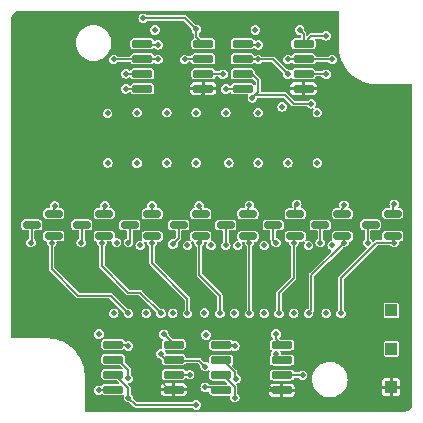
<source format=gbr>
%TF.GenerationSoftware,KiCad,Pcbnew,7.0.6-7.0.6~ubuntu22.04.1*%
%TF.CreationDate,2023-07-31T15:05:58-04:00*%
%TF.ProjectId,readout-box,72656164-6f75-4742-9d62-6f782e6b6963,rev?*%
%TF.SameCoordinates,Original*%
%TF.FileFunction,Copper,L4,Bot*%
%TF.FilePolarity,Positive*%
%FSLAX46Y46*%
G04 Gerber Fmt 4.6, Leading zero omitted, Abs format (unit mm)*
G04 Created by KiCad (PCBNEW 7.0.6-7.0.6~ubuntu22.04.1) date 2023-07-31 15:05:58*
%MOMM*%
%LPD*%
G01*
G04 APERTURE LIST*
G04 Aperture macros list*
%AMRoundRect*
0 Rectangle with rounded corners*
0 $1 Rounding radius*
0 $2 $3 $4 $5 $6 $7 $8 $9 X,Y pos of 4 corners*
0 Add a 4 corners polygon primitive as box body*
4,1,4,$2,$3,$4,$5,$6,$7,$8,$9,$2,$3,0*
0 Add four circle primitives for the rounded corners*
1,1,$1+$1,$2,$3*
1,1,$1+$1,$4,$5*
1,1,$1+$1,$6,$7*
1,1,$1+$1,$8,$9*
0 Add four rect primitives between the rounded corners*
20,1,$1+$1,$2,$3,$4,$5,0*
20,1,$1+$1,$4,$5,$6,$7,0*
20,1,$1+$1,$6,$7,$8,$9,0*
20,1,$1+$1,$8,$9,$2,$3,0*%
G04 Aperture macros list end*
%TA.AperFunction,ComponentPad*%
%ADD10R,1.000000X1.000000*%
%TD*%
%TA.AperFunction,SMDPad,CuDef*%
%ADD11RoundRect,0.150000X0.725000X0.150000X-0.725000X0.150000X-0.725000X-0.150000X0.725000X-0.150000X0*%
%TD*%
%TA.AperFunction,SMDPad,CuDef*%
%ADD12RoundRect,0.150000X0.587500X0.150000X-0.587500X0.150000X-0.587500X-0.150000X0.587500X-0.150000X0*%
%TD*%
%TA.AperFunction,ViaPad*%
%ADD13C,0.508000*%
%TD*%
%TA.AperFunction,Conductor*%
%ADD14C,0.152400*%
%TD*%
G04 APERTURE END LIST*
D10*
%TO.P,J1,1,Pin_1*%
%TO.N,/+6.5V*%
X75500000Y-59500000D03*
%TD*%
%TO.P,J2,1,Pin_1*%
%TO.N,GND*%
X75500000Y-62750000D03*
%TD*%
%TO.P,J3,1,Pin_1*%
%TO.N,/-20V*%
X75500000Y-66000000D03*
%TD*%
D11*
%TO.P,U2,1*%
%TO.N,/OUT_2*%
X66250000Y-62440000D03*
%TO.P,U2,2,-*%
%TO.N,/DET_2*%
X66250000Y-63710000D03*
%TO.P,U2,3,+*%
%TO.N,GND*%
X66250000Y-64980000D03*
%TO.P,U2,4,V-*%
%TO.N,/-20V*%
X66250000Y-66250000D03*
%TO.P,U2,5,+*%
%TO.N,GND*%
X61100000Y-66250000D03*
%TO.P,U2,6,-*%
%TO.N,/DET_3*%
X61100000Y-64980000D03*
%TO.P,U2,7*%
%TO.N,/OUT_3*%
X61100000Y-63710000D03*
%TO.P,U2,8,V+*%
%TO.N,/+6.5V*%
X61100000Y-62440000D03*
%TD*%
D12*
%TO.P,U15,1,VI*%
%TO.N,/+6.5V*%
X67375000Y-51320000D03*
%TO.P,U15,2,VO*%
%TO.N,/5V_2*%
X67375000Y-53220000D03*
%TO.P,U15,3,GND*%
%TO.N,GND*%
X65500000Y-52270000D03*
%TD*%
%TO.P,U19,1,VI*%
%TO.N,/+6.5V*%
X51187500Y-51300000D03*
%TO.P,U19,2,VO*%
%TO.N,/5V_6*%
X51187500Y-53200000D03*
%TO.P,U19,3,GND*%
%TO.N,GND*%
X49312500Y-52250000D03*
%TD*%
D11*
%TO.P,U3,1*%
%TO.N,/OUT_4*%
X57100000Y-62390000D03*
%TO.P,U3,2,-*%
%TO.N,/DET_4*%
X57100000Y-63660000D03*
%TO.P,U3,3,+*%
%TO.N,GND*%
X57100000Y-64930000D03*
%TO.P,U3,4,V-*%
%TO.N,/-20V*%
X57100000Y-66200000D03*
%TO.P,U3,5,+*%
%TO.N,GND*%
X51950000Y-66200000D03*
%TO.P,U3,6,-*%
%TO.N,/DET_5*%
X51950000Y-64930000D03*
%TO.P,U3,7*%
%TO.N,/OUT_5*%
X51950000Y-63660000D03*
%TO.P,U3,8,V+*%
%TO.N,/+6.5V*%
X51950000Y-62390000D03*
%TD*%
D12*
%TO.P,U16,1,VI*%
%TO.N,/+6.5V*%
X63375000Y-51320000D03*
%TO.P,U16,2,VO*%
%TO.N,/5V_3*%
X63375000Y-53220000D03*
%TO.P,U16,3,GND*%
%TO.N,GND*%
X61500000Y-52270000D03*
%TD*%
%TO.P,U13,1,VI*%
%TO.N,/+6.5V*%
X75625000Y-51300000D03*
%TO.P,U13,2,VO*%
%TO.N,/5V_0*%
X75625000Y-53200000D03*
%TO.P,U13,3,GND*%
%TO.N,GND*%
X73750000Y-52250000D03*
%TD*%
D11*
%TO.P,U1,1*%
%TO.N,/OUT_0*%
X68075000Y-36920000D03*
%TO.P,U1,2,-*%
%TO.N,/DET_0*%
X68075000Y-38190000D03*
%TO.P,U1,3,+*%
%TO.N,GND*%
X68075000Y-39460000D03*
%TO.P,U1,4,V-*%
%TO.N,/-20V*%
X68075000Y-40730000D03*
%TO.P,U1,5,+*%
%TO.N,GND*%
X62925000Y-40730000D03*
%TO.P,U1,6,-*%
%TO.N,/DET_1*%
X62925000Y-39460000D03*
%TO.P,U1,7*%
%TO.N,/OUT_1*%
X62925000Y-38190000D03*
%TO.P,U1,8,V+*%
%TO.N,/+6.5V*%
X62925000Y-36920000D03*
%TD*%
D12*
%TO.P,U20,1,VI*%
%TO.N,/+6.5V*%
X46937500Y-51300000D03*
%TO.P,U20,2,VO*%
%TO.N,/5V_7*%
X46937500Y-53200000D03*
%TO.P,U20,3,GND*%
%TO.N,GND*%
X45062500Y-52250000D03*
%TD*%
%TO.P,U18,1,VI*%
%TO.N,/+6.5V*%
X55250000Y-51320000D03*
%TO.P,U18,2,VO*%
%TO.N,/5V_5*%
X55250000Y-53220000D03*
%TO.P,U18,3,GND*%
%TO.N,GND*%
X53375000Y-52270000D03*
%TD*%
D11*
%TO.P,U4,1*%
%TO.N,/OUT_6*%
X59575000Y-36920000D03*
%TO.P,U4,2,-*%
%TO.N,/DET_6*%
X59575000Y-38190000D03*
%TO.P,U4,3,+*%
%TO.N,GND*%
X59575000Y-39460000D03*
%TO.P,U4,4,V-*%
%TO.N,/-20V*%
X59575000Y-40730000D03*
%TO.P,U4,5,+*%
%TO.N,GND*%
X54425000Y-40730000D03*
%TO.P,U4,6,-*%
%TO.N,/DET_7*%
X54425000Y-39460000D03*
%TO.P,U4,7*%
%TO.N,/OUT_7*%
X54425000Y-38190000D03*
%TO.P,U4,8,V+*%
%TO.N,/+6.5V*%
X54425000Y-36920000D03*
%TD*%
D12*
%TO.P,U14,1,VI*%
%TO.N,/+6.5V*%
X71375000Y-51320000D03*
%TO.P,U14,2,VO*%
%TO.N,/5V_1*%
X71375000Y-53220000D03*
%TO.P,U14,3,GND*%
%TO.N,GND*%
X69500000Y-52270000D03*
%TD*%
%TO.P,U17,1,VI*%
%TO.N,/+6.5V*%
X59375000Y-51320000D03*
%TO.P,U17,2,VO*%
%TO.N,/5V_4*%
X59375000Y-53220000D03*
%TO.P,U17,3,GND*%
%TO.N,GND*%
X57500000Y-52270000D03*
%TD*%
D13*
%TO.N,/+6.5V*%
X64250000Y-37000000D03*
X62250000Y-62500000D03*
X67500000Y-50500000D03*
X53250000Y-62500000D03*
X71500000Y-50599100D03*
X55250000Y-50639100D03*
X51250000Y-50619100D03*
X47000000Y-50659100D03*
X55750000Y-37000000D03*
X75750000Y-50500000D03*
X63500000Y-50599100D03*
X59250000Y-50619100D03*
%TO.N,/-20V*%
X59250000Y-41500000D03*
X60325000Y-47075000D03*
X57750000Y-47000000D03*
X68000000Y-41500000D03*
X67945000Y-47055000D03*
X63000000Y-47000000D03*
X56000000Y-65500000D03*
X52750000Y-47000000D03*
X65500000Y-47000000D03*
X70485000Y-47015000D03*
X55250000Y-47000000D03*
X64750000Y-65500000D03*
%TO.N,/OUT_1*%
X66750000Y-47000000D03*
X64250000Y-38250000D03*
X66750000Y-39500000D03*
%TO.N,/DET_0*%
X66750000Y-38250000D03*
X70500000Y-54000000D03*
X70500000Y-38250000D03*
%TO.N,/OUT_2*%
X65750000Y-61500000D03*
X64250000Y-47000000D03*
%TO.N,/OUT_3*%
X62359984Y-65281054D03*
X61750000Y-47000000D03*
%TO.N,/OUT_4*%
X59000000Y-47000000D03*
X56250000Y-61520000D03*
%TO.N,/OUT_5*%
X53250000Y-65250000D03*
X56500000Y-47000000D03*
%TO.N,/OUT_6*%
X59000000Y-35700000D03*
X53975000Y-47025000D03*
X54500000Y-34750000D03*
%TO.N,/DET_2*%
X64750000Y-54000000D03*
X65750000Y-63170000D03*
%TO.N,/OUT_7*%
X52000000Y-38250000D03*
X55750000Y-38250000D03*
X51500000Y-47000000D03*
%TO.N,/5V_1*%
X68500000Y-59750000D03*
X71500000Y-53750000D03*
%TO.N,/DET_3*%
X62250000Y-66870000D03*
X62500000Y-54000000D03*
%TO.N,/DET_1*%
X68750000Y-42000000D03*
X63750000Y-41500000D03*
X68500000Y-54000000D03*
%TO.N,/5V_2*%
X66000000Y-59750000D03*
X67250000Y-53750000D03*
%TO.N,/DET_4*%
X56000000Y-63170000D03*
X59750000Y-64250000D03*
X60250000Y-54000000D03*
%TO.N,/5V_3*%
X63500000Y-59750000D03*
X63500000Y-53750000D03*
%TO.N,/5V_4*%
X61000000Y-59750000D03*
X59250000Y-53750000D03*
%TO.N,/DET_5*%
X53250000Y-66870000D03*
X58250000Y-54000000D03*
X59000000Y-67500000D03*
%TO.N,/5V_5*%
X58250000Y-59750000D03*
X55250000Y-53750000D03*
%TO.N,/5V_6*%
X51000000Y-53750000D03*
X56000000Y-59750000D03*
%TO.N,/DET_6*%
X58000000Y-38250000D03*
X54250000Y-54000000D03*
%TO.N,/5V_7*%
X46750000Y-53750000D03*
X53250000Y-59750000D03*
%TO.N,/DET_7*%
X52250000Y-53750000D03*
X53040000Y-39460000D03*
%TO.N,GND*%
X54000000Y-42750000D03*
X70000000Y-39500000D03*
X67250000Y-59750000D03*
X58430000Y-64930000D03*
X70000000Y-59750000D03*
X54750000Y-59750000D03*
X45000000Y-53750000D03*
X59690000Y-59690000D03*
X56500000Y-42750000D03*
X64750000Y-59750000D03*
X53020000Y-40730000D03*
X62230000Y-59730000D03*
X52000000Y-59750000D03*
X50750000Y-61500000D03*
X66267400Y-42252184D03*
X59750000Y-66000000D03*
X50750000Y-66250000D03*
X51482600Y-42815000D03*
X64000000Y-35750000D03*
X61500000Y-42750000D03*
X64250000Y-42750000D03*
X59000000Y-42750000D03*
X49250000Y-53750000D03*
X65750000Y-53750000D03*
X61250000Y-39500000D03*
X59820000Y-61570000D03*
X57000000Y-59750000D03*
X55500000Y-35750000D03*
X57017400Y-53874667D03*
X68000000Y-65000000D03*
X61500000Y-54000000D03*
X73500000Y-53750000D03*
X53250000Y-53750000D03*
X69250000Y-42750000D03*
X61500000Y-40750000D03*
X69500000Y-53750000D03*
%TO.N,/5V_0*%
X71250000Y-59750000D03*
X75750000Y-53750000D03*
%TO.N,/OUT_0*%
X70000000Y-36250000D03*
X67750000Y-35750000D03*
X69250000Y-47000000D03*
%TD*%
D14*
%TO.N,/+6.5V*%
X63005000Y-37000000D02*
X62925000Y-36920000D01*
X75625000Y-51300000D02*
X75625000Y-50625000D01*
X53140000Y-62390000D02*
X53250000Y-62500000D01*
X71375000Y-50875000D02*
X71500000Y-50750000D01*
X59375000Y-50875000D02*
X59250000Y-50750000D01*
X75625000Y-50625000D02*
X75750000Y-50500000D01*
X46937500Y-50812500D02*
X47000000Y-50750000D01*
X63500000Y-50750000D02*
X63500000Y-50599100D01*
X63375000Y-50875000D02*
X63500000Y-50750000D01*
X54505000Y-37000000D02*
X54425000Y-36920000D01*
X62000000Y-62500000D02*
X61940000Y-62440000D01*
X61100000Y-62440000D02*
X62190000Y-62440000D01*
X59375000Y-51320000D02*
X59375000Y-50875000D01*
X51950000Y-62390000D02*
X53140000Y-62390000D01*
X62190000Y-62440000D02*
X62250000Y-62500000D01*
X55250000Y-51320000D02*
X55250000Y-50639100D01*
X64250000Y-37000000D02*
X63005000Y-37000000D01*
X63375000Y-51320000D02*
X63375000Y-50875000D01*
X46937500Y-51300000D02*
X46937500Y-50812500D01*
X67375000Y-51320000D02*
X67375000Y-50625000D01*
X47000000Y-50750000D02*
X47000000Y-50659100D01*
X67375000Y-50625000D02*
X67500000Y-50500000D01*
X61940000Y-62440000D02*
X61100000Y-62440000D01*
X51187500Y-50681600D02*
X51250000Y-50619100D01*
X71375000Y-51320000D02*
X71375000Y-50875000D01*
X59250000Y-50750000D02*
X59250000Y-50619100D01*
X55750000Y-37000000D02*
X54505000Y-37000000D01*
X71500000Y-50750000D02*
X71500000Y-50599100D01*
X51187500Y-51300000D02*
X51187500Y-50681600D01*
%TO.N,/-20V*%
X65500000Y-66250000D02*
X64750000Y-65500000D01*
X66250000Y-66250000D02*
X65500000Y-66250000D01*
X68000000Y-40805000D02*
X68075000Y-40730000D01*
X59575000Y-40730000D02*
X59575000Y-41175000D01*
X68000000Y-41500000D02*
X68000000Y-40805000D01*
X57100000Y-66200000D02*
X56700000Y-66200000D01*
X56700000Y-66200000D02*
X56000000Y-65500000D01*
X59575000Y-41175000D02*
X59250000Y-41500000D01*
%TO.N,/OUT_1*%
X66750000Y-39500000D02*
X65500000Y-38250000D01*
X65500000Y-38250000D02*
X64250000Y-38250000D01*
X64190000Y-38190000D02*
X64250000Y-38250000D01*
X62925000Y-38190000D02*
X64190000Y-38190000D01*
%TO.N,/DET_0*%
X68075000Y-38190000D02*
X66810000Y-38190000D01*
X70500000Y-38250000D02*
X68135000Y-38250000D01*
X68135000Y-38250000D02*
X68075000Y-38190000D01*
X66810000Y-38190000D02*
X66750000Y-38250000D01*
%TO.N,/OUT_2*%
X66250000Y-62440000D02*
X65750000Y-61940000D01*
X65750000Y-61940000D02*
X65750000Y-61500000D01*
%TO.N,/OUT_3*%
X62250000Y-64719579D02*
X62250000Y-65250000D01*
X61100000Y-63710000D02*
X61240421Y-63710000D01*
X61240421Y-63710000D02*
X62250000Y-64719579D01*
X62328930Y-65250000D02*
X62359984Y-65281054D01*
X62250000Y-65250000D02*
X62328930Y-65250000D01*
%TO.N,/OUT_4*%
X57100000Y-62390000D02*
X57100000Y-62350000D01*
X57100000Y-62350000D02*
X56250000Y-61500000D01*
X56250000Y-61500000D02*
X56250000Y-61520000D01*
%TO.N,/OUT_5*%
X52410000Y-63660000D02*
X53250000Y-64500000D01*
X53250000Y-64500000D02*
X53250000Y-65250000D01*
X51950000Y-63660000D02*
X52410000Y-63660000D01*
%TO.N,/OUT_6*%
X54500000Y-34750000D02*
X58050000Y-34750000D01*
X58050000Y-34750000D02*
X59000000Y-35700000D01*
X59000000Y-36345000D02*
X59575000Y-36920000D01*
X59000000Y-35700000D02*
X59000000Y-36345000D01*
%TO.N,/DET_2*%
X66250000Y-63710000D02*
X66210000Y-63710000D01*
X66210000Y-63710000D02*
X65750000Y-63250000D01*
X65750000Y-63250000D02*
X65750000Y-63170000D01*
%TO.N,/OUT_7*%
X54425000Y-38190000D02*
X55690000Y-38190000D01*
X55690000Y-38190000D02*
X55750000Y-38250000D01*
X52000000Y-38250000D02*
X54365000Y-38250000D01*
X54365000Y-38250000D02*
X54425000Y-38190000D01*
%TO.N,/5V_1*%
X71500000Y-53750000D02*
X71500000Y-53345000D01*
X68750000Y-56500000D02*
X68750000Y-59500000D01*
X71500000Y-53750000D02*
X68750000Y-56500000D01*
X68750000Y-59500000D02*
X68500000Y-59750000D01*
X71500000Y-53345000D02*
X71375000Y-53220000D01*
%TO.N,/DET_3*%
X62250000Y-65989579D02*
X62250000Y-66870000D01*
X61240421Y-64980000D02*
X62250000Y-65989579D01*
X61100000Y-64980000D02*
X61240421Y-64980000D01*
%TO.N,/DET_1*%
X64250000Y-41000000D02*
X63750000Y-41500000D01*
X66500000Y-41250000D02*
X64000000Y-41250000D01*
X64250000Y-40000000D02*
X64250000Y-41000000D01*
X68750000Y-42000000D02*
X67250000Y-42000000D01*
X62925000Y-39460000D02*
X63710000Y-39460000D01*
X64000000Y-41250000D02*
X63750000Y-41500000D01*
X67250000Y-42000000D02*
X66500000Y-41250000D01*
X63710000Y-39460000D02*
X64250000Y-40000000D01*
%TO.N,/5V_2*%
X67250000Y-56750000D02*
X66000000Y-58000000D01*
X67250000Y-53750000D02*
X67250000Y-53345000D01*
X67250000Y-53750000D02*
X67250000Y-56750000D01*
X67250000Y-53345000D02*
X67375000Y-53220000D01*
X66000000Y-58000000D02*
X66000000Y-59750000D01*
%TO.N,/DET_4*%
X59750000Y-64250000D02*
X59250000Y-63750000D01*
X56000000Y-63250000D02*
X56000000Y-63170000D01*
X57190000Y-63750000D02*
X57100000Y-63660000D01*
X59250000Y-63750000D02*
X57190000Y-63750000D01*
X57100000Y-63660000D02*
X56410000Y-63660000D01*
X56410000Y-63660000D02*
X56000000Y-63250000D01*
%TO.N,/5V_3*%
X63375000Y-53625000D02*
X63500000Y-53750000D01*
X63375000Y-53220000D02*
X63375000Y-53625000D01*
X63500000Y-53750000D02*
X63500000Y-59750000D01*
%TO.N,/5V_4*%
X61000000Y-58250000D02*
X61000000Y-59750000D01*
X59375000Y-53220000D02*
X59375000Y-53625000D01*
X59375000Y-53625000D02*
X59250000Y-53750000D01*
X59250000Y-56500000D02*
X61000000Y-58250000D01*
X59250000Y-53750000D02*
X59250000Y-56500000D01*
%TO.N,/DET_5*%
X52090421Y-64930000D02*
X53250000Y-66089579D01*
X53250000Y-66089579D02*
X53250000Y-66870000D01*
X51950000Y-64930000D02*
X52090421Y-64930000D01*
X53880000Y-67500000D02*
X53250000Y-66870000D01*
X59000000Y-67500000D02*
X53880000Y-67500000D01*
%TO.N,/5V_5*%
X55250000Y-55500000D02*
X58250000Y-58500000D01*
X58250000Y-58500000D02*
X58250000Y-59750000D01*
X55250000Y-53750000D02*
X55250000Y-53220000D01*
X55250000Y-53750000D02*
X55250000Y-55500000D01*
%TO.N,/5V_6*%
X53250000Y-58000000D02*
X54250000Y-58000000D01*
X51000000Y-55750000D02*
X53250000Y-58000000D01*
X51000000Y-53750000D02*
X51000000Y-55750000D01*
X51000000Y-53387500D02*
X51187500Y-53200000D01*
X54250000Y-58000000D02*
X56000000Y-59750000D01*
X51000000Y-53750000D02*
X51000000Y-53387500D01*
%TO.N,/DET_6*%
X59575000Y-38190000D02*
X58060000Y-38190000D01*
X58060000Y-38190000D02*
X58000000Y-38250000D01*
%TO.N,/5V_7*%
X46750000Y-53387500D02*
X46937500Y-53200000D01*
X46750000Y-53750000D02*
X46750000Y-56000000D01*
X46750000Y-53750000D02*
X46750000Y-53387500D01*
X51750000Y-58250000D02*
X53250000Y-59750000D01*
X46750000Y-56000000D02*
X49000000Y-58250000D01*
X49000000Y-58250000D02*
X51750000Y-58250000D01*
%TO.N,/DET_7*%
X54425000Y-39460000D02*
X53040000Y-39460000D01*
%TO.N,GND*%
X65500000Y-53500000D02*
X65750000Y-53750000D01*
X62925000Y-40730000D02*
X61520000Y-40730000D01*
X61520000Y-40730000D02*
X61500000Y-40750000D01*
X60850000Y-66000000D02*
X59750000Y-66000000D01*
X45062500Y-52250000D02*
X45062500Y-53687500D01*
X57500000Y-53392067D02*
X57017400Y-53874667D01*
X61100000Y-66250000D02*
X60850000Y-66000000D01*
X57100000Y-64930000D02*
X58430000Y-64930000D01*
X53375000Y-53625000D02*
X53250000Y-53750000D01*
X73500000Y-52500000D02*
X73750000Y-52250000D01*
X57500000Y-52270000D02*
X57500000Y-53392067D01*
X61210000Y-39460000D02*
X61250000Y-39500000D01*
X59575000Y-39460000D02*
X61210000Y-39460000D01*
X49312500Y-53687500D02*
X49250000Y-53750000D01*
X51950000Y-66200000D02*
X51900000Y-66250000D01*
X49312500Y-52250000D02*
X49312500Y-53687500D01*
X69500000Y-53750000D02*
X69500000Y-52270000D01*
X65500000Y-52270000D02*
X65500000Y-53500000D01*
X54425000Y-40730000D02*
X53020000Y-40730000D01*
X45062500Y-53687500D02*
X45000000Y-53750000D01*
X61500000Y-54000000D02*
X61500000Y-52270000D01*
X51900000Y-66250000D02*
X50750000Y-66250000D01*
X68000000Y-65000000D02*
X67980000Y-64980000D01*
X73500000Y-53750000D02*
X73500000Y-52500000D01*
X69960000Y-39460000D02*
X70000000Y-39500000D01*
X67980000Y-64980000D02*
X66250000Y-64980000D01*
X53375000Y-52270000D02*
X53375000Y-53625000D01*
X68075000Y-39460000D02*
X69960000Y-39460000D01*
%TO.N,/5V_0*%
X75625000Y-53625000D02*
X75750000Y-53750000D01*
X74250000Y-53750000D02*
X71250000Y-56750000D01*
X75750000Y-53750000D02*
X74250000Y-53750000D01*
X71250000Y-56750000D02*
X71250000Y-59750000D01*
X75625000Y-53200000D02*
X75625000Y-53625000D01*
%TO.N,/OUT_0*%
X68075000Y-36920000D02*
X68075000Y-36075000D01*
X70000000Y-36250000D02*
X68745000Y-36250000D01*
X68075000Y-36075000D02*
X67750000Y-35750000D01*
X68745000Y-36250000D02*
X68075000Y-36920000D01*
%TD*%
%TA.AperFunction,Conductor*%
%TO.N,/-20V*%
G36*
X71021638Y-34125093D02*
G01*
X71047358Y-34169642D01*
X71048500Y-34182700D01*
X71048500Y-37273561D01*
X71084156Y-37612806D01*
X71084158Y-37612820D01*
X71155081Y-37946482D01*
X71260494Y-38270912D01*
X71301117Y-38362152D01*
X71384787Y-38550079D01*
X71399242Y-38582544D01*
X71569798Y-38877957D01*
X71569804Y-38877965D01*
X71770297Y-39153920D01*
X71770301Y-39153924D01*
X71770308Y-39153934D01*
X71998563Y-39407437D01*
X72252066Y-39635692D01*
X72252075Y-39635699D01*
X72252079Y-39635702D01*
X72528034Y-39836195D01*
X72528042Y-39836201D01*
X72708280Y-39940261D01*
X72823460Y-40006760D01*
X73135091Y-40145507D01*
X73459518Y-40250919D01*
X73793185Y-40321843D01*
X74094744Y-40353538D01*
X74132438Y-40357500D01*
X74132439Y-40357500D01*
X74277933Y-40357500D01*
X77223300Y-40357500D01*
X77271638Y-40375093D01*
X77297358Y-40419642D01*
X77298500Y-40432700D01*
X77298500Y-67351150D01*
X77298319Y-67354838D01*
X77284900Y-67491070D01*
X77282024Y-67505527D01*
X77243902Y-67631199D01*
X77238261Y-67644818D01*
X77176351Y-67760646D01*
X77168160Y-67772904D01*
X77084846Y-67874422D01*
X77074422Y-67884846D01*
X76972904Y-67968160D01*
X76960646Y-67976351D01*
X76844818Y-68038261D01*
X76831199Y-68043902D01*
X76705527Y-68082024D01*
X76691070Y-68084900D01*
X76554838Y-68098319D01*
X76551150Y-68098500D01*
X49632700Y-68098500D01*
X49584362Y-68080907D01*
X49558642Y-68036358D01*
X49557500Y-68023300D01*
X49557500Y-66250000D01*
X50338028Y-66250000D01*
X50358191Y-66377307D01*
X50416708Y-66492152D01*
X50507847Y-66583291D01*
X50507849Y-66583292D01*
X50622692Y-66641808D01*
X50622694Y-66641809D01*
X50720487Y-66657297D01*
X50749999Y-66661972D01*
X50750000Y-66661972D01*
X50750001Y-66661972D01*
X50773958Y-66658177D01*
X50877306Y-66641809D01*
X50968502Y-66595341D01*
X51019557Y-66589072D01*
X51045143Y-66600307D01*
X51050853Y-66604219D01*
X51050854Y-66604219D01*
X51050855Y-66604220D01*
X51154450Y-66649962D01*
X51179774Y-66652900D01*
X51179776Y-66652900D01*
X52720224Y-66652900D01*
X52720226Y-66652900D01*
X52745550Y-66649962D01*
X52758534Y-66644228D01*
X52809857Y-66640796D01*
X52851381Y-66671158D01*
X52863674Y-66721107D01*
X52859028Y-66736737D01*
X52860021Y-66737060D01*
X52858191Y-66742691D01*
X52838028Y-66869999D01*
X52838028Y-66870000D01*
X52858191Y-66997307D01*
X52916708Y-67112152D01*
X53007847Y-67203291D01*
X53007849Y-67203292D01*
X53122692Y-67261808D01*
X53122694Y-67261809D01*
X53211896Y-67275937D01*
X53249999Y-67281972D01*
X53250000Y-67281972D01*
X53250001Y-67281972D01*
X53288103Y-67275937D01*
X53338597Y-67285752D01*
X53353041Y-67297037D01*
X53713055Y-67657051D01*
X53714409Y-67658476D01*
X53742330Y-67689486D01*
X53764934Y-67699550D01*
X53775302Y-67705180D01*
X53796061Y-67718661D01*
X53796064Y-67718662D01*
X53804593Y-67720013D01*
X53823416Y-67725588D01*
X53831303Y-67729100D01*
X53856053Y-67729100D01*
X53867816Y-67730025D01*
X53892259Y-67733897D01*
X53897399Y-67732519D01*
X53900602Y-67731662D01*
X53920063Y-67729100D01*
X58622508Y-67729100D01*
X58670846Y-67746693D01*
X58675682Y-67751126D01*
X58757847Y-67833291D01*
X58757849Y-67833292D01*
X58872692Y-67891808D01*
X58872694Y-67891809D01*
X58970487Y-67907297D01*
X58999999Y-67911972D01*
X59000000Y-67911972D01*
X59000001Y-67911972D01*
X59020163Y-67908778D01*
X59127306Y-67891809D01*
X59242151Y-67833292D01*
X59333292Y-67742151D01*
X59391809Y-67627306D01*
X59411972Y-67500000D01*
X59391809Y-67372694D01*
X59333292Y-67257849D01*
X59333291Y-67257847D01*
X59242152Y-67166708D01*
X59127306Y-67108191D01*
X59127308Y-67108191D01*
X59000001Y-67088028D01*
X58999999Y-67088028D01*
X58872692Y-67108191D01*
X58757847Y-67166708D01*
X58675682Y-67248874D01*
X58629062Y-67270614D01*
X58622508Y-67270900D01*
X54006045Y-67270900D01*
X53957707Y-67253307D01*
X53952870Y-67248874D01*
X53677036Y-66973039D01*
X53655297Y-66926419D01*
X53655937Y-66908100D01*
X53661972Y-66869999D01*
X53657786Y-66843570D01*
X53641809Y-66742694D01*
X53583292Y-66627849D01*
X53583291Y-66627847D01*
X53501125Y-66545681D01*
X53479385Y-66499061D01*
X53479099Y-66492507D01*
X53479099Y-66327000D01*
X55971001Y-66327000D01*
X55971001Y-66381797D01*
X55985984Y-66476400D01*
X56044083Y-66590425D01*
X56134574Y-66680916D01*
X56248600Y-66739015D01*
X56248598Y-66739015D01*
X56343206Y-66753999D01*
X56973000Y-66753999D01*
X56973000Y-66327000D01*
X57227000Y-66327000D01*
X57227000Y-66753999D01*
X57856789Y-66753999D01*
X57856797Y-66753998D01*
X57951400Y-66739015D01*
X58065425Y-66680916D01*
X58155916Y-66590425D01*
X58214015Y-66476400D01*
X58228999Y-66381797D01*
X58229000Y-66381790D01*
X58229000Y-66327000D01*
X57227000Y-66327000D01*
X56973000Y-66327000D01*
X55971001Y-66327000D01*
X53479099Y-66327000D01*
X53479099Y-66096514D01*
X53479150Y-66094604D01*
X53480282Y-66073000D01*
X55971000Y-66073000D01*
X56973000Y-66073000D01*
X56973000Y-65646000D01*
X57227000Y-65646000D01*
X57227000Y-66073000D01*
X58228999Y-66073000D01*
X58228999Y-66018211D01*
X58228998Y-66018202D01*
X58214015Y-65923599D01*
X58155916Y-65809574D01*
X58065425Y-65719083D01*
X57951399Y-65660984D01*
X57951401Y-65660984D01*
X57856797Y-65646000D01*
X57227000Y-65646000D01*
X56973000Y-65646000D01*
X56343212Y-65646000D01*
X56343201Y-65646001D01*
X56248599Y-65660984D01*
X56134574Y-65719083D01*
X56044083Y-65809574D01*
X55985984Y-65923599D01*
X55971000Y-66018202D01*
X55971000Y-66073000D01*
X53480282Y-66073000D01*
X53481334Y-66052939D01*
X53472465Y-66029836D01*
X53469116Y-66018526D01*
X53466046Y-66004086D01*
X53463969Y-65994314D01*
X53458890Y-65987323D01*
X53449524Y-65970070D01*
X53446432Y-65962016D01*
X53446430Y-65962012D01*
X53428932Y-65944514D01*
X53421268Y-65935542D01*
X53406721Y-65915519D01*
X53399242Y-65911202D01*
X53383668Y-65899251D01*
X53264915Y-65780498D01*
X53243175Y-65733878D01*
X53256489Y-65684191D01*
X53298626Y-65654686D01*
X53306308Y-65653053D01*
X53377306Y-65641809D01*
X53492151Y-65583292D01*
X53583292Y-65492151D01*
X53641809Y-65377306D01*
X53661972Y-65250000D01*
X53661338Y-65246000D01*
X53650129Y-65175226D01*
X53642210Y-65125226D01*
X56072100Y-65125226D01*
X56073015Y-65133121D01*
X56075037Y-65150548D01*
X56120780Y-65254145D01*
X56120782Y-65254148D01*
X56200851Y-65334217D01*
X56200854Y-65334219D01*
X56200855Y-65334220D01*
X56304450Y-65379962D01*
X56329774Y-65382900D01*
X56329776Y-65382900D01*
X57870224Y-65382900D01*
X57870226Y-65382900D01*
X57895550Y-65379962D01*
X57999145Y-65334220D01*
X58075787Y-65257577D01*
X58122406Y-65235838D01*
X58172094Y-65249152D01*
X58182131Y-65257574D01*
X58187849Y-65263292D01*
X58302692Y-65321808D01*
X58302694Y-65321809D01*
X58400487Y-65337297D01*
X58429999Y-65341972D01*
X58430000Y-65341972D01*
X58430001Y-65341972D01*
X58450164Y-65338778D01*
X58557306Y-65321809D01*
X58672151Y-65263292D01*
X58763292Y-65172151D01*
X58821809Y-65057306D01*
X58841972Y-64930000D01*
X58821809Y-64802694D01*
X58763292Y-64687849D01*
X58763291Y-64687847D01*
X58672152Y-64596708D01*
X58557306Y-64538191D01*
X58557308Y-64538191D01*
X58430001Y-64518028D01*
X58429999Y-64518028D01*
X58302691Y-64538191D01*
X58302690Y-64538191D01*
X58187849Y-64596707D01*
X58187846Y-64596709D01*
X58182129Y-64602426D01*
X58135507Y-64624161D01*
X58085821Y-64610842D01*
X58075786Y-64602420D01*
X57999148Y-64525782D01*
X57999145Y-64525780D01*
X57895548Y-64480037D01*
X57876100Y-64477781D01*
X57870226Y-64477100D01*
X56329774Y-64477100D01*
X56324510Y-64477710D01*
X56304451Y-64480037D01*
X56200854Y-64525780D01*
X56200851Y-64525782D01*
X56120782Y-64605851D01*
X56120780Y-64605854D01*
X56075037Y-64709451D01*
X56073282Y-64724585D01*
X56072100Y-64734774D01*
X56072100Y-65125226D01*
X53642210Y-65125226D01*
X53641809Y-65122694D01*
X53583292Y-65007849D01*
X53583291Y-65007847D01*
X53501125Y-64925681D01*
X53479385Y-64879061D01*
X53479099Y-64872507D01*
X53479099Y-64709450D01*
X53479099Y-64506935D01*
X53479150Y-64505025D01*
X53481334Y-64463360D01*
X53472465Y-64440257D01*
X53469116Y-64428947D01*
X53463969Y-64404737D01*
X53463969Y-64404735D01*
X53458890Y-64397744D01*
X53449524Y-64380491D01*
X53446432Y-64372436D01*
X53446431Y-64372435D01*
X53446430Y-64372433D01*
X53428932Y-64354935D01*
X53421268Y-64345963D01*
X53406721Y-64325940D01*
X53399242Y-64321623D01*
X53383668Y-64309672D01*
X52998555Y-63924559D01*
X52976815Y-63877939D01*
X52977029Y-63862726D01*
X52977900Y-63855226D01*
X52977900Y-63464774D01*
X52974962Y-63439450D01*
X52929220Y-63335855D01*
X52929219Y-63335854D01*
X52929217Y-63335851D01*
X52849148Y-63255782D01*
X52849145Y-63255780D01*
X52745548Y-63210037D01*
X52726100Y-63207781D01*
X52720226Y-63207100D01*
X51179774Y-63207100D01*
X51174510Y-63207710D01*
X51154451Y-63210037D01*
X51050854Y-63255780D01*
X51050851Y-63255782D01*
X50970782Y-63335851D01*
X50970780Y-63335854D01*
X50925037Y-63439451D01*
X50922100Y-63464776D01*
X50922100Y-63855223D01*
X50925037Y-63880548D01*
X50970780Y-63984145D01*
X50970782Y-63984148D01*
X51050851Y-64064217D01*
X51050854Y-64064219D01*
X51050855Y-64064220D01*
X51154450Y-64109962D01*
X51179774Y-64112900D01*
X52507756Y-64112900D01*
X52556094Y-64130493D01*
X52560930Y-64134926D01*
X52774730Y-64348726D01*
X52796470Y-64395346D01*
X52783156Y-64445033D01*
X52741019Y-64474538D01*
X52721556Y-64477100D01*
X52720226Y-64477100D01*
X51179774Y-64477100D01*
X51174510Y-64477710D01*
X51154451Y-64480037D01*
X51050854Y-64525780D01*
X51050851Y-64525782D01*
X50970782Y-64605851D01*
X50970780Y-64605854D01*
X50925037Y-64709451D01*
X50923282Y-64724585D01*
X50922100Y-64734774D01*
X50922100Y-65125226D01*
X50923015Y-65133121D01*
X50925037Y-65150548D01*
X50970780Y-65254145D01*
X50970782Y-65254148D01*
X51050851Y-65334217D01*
X51050854Y-65334219D01*
X51050855Y-65334220D01*
X51154450Y-65379962D01*
X51179774Y-65382900D01*
X52188177Y-65382900D01*
X52236515Y-65400493D01*
X52241351Y-65404926D01*
X52455151Y-65618726D01*
X52476891Y-65665346D01*
X52463577Y-65715033D01*
X52421440Y-65744538D01*
X52401977Y-65747100D01*
X51179774Y-65747100D01*
X51174510Y-65747710D01*
X51154451Y-65750037D01*
X51050854Y-65795780D01*
X51050851Y-65795782D01*
X50989564Y-65857070D01*
X50942944Y-65878810D01*
X50902250Y-65870900D01*
X50877307Y-65858191D01*
X50877308Y-65858191D01*
X50750001Y-65838028D01*
X50749999Y-65838028D01*
X50622692Y-65858191D01*
X50507847Y-65916708D01*
X50416708Y-66007847D01*
X50358191Y-66122692D01*
X50338028Y-66249999D01*
X50338028Y-66250000D01*
X49557500Y-66250000D01*
X49557500Y-64932438D01*
X49551890Y-64879061D01*
X49521843Y-64593185D01*
X49450919Y-64259518D01*
X49345507Y-63935091D01*
X49206760Y-63623460D01*
X49170418Y-63560514D01*
X49036201Y-63328042D01*
X49036195Y-63328034D01*
X48921377Y-63170000D01*
X55588028Y-63170000D01*
X55608191Y-63297307D01*
X55666708Y-63412152D01*
X55757847Y-63503291D01*
X55757849Y-63503292D01*
X55872692Y-63561808D01*
X55872694Y-63561809D01*
X55985344Y-63579650D01*
X56026753Y-63600750D01*
X56050073Y-63624070D01*
X56071813Y-63670690D01*
X56072099Y-63677244D01*
X56072099Y-63855223D01*
X56075037Y-63880548D01*
X56120780Y-63984145D01*
X56120782Y-63984148D01*
X56200851Y-64064217D01*
X56200854Y-64064219D01*
X56200855Y-64064220D01*
X56304450Y-64109962D01*
X56329774Y-64112900D01*
X56329776Y-64112900D01*
X57870224Y-64112900D01*
X57870226Y-64112900D01*
X57895550Y-64109962D01*
X57999145Y-64064220D01*
X58029220Y-64034145D01*
X58062240Y-64001126D01*
X58108860Y-63979386D01*
X58115414Y-63979100D01*
X59123955Y-63979100D01*
X59172293Y-63996693D01*
X59177130Y-64001126D01*
X59322963Y-64146960D01*
X59344702Y-64193580D01*
X59344062Y-64211897D01*
X59338028Y-64249997D01*
X59338028Y-64250000D01*
X59358191Y-64377307D01*
X59416708Y-64492152D01*
X59507847Y-64583291D01*
X59507849Y-64583292D01*
X59622692Y-64641808D01*
X59622694Y-64641809D01*
X59720487Y-64657297D01*
X59749999Y-64661972D01*
X59750000Y-64661972D01*
X59750001Y-64661972D01*
X59770163Y-64658778D01*
X59877306Y-64641809D01*
X59992151Y-64583292D01*
X59995390Y-64580052D01*
X60042008Y-64558311D01*
X60091696Y-64571621D01*
X60121203Y-64613756D01*
X60117360Y-64663598D01*
X60075038Y-64759449D01*
X60072100Y-64784776D01*
X60072100Y-65175223D01*
X60075037Y-65200548D01*
X60120780Y-65304145D01*
X60120782Y-65304148D01*
X60200851Y-65384217D01*
X60200854Y-65384219D01*
X60200855Y-65384220D01*
X60304450Y-65429962D01*
X60329774Y-65432900D01*
X61338177Y-65432900D01*
X61386515Y-65450493D01*
X61391351Y-65454926D01*
X61605151Y-65668726D01*
X61626891Y-65715346D01*
X61613577Y-65765033D01*
X61571440Y-65794538D01*
X61551977Y-65797100D01*
X60980482Y-65797100D01*
X60939527Y-65784969D01*
X60933939Y-65781340D01*
X60933933Y-65781338D01*
X60925401Y-65779986D01*
X60906587Y-65774412D01*
X60898698Y-65770900D01*
X60898697Y-65770900D01*
X60873946Y-65770900D01*
X60862183Y-65769974D01*
X60846889Y-65767551D01*
X60837743Y-65766103D01*
X60837741Y-65766103D01*
X60829400Y-65768338D01*
X60809939Y-65770900D01*
X60127492Y-65770900D01*
X60079154Y-65753307D01*
X60074318Y-65748874D01*
X59992152Y-65666708D01*
X59877306Y-65608191D01*
X59877308Y-65608191D01*
X59750001Y-65588028D01*
X59749999Y-65588028D01*
X59622692Y-65608191D01*
X59507847Y-65666708D01*
X59416708Y-65757847D01*
X59358191Y-65872692D01*
X59338028Y-65999999D01*
X59338028Y-66000000D01*
X59358191Y-66127307D01*
X59416708Y-66242152D01*
X59507847Y-66333291D01*
X59507849Y-66333292D01*
X59622692Y-66391808D01*
X59622694Y-66391809D01*
X59720487Y-66407297D01*
X59749999Y-66411972D01*
X59750000Y-66411972D01*
X59750001Y-66411972D01*
X59773958Y-66408177D01*
X59877306Y-66391809D01*
X59877308Y-66391808D01*
X59877309Y-66391808D01*
X59962759Y-66348268D01*
X60013815Y-66341998D01*
X60056957Y-66370014D01*
X60072100Y-66415271D01*
X60072100Y-66445223D01*
X60075037Y-66470548D01*
X60120780Y-66574145D01*
X60120782Y-66574148D01*
X60200851Y-66654217D01*
X60200854Y-66654219D01*
X60200855Y-66654220D01*
X60304450Y-66699962D01*
X60329774Y-66702900D01*
X60329776Y-66702900D01*
X61776446Y-66702900D01*
X61824784Y-66720493D01*
X61850504Y-66765042D01*
X61850720Y-66789864D01*
X61838028Y-66869999D01*
X61838028Y-66870000D01*
X61858191Y-66997307D01*
X61916708Y-67112152D01*
X62007847Y-67203291D01*
X62007849Y-67203292D01*
X62122692Y-67261808D01*
X62122694Y-67261809D01*
X62211896Y-67275937D01*
X62249999Y-67281972D01*
X62250000Y-67281972D01*
X62250001Y-67281972D01*
X62270163Y-67278778D01*
X62377306Y-67261809D01*
X62492151Y-67203292D01*
X62583292Y-67112151D01*
X62641809Y-66997306D01*
X62661972Y-66870000D01*
X62641809Y-66742694D01*
X62583292Y-66627849D01*
X62583291Y-66627847D01*
X62501126Y-66545682D01*
X62479386Y-66499062D01*
X62479100Y-66492508D01*
X62479100Y-66377000D01*
X65121001Y-66377000D01*
X65121001Y-66431797D01*
X65135984Y-66526400D01*
X65194083Y-66640425D01*
X65284574Y-66730916D01*
X65398600Y-66789015D01*
X65398598Y-66789015D01*
X65493206Y-66803999D01*
X66123000Y-66803999D01*
X66123000Y-66377000D01*
X66377000Y-66377000D01*
X66377000Y-66803999D01*
X67006789Y-66803999D01*
X67006797Y-66803998D01*
X67101400Y-66789015D01*
X67215425Y-66730916D01*
X67305916Y-66640425D01*
X67364015Y-66526400D01*
X67378999Y-66431797D01*
X67379000Y-66431790D01*
X67379000Y-66377000D01*
X66377000Y-66377000D01*
X66123000Y-66377000D01*
X65121001Y-66377000D01*
X62479100Y-66377000D01*
X62479100Y-66123000D01*
X65121000Y-66123000D01*
X66123000Y-66123000D01*
X66123000Y-65696000D01*
X66377000Y-65696000D01*
X66377000Y-66123000D01*
X67378999Y-66123000D01*
X67378999Y-66068211D01*
X67378998Y-66068202D01*
X67364015Y-65973599D01*
X67305916Y-65859574D01*
X67215425Y-65769083D01*
X67101399Y-65710984D01*
X67101401Y-65710984D01*
X67006797Y-65696000D01*
X66377000Y-65696000D01*
X66123000Y-65696000D01*
X65493212Y-65696000D01*
X65493201Y-65696001D01*
X65398599Y-65710984D01*
X65284574Y-65769083D01*
X65194083Y-65859574D01*
X65135984Y-65973599D01*
X65121000Y-66068202D01*
X65121000Y-66123000D01*
X62479100Y-66123000D01*
X62479100Y-65996552D01*
X62479152Y-65994584D01*
X62481334Y-65952939D01*
X62478100Y-65944514D01*
X62472465Y-65929836D01*
X62469116Y-65918526D01*
X62465699Y-65902455D01*
X62463969Y-65894314D01*
X62458890Y-65887323D01*
X62449524Y-65870070D01*
X62446432Y-65862016D01*
X62446430Y-65862012D01*
X62428932Y-65844514D01*
X62421268Y-65835542D01*
X62406720Y-65815518D01*
X62401199Y-65810547D01*
X62377051Y-65765128D01*
X62387749Y-65714812D01*
X62428285Y-65683145D01*
X62439752Y-65680392D01*
X62487290Y-65672863D01*
X62602135Y-65614346D01*
X62693276Y-65523205D01*
X62751793Y-65408360D01*
X62771956Y-65281054D01*
X62755194Y-65175223D01*
X65222100Y-65175223D01*
X65225037Y-65200548D01*
X65270780Y-65304145D01*
X65270782Y-65304148D01*
X65350851Y-65384217D01*
X65350854Y-65384219D01*
X65350855Y-65384220D01*
X65454450Y-65429962D01*
X65479774Y-65432900D01*
X65479776Y-65432900D01*
X67020224Y-65432900D01*
X67020226Y-65432900D01*
X67045550Y-65429962D01*
X67149145Y-65384220D01*
X67229220Y-65304145D01*
X67251395Y-65253923D01*
X67287013Y-65216813D01*
X67320187Y-65209100D01*
X67604379Y-65209100D01*
X67652717Y-65226693D01*
X67665215Y-65240096D01*
X67666706Y-65242148D01*
X67666708Y-65242151D01*
X67757849Y-65333292D01*
X67872692Y-65391808D01*
X67872694Y-65391809D01*
X67955513Y-65404926D01*
X67999999Y-65411972D01*
X68000000Y-65411972D01*
X68000001Y-65411972D01*
X68022799Y-65408361D01*
X68127306Y-65391809D01*
X68203468Y-65353002D01*
X68793848Y-65353002D01*
X68812427Y-65589080D01*
X68812429Y-65589090D01*
X68854927Y-65766103D01*
X68867711Y-65819354D01*
X68958336Y-66038141D01*
X69082070Y-66240057D01*
X69090561Y-66249999D01*
X69235867Y-66420132D01*
X69354918Y-66521810D01*
X69415943Y-66573930D01*
X69617859Y-66697664D01*
X69836646Y-66788289D01*
X70066917Y-66843572D01*
X70161350Y-66851003D01*
X70302997Y-66862152D01*
X70303000Y-66862152D01*
X70303003Y-66862152D01*
X70421041Y-66852862D01*
X70539083Y-66843572D01*
X70769354Y-66788289D01*
X70988141Y-66697664D01*
X71190057Y-66573930D01*
X71370132Y-66420132D01*
X71523930Y-66240057D01*
X71647664Y-66038141D01*
X71716068Y-65873000D01*
X74746000Y-65873000D01*
X75284186Y-65873000D01*
X75264505Y-65902455D01*
X75245102Y-66000000D01*
X75264505Y-66097545D01*
X75284186Y-66127000D01*
X74746001Y-66127000D01*
X74746001Y-66525017D01*
X74760737Y-66599105D01*
X74816876Y-66683124D01*
X74900894Y-66739262D01*
X74900896Y-66739263D01*
X74974982Y-66753999D01*
X75373000Y-66753999D01*
X75373000Y-66215813D01*
X75402455Y-66235495D01*
X75475376Y-66250000D01*
X75524624Y-66250000D01*
X75597545Y-66235495D01*
X75627000Y-66215813D01*
X75627000Y-66753999D01*
X76025016Y-66753999D01*
X76025017Y-66753998D01*
X76099105Y-66739262D01*
X76183124Y-66683123D01*
X76239262Y-66599105D01*
X76239263Y-66599103D01*
X76254000Y-66525017D01*
X76254000Y-66127000D01*
X75715814Y-66127000D01*
X75735495Y-66097545D01*
X75754898Y-66000000D01*
X75735495Y-65902455D01*
X75715814Y-65873000D01*
X76253999Y-65873000D01*
X76253999Y-65474984D01*
X76253998Y-65474982D01*
X76239262Y-65400894D01*
X76183123Y-65316875D01*
X76099105Y-65260737D01*
X76099103Y-65260736D01*
X76025018Y-65246000D01*
X75627000Y-65246000D01*
X75627000Y-65784186D01*
X75597545Y-65764505D01*
X75524624Y-65750000D01*
X75475376Y-65750000D01*
X75402455Y-65764505D01*
X75373000Y-65784186D01*
X75373000Y-65246000D01*
X74974984Y-65246000D01*
X74974982Y-65246001D01*
X74900894Y-65260737D01*
X74816875Y-65316876D01*
X74760737Y-65400894D01*
X74760736Y-65400896D01*
X74746000Y-65474982D01*
X74746000Y-65873000D01*
X71716068Y-65873000D01*
X71738289Y-65819354D01*
X71793572Y-65589083D01*
X71810239Y-65377306D01*
X71812152Y-65353002D01*
X71812152Y-65352997D01*
X71794390Y-65127307D01*
X71793572Y-65116917D01*
X71738289Y-64886646D01*
X71647664Y-64667859D01*
X71523930Y-64465943D01*
X71471653Y-64404734D01*
X71370132Y-64285867D01*
X71200852Y-64141290D01*
X71190057Y-64132070D01*
X70988141Y-64008336D01*
X70769354Y-63917711D01*
X70717338Y-63905223D01*
X70539090Y-63862429D01*
X70539080Y-63862427D01*
X70303003Y-63843848D01*
X70302997Y-63843848D01*
X70066919Y-63862427D01*
X70066909Y-63862429D01*
X69836654Y-63917709D01*
X69836646Y-63917711D01*
X69836644Y-63917711D01*
X69836643Y-63917712D01*
X69617861Y-64008335D01*
X69617859Y-64008336D01*
X69575738Y-64034148D01*
X69415944Y-64132069D01*
X69415940Y-64132072D01*
X69235867Y-64285867D01*
X69082072Y-64465940D01*
X69082069Y-64465944D01*
X69038984Y-64536253D01*
X68959042Y-64666708D01*
X68958335Y-64667861D01*
X68867712Y-64886643D01*
X68867709Y-64886654D01*
X68812429Y-65116909D01*
X68812427Y-65116919D01*
X68793848Y-65352997D01*
X68793848Y-65353002D01*
X68203468Y-65353002D01*
X68242151Y-65333292D01*
X68333292Y-65242151D01*
X68391809Y-65127306D01*
X68411972Y-65000000D01*
X68391809Y-64872694D01*
X68333292Y-64757849D01*
X68333291Y-64757847D01*
X68242152Y-64666708D01*
X68127306Y-64608191D01*
X68127308Y-64608191D01*
X68000001Y-64588028D01*
X67999999Y-64588028D01*
X67872692Y-64608191D01*
X67757849Y-64666707D01*
X67741618Y-64682939D01*
X67695682Y-64728874D01*
X67649064Y-64750614D01*
X67642509Y-64750900D01*
X67320187Y-64750900D01*
X67271849Y-64733307D01*
X67251395Y-64706076D01*
X67229220Y-64655855D01*
X67229219Y-64655854D01*
X67229217Y-64655851D01*
X67149148Y-64575782D01*
X67149145Y-64575780D01*
X67045548Y-64530037D01*
X67026100Y-64527781D01*
X67020226Y-64527100D01*
X65479774Y-64527100D01*
X65474510Y-64527710D01*
X65454451Y-64530037D01*
X65350854Y-64575780D01*
X65350851Y-64575782D01*
X65270782Y-64655851D01*
X65270780Y-64655854D01*
X65225037Y-64759451D01*
X65222100Y-64784776D01*
X65222100Y-65175223D01*
X62755194Y-65175223D01*
X62751793Y-65153748D01*
X62733027Y-65116917D01*
X62693275Y-65038901D01*
X62602136Y-64947762D01*
X62602133Y-64947760D01*
X62520158Y-64905991D01*
X62485077Y-64868370D01*
X62479099Y-64838991D01*
X62479099Y-64726553D01*
X62479151Y-64724585D01*
X62481334Y-64682939D01*
X62475545Y-64667859D01*
X62472465Y-64659836D01*
X62469116Y-64648526D01*
X62463969Y-64624316D01*
X62463969Y-64624314D01*
X62458890Y-64617323D01*
X62449524Y-64600070D01*
X62446881Y-64593185D01*
X62446432Y-64592015D01*
X62446431Y-64592014D01*
X62446430Y-64592012D01*
X62428932Y-64574514D01*
X62421268Y-64565542D01*
X62406721Y-64545519D01*
X62399242Y-64541202D01*
X62383668Y-64529251D01*
X62037065Y-64182648D01*
X62015325Y-64136028D01*
X62028639Y-64086341D01*
X62037059Y-64076305D01*
X62079220Y-64034145D01*
X62124962Y-63930550D01*
X62127900Y-63905226D01*
X65222100Y-63905226D01*
X65223015Y-63913121D01*
X65225037Y-63930548D01*
X65270780Y-64034145D01*
X65270782Y-64034148D01*
X65350851Y-64114217D01*
X65350854Y-64114219D01*
X65350855Y-64114220D01*
X65454450Y-64159962D01*
X65479774Y-64162900D01*
X65479776Y-64162900D01*
X67020224Y-64162900D01*
X67020226Y-64162900D01*
X67045550Y-64159962D01*
X67149145Y-64114220D01*
X67229220Y-64034145D01*
X67274962Y-63930550D01*
X67277900Y-63905226D01*
X67277900Y-63514774D01*
X67274962Y-63489450D01*
X67229220Y-63385855D01*
X67229219Y-63385854D01*
X67229217Y-63385851D01*
X67149148Y-63305782D01*
X67149145Y-63305780D01*
X67056913Y-63265055D01*
X74847100Y-63265055D01*
X74847101Y-63265057D01*
X74855972Y-63309659D01*
X74889764Y-63360232D01*
X74889765Y-63360232D01*
X74889766Y-63360234D01*
X74940342Y-63394028D01*
X74984943Y-63402900D01*
X76015056Y-63402899D01*
X76059658Y-63394028D01*
X76110234Y-63360234D01*
X76144028Y-63309658D01*
X76152900Y-63265057D01*
X76152899Y-62234944D01*
X76144028Y-62190342D01*
X76130068Y-62169450D01*
X76110235Y-62139767D01*
X76092725Y-62128067D01*
X76059658Y-62105972D01*
X76059656Y-62105971D01*
X76015057Y-62097100D01*
X74984944Y-62097100D01*
X74984942Y-62097101D01*
X74940340Y-62105972D01*
X74889767Y-62139764D01*
X74855972Y-62190342D01*
X74855971Y-62190343D01*
X74847100Y-62234942D01*
X74847100Y-63265055D01*
X67056913Y-63265055D01*
X67045548Y-63260037D01*
X67026100Y-63257781D01*
X67020226Y-63257100D01*
X67020224Y-63257100D01*
X66236225Y-63257100D01*
X66187887Y-63239507D01*
X66162167Y-63194958D01*
X66162001Y-63175918D01*
X66161972Y-63175918D01*
X66161972Y-63172657D01*
X66161950Y-63170142D01*
X66161972Y-63170003D01*
X66161972Y-63169999D01*
X66143293Y-63052066D01*
X66141809Y-63042694D01*
X66141808Y-63042692D01*
X66121197Y-63002240D01*
X66114928Y-62951184D01*
X66142945Y-62908043D01*
X66188201Y-62892900D01*
X67020224Y-62892900D01*
X67020226Y-62892900D01*
X67045550Y-62889962D01*
X67149145Y-62844220D01*
X67229220Y-62764145D01*
X67274962Y-62660550D01*
X67277900Y-62635226D01*
X67277900Y-62244774D01*
X67274962Y-62219450D01*
X67229220Y-62115855D01*
X67229219Y-62115854D01*
X67229217Y-62115851D01*
X67149148Y-62035782D01*
X67149145Y-62035780D01*
X67045548Y-61990037D01*
X67026100Y-61987781D01*
X67020226Y-61987100D01*
X67020224Y-61987100D01*
X66152246Y-61987100D01*
X66103908Y-61969507D01*
X66099072Y-61965075D01*
X66068007Y-61934010D01*
X66032893Y-61898897D01*
X66011154Y-61852278D01*
X66024467Y-61802591D01*
X66032888Y-61792554D01*
X66083292Y-61742151D01*
X66141809Y-61627306D01*
X66161972Y-61500000D01*
X66141809Y-61372694D01*
X66083292Y-61257849D01*
X66083291Y-61257847D01*
X65992152Y-61166708D01*
X65877306Y-61108191D01*
X65877308Y-61108191D01*
X65750001Y-61088028D01*
X65749999Y-61088028D01*
X65622692Y-61108191D01*
X65507847Y-61166708D01*
X65416708Y-61257847D01*
X65358191Y-61372692D01*
X65338028Y-61499999D01*
X65338028Y-61500000D01*
X65358191Y-61627307D01*
X65416708Y-61742152D01*
X65498874Y-61824318D01*
X65520614Y-61870938D01*
X65520900Y-61877492D01*
X65520900Y-61915348D01*
X65503307Y-61963686D01*
X65458758Y-61989406D01*
X65454470Y-61990032D01*
X65454453Y-61990037D01*
X65454450Y-61990037D01*
X65454450Y-61990038D01*
X65410557Y-62009418D01*
X65350854Y-62035780D01*
X65350851Y-62035782D01*
X65270782Y-62115851D01*
X65270780Y-62115854D01*
X65225037Y-62219451D01*
X65222100Y-62244776D01*
X65222100Y-62635223D01*
X65225037Y-62660548D01*
X65270780Y-62764145D01*
X65270782Y-62764148D01*
X65350851Y-62844217D01*
X65350853Y-62844218D01*
X65350855Y-62844220D01*
X65359613Y-62848087D01*
X65366681Y-62851208D01*
X65403794Y-62886827D01*
X65409329Y-62937968D01*
X65403311Y-62954141D01*
X65358191Y-63042692D01*
X65338028Y-63169999D01*
X65338028Y-63170001D01*
X65352352Y-63260444D01*
X65342537Y-63310938D01*
X65331253Y-63325381D01*
X65270780Y-63385854D01*
X65225037Y-63489451D01*
X65223432Y-63503291D01*
X65222100Y-63514774D01*
X65222100Y-63905226D01*
X62127900Y-63905226D01*
X62127900Y-63514774D01*
X62124962Y-63489450D01*
X62079220Y-63385855D01*
X62079219Y-63385854D01*
X62079217Y-63385851D01*
X61999148Y-63305782D01*
X61999145Y-63305780D01*
X61895548Y-63260037D01*
X61876100Y-63257781D01*
X61870226Y-63257100D01*
X60329774Y-63257100D01*
X60324510Y-63257710D01*
X60304451Y-63260037D01*
X60200854Y-63305780D01*
X60200851Y-63305782D01*
X60120782Y-63385851D01*
X60120780Y-63385854D01*
X60075037Y-63489451D01*
X60072100Y-63514776D01*
X60072100Y-63834728D01*
X60054507Y-63883066D01*
X60009958Y-63908786D01*
X59962760Y-63901732D01*
X59877306Y-63858191D01*
X59877308Y-63858191D01*
X59750001Y-63838028D01*
X59749997Y-63838028D01*
X59711895Y-63844062D01*
X59661401Y-63834246D01*
X59646959Y-63822962D01*
X59646958Y-63822962D01*
X59416914Y-63592917D01*
X59415578Y-63591509D01*
X59406008Y-63580881D01*
X59387670Y-63560514D01*
X59387669Y-63560513D01*
X59365058Y-63550445D01*
X59354692Y-63544817D01*
X59333936Y-63531339D01*
X59333933Y-63531338D01*
X59325401Y-63529986D01*
X59306587Y-63524412D01*
X59298698Y-63520900D01*
X59298697Y-63520900D01*
X59273946Y-63520900D01*
X59262183Y-63519974D01*
X59246889Y-63517551D01*
X59237743Y-63516103D01*
X59237741Y-63516103D01*
X59229400Y-63518338D01*
X59209939Y-63520900D01*
X58201391Y-63520900D01*
X58153053Y-63503307D01*
X58127333Y-63458758D01*
X58126692Y-63454365D01*
X58124962Y-63439451D01*
X58124962Y-63439450D01*
X58079220Y-63335855D01*
X58079219Y-63335854D01*
X58079217Y-63335851D01*
X57999148Y-63255782D01*
X57999145Y-63255780D01*
X57895548Y-63210037D01*
X57876100Y-63207781D01*
X57870226Y-63207100D01*
X57870224Y-63207100D01*
X56482075Y-63207100D01*
X56433737Y-63189507D01*
X56408017Y-63144958D01*
X56407801Y-63143664D01*
X56393293Y-63052066D01*
X56391809Y-63042694D01*
X56345720Y-62952240D01*
X56339451Y-62901184D01*
X56367467Y-62858043D01*
X56412724Y-62842900D01*
X57870224Y-62842900D01*
X57870226Y-62842900D01*
X57895550Y-62839962D01*
X57999145Y-62794220D01*
X58079220Y-62714145D01*
X58114068Y-62635223D01*
X60072100Y-62635223D01*
X60075037Y-62660548D01*
X60120780Y-62764145D01*
X60120782Y-62764148D01*
X60200851Y-62844217D01*
X60200854Y-62844219D01*
X60200855Y-62844220D01*
X60304450Y-62889962D01*
X60329774Y-62892900D01*
X60329776Y-62892900D01*
X61870224Y-62892900D01*
X61870226Y-62892900D01*
X61895550Y-62889962D01*
X61982617Y-62851517D01*
X62033939Y-62848087D01*
X62047125Y-62853304D01*
X62122694Y-62891809D01*
X62234686Y-62909546D01*
X62249999Y-62911972D01*
X62250000Y-62911972D01*
X62250001Y-62911972D01*
X62274807Y-62908043D01*
X62377306Y-62891809D01*
X62492151Y-62833292D01*
X62583292Y-62742151D01*
X62641809Y-62627306D01*
X62661972Y-62500000D01*
X62641809Y-62372694D01*
X62583292Y-62257849D01*
X62583291Y-62257847D01*
X62492152Y-62166708D01*
X62377306Y-62108191D01*
X62377308Y-62108191D01*
X62250001Y-62088028D01*
X62249999Y-62088028D01*
X62199136Y-62096083D01*
X62122694Y-62108191D01*
X62122693Y-62108191D01*
X62116849Y-62109117D01*
X62116374Y-62106119D01*
X62076362Y-62104634D01*
X62051512Y-62088147D01*
X61999145Y-62035780D01*
X61895550Y-61990038D01*
X61895548Y-61990037D01*
X61876100Y-61987781D01*
X61870226Y-61987100D01*
X60329774Y-61987100D01*
X60324510Y-61987710D01*
X60304451Y-61990037D01*
X60200854Y-62035780D01*
X60200851Y-62035782D01*
X60120782Y-62115851D01*
X60120780Y-62115854D01*
X60075037Y-62219451D01*
X60072100Y-62244776D01*
X60072100Y-62635223D01*
X58114068Y-62635223D01*
X58124962Y-62610550D01*
X58127900Y-62585226D01*
X58127900Y-62194774D01*
X58124962Y-62169450D01*
X58079220Y-62065855D01*
X58079219Y-62065854D01*
X58079217Y-62065851D01*
X57999148Y-61985782D01*
X57999145Y-61985780D01*
X57895548Y-61940037D01*
X57876100Y-61937781D01*
X57870226Y-61937100D01*
X57870224Y-61937100D01*
X57042244Y-61937100D01*
X56993906Y-61919507D01*
X56989070Y-61915074D01*
X56679771Y-61605775D01*
X56663088Y-61570000D01*
X59408028Y-61570000D01*
X59428191Y-61697307D01*
X59486708Y-61812152D01*
X59577847Y-61903291D01*
X59577849Y-61903292D01*
X59692692Y-61961808D01*
X59692694Y-61961809D01*
X59786328Y-61976639D01*
X59819999Y-61981972D01*
X59820000Y-61981972D01*
X59820001Y-61981972D01*
X59840163Y-61978778D01*
X59947306Y-61961809D01*
X60062151Y-61903292D01*
X60153292Y-61812151D01*
X60211809Y-61697306D01*
X60231972Y-61570000D01*
X60211809Y-61442694D01*
X60186333Y-61392694D01*
X60153291Y-61327847D01*
X60062152Y-61236708D01*
X59947306Y-61178191D01*
X59947308Y-61178191D01*
X59820001Y-61158028D01*
X59819999Y-61158028D01*
X59692692Y-61178191D01*
X59577847Y-61236708D01*
X59486708Y-61327847D01*
X59428191Y-61442692D01*
X59408028Y-61569999D01*
X59408028Y-61570000D01*
X56663088Y-61570000D01*
X56658031Y-61559155D01*
X56658670Y-61540841D01*
X56661972Y-61520000D01*
X56641809Y-61392694D01*
X56608768Y-61327847D01*
X56583291Y-61277847D01*
X56492152Y-61186708D01*
X56377306Y-61128191D01*
X56377308Y-61128191D01*
X56250001Y-61108028D01*
X56249999Y-61108028D01*
X56122692Y-61128191D01*
X56007847Y-61186708D01*
X55916708Y-61277847D01*
X55858191Y-61392692D01*
X55838028Y-61519999D01*
X55838028Y-61520000D01*
X55858191Y-61647307D01*
X55916708Y-61762152D01*
X56007847Y-61853291D01*
X56127967Y-61914496D01*
X56127129Y-61916140D01*
X56161332Y-61942847D01*
X56172041Y-61993160D01*
X56150745Y-62035889D01*
X56120780Y-62065854D01*
X56075037Y-62169451D01*
X56072100Y-62194776D01*
X56072100Y-62585223D01*
X56075037Y-62610548D01*
X56094956Y-62655659D01*
X56098386Y-62706985D01*
X56068022Y-62748507D01*
X56018072Y-62760797D01*
X56014401Y-62760308D01*
X56000003Y-62758028D01*
X55999999Y-62758028D01*
X55872692Y-62778191D01*
X55757847Y-62836708D01*
X55666708Y-62927847D01*
X55608191Y-63042692D01*
X55588028Y-63169999D01*
X55588028Y-63170000D01*
X48921377Y-63170000D01*
X48835702Y-63052079D01*
X48835699Y-63052075D01*
X48835692Y-63052066D01*
X48607437Y-62798563D01*
X48370499Y-62585223D01*
X50922100Y-62585223D01*
X50925037Y-62610548D01*
X50970780Y-62714145D01*
X50970782Y-62714148D01*
X51050851Y-62794217D01*
X51050854Y-62794219D01*
X51050855Y-62794220D01*
X51154450Y-62839962D01*
X51179774Y-62842900D01*
X51179776Y-62842900D01*
X52720224Y-62842900D01*
X52720226Y-62842900D01*
X52745550Y-62839962D01*
X52849145Y-62794220D01*
X52855786Y-62787578D01*
X52902403Y-62765838D01*
X52952090Y-62779150D01*
X52962134Y-62787578D01*
X53007847Y-62833291D01*
X53007849Y-62833292D01*
X53122692Y-62891808D01*
X53122694Y-62891809D01*
X53220487Y-62907297D01*
X53249999Y-62911972D01*
X53250000Y-62911972D01*
X53250001Y-62911972D01*
X53274807Y-62908043D01*
X53377306Y-62891809D01*
X53492151Y-62833292D01*
X53583292Y-62742151D01*
X53641809Y-62627306D01*
X53661972Y-62500000D01*
X53641809Y-62372694D01*
X53583292Y-62257849D01*
X53583291Y-62257847D01*
X53492152Y-62166708D01*
X53377306Y-62108191D01*
X53377308Y-62108191D01*
X53250001Y-62088028D01*
X53249999Y-62088028D01*
X53122693Y-62108191D01*
X53050837Y-62144803D01*
X52999781Y-62151071D01*
X52956640Y-62123055D01*
X52947905Y-62108173D01*
X52946998Y-62106119D01*
X52929220Y-62065855D01*
X52929219Y-62065854D01*
X52929217Y-62065851D01*
X52849148Y-61985782D01*
X52849145Y-61985780D01*
X52745548Y-61940037D01*
X52726100Y-61937781D01*
X52720226Y-61937100D01*
X51179774Y-61937100D01*
X51174510Y-61937710D01*
X51154451Y-61940037D01*
X51050854Y-61985780D01*
X51050851Y-61985782D01*
X50970782Y-62065851D01*
X50970780Y-62065854D01*
X50925037Y-62169451D01*
X50922100Y-62194776D01*
X50922100Y-62585223D01*
X48370499Y-62585223D01*
X48353934Y-62570308D01*
X48353924Y-62570301D01*
X48353920Y-62570297D01*
X48077965Y-62369804D01*
X48077957Y-62369798D01*
X47782544Y-62199242D01*
X47772513Y-62194776D01*
X47595245Y-62115851D01*
X47470912Y-62060494D01*
X47146482Y-61955081D01*
X46812820Y-61884158D01*
X46812819Y-61884157D01*
X46812815Y-61884157D01*
X46812807Y-61884156D01*
X46812806Y-61884156D01*
X46473562Y-61848500D01*
X46473561Y-61848500D01*
X46328067Y-61848500D01*
X43382700Y-61848500D01*
X43334362Y-61830907D01*
X43308642Y-61786358D01*
X43307500Y-61773300D01*
X43307500Y-61500000D01*
X50338028Y-61500000D01*
X50358191Y-61627307D01*
X50416708Y-61742152D01*
X50507847Y-61833291D01*
X50507849Y-61833292D01*
X50622692Y-61891808D01*
X50622694Y-61891809D01*
X50720487Y-61907297D01*
X50749999Y-61911972D01*
X50750000Y-61911972D01*
X50750001Y-61911972D01*
X50770163Y-61908778D01*
X50877306Y-61891809D01*
X50992151Y-61833292D01*
X51083292Y-61742151D01*
X51141809Y-61627306D01*
X51161972Y-61500000D01*
X51141809Y-61372694D01*
X51083292Y-61257849D01*
X51083291Y-61257847D01*
X50992152Y-61166708D01*
X50877306Y-61108191D01*
X50877308Y-61108191D01*
X50750001Y-61088028D01*
X50749999Y-61088028D01*
X50622692Y-61108191D01*
X50507847Y-61166708D01*
X50416708Y-61257847D01*
X50358191Y-61372692D01*
X50338028Y-61499999D01*
X50338028Y-61500000D01*
X43307500Y-61500000D01*
X43307500Y-59750000D01*
X51588028Y-59750000D01*
X51608191Y-59877307D01*
X51666708Y-59992152D01*
X51757847Y-60083291D01*
X51757849Y-60083292D01*
X51872692Y-60141808D01*
X51872694Y-60141809D01*
X51970487Y-60157297D01*
X51999999Y-60161972D01*
X52000000Y-60161972D01*
X52000001Y-60161972D01*
X52020163Y-60158778D01*
X52127306Y-60141809D01*
X52242151Y-60083292D01*
X52333292Y-59992151D01*
X52391809Y-59877306D01*
X52411972Y-59750000D01*
X52411971Y-59749996D01*
X52395652Y-59646959D01*
X52391809Y-59622694D01*
X52333292Y-59507849D01*
X52333291Y-59507847D01*
X52242152Y-59416708D01*
X52127306Y-59358191D01*
X52127308Y-59358191D01*
X52000001Y-59338028D01*
X51999999Y-59338028D01*
X51872692Y-59358191D01*
X51757847Y-59416708D01*
X51666708Y-59507847D01*
X51608191Y-59622692D01*
X51588028Y-59749999D01*
X51588028Y-59750000D01*
X43307500Y-59750000D01*
X43307500Y-52445223D01*
X44172100Y-52445223D01*
X44175037Y-52470548D01*
X44220780Y-52574145D01*
X44220782Y-52574148D01*
X44300851Y-52654217D01*
X44300854Y-52654219D01*
X44300855Y-52654220D01*
X44404450Y-52699962D01*
X44429774Y-52702900D01*
X44758200Y-52702900D01*
X44806538Y-52720493D01*
X44832258Y-52765042D01*
X44833400Y-52778100D01*
X44833400Y-53332129D01*
X44815807Y-53380467D01*
X44792341Y-53399132D01*
X44757850Y-53416706D01*
X44757847Y-53416708D01*
X44666708Y-53507847D01*
X44608191Y-53622692D01*
X44588028Y-53749999D01*
X44588028Y-53750000D01*
X44608191Y-53877307D01*
X44666708Y-53992152D01*
X44757847Y-54083291D01*
X44757849Y-54083292D01*
X44872692Y-54141808D01*
X44872694Y-54141809D01*
X44957849Y-54155296D01*
X44999999Y-54161972D01*
X45000000Y-54161972D01*
X45000001Y-54161972D01*
X45020163Y-54158778D01*
X45127306Y-54141809D01*
X45242151Y-54083292D01*
X45333292Y-53992151D01*
X45391809Y-53877306D01*
X45411972Y-53750000D01*
X45410366Y-53739863D01*
X45406435Y-53715042D01*
X45391809Y-53622694D01*
X45333292Y-53507849D01*
X45333291Y-53507847D01*
X45313626Y-53488182D01*
X45291886Y-53441562D01*
X45291600Y-53435008D01*
X45291600Y-53395223D01*
X46047100Y-53395223D01*
X46050037Y-53420548D01*
X46095780Y-53524145D01*
X46095782Y-53524148D01*
X46175851Y-53604217D01*
X46175854Y-53604219D01*
X46175855Y-53604220D01*
X46279450Y-53649962D01*
X46279455Y-53649962D01*
X46284908Y-53651447D01*
X46284162Y-53654186D01*
X46320588Y-53672390D01*
X46341056Y-53719583D01*
X46340266Y-53735867D01*
X46338028Y-53749998D01*
X46338028Y-53750000D01*
X46358191Y-53877307D01*
X46416708Y-53992152D01*
X46498874Y-54074318D01*
X46520614Y-54120938D01*
X46520900Y-54127492D01*
X46520900Y-55993024D01*
X46520848Y-55994992D01*
X46518665Y-56036638D01*
X46527533Y-56059740D01*
X46530883Y-56071050D01*
X46536030Y-56095263D01*
X46536031Y-56095265D01*
X46541108Y-56102253D01*
X46550473Y-56119501D01*
X46553569Y-56127566D01*
X46571064Y-56145061D01*
X46578726Y-56154031D01*
X46593276Y-56174056D01*
X46593278Y-56174058D01*
X46600759Y-56178377D01*
X46616330Y-56190326D01*
X48833055Y-58407051D01*
X48834409Y-58408476D01*
X48862330Y-58439486D01*
X48884934Y-58449550D01*
X48895302Y-58455180D01*
X48916061Y-58468661D01*
X48916064Y-58468662D01*
X48924593Y-58470013D01*
X48943416Y-58475588D01*
X48951303Y-58479100D01*
X48976053Y-58479100D01*
X48987816Y-58480025D01*
X49012259Y-58483897D01*
X49017399Y-58482519D01*
X49020602Y-58481662D01*
X49040063Y-58479100D01*
X51623956Y-58479100D01*
X51672294Y-58496693D01*
X51677130Y-58501126D01*
X52822962Y-59646958D01*
X52844702Y-59693578D01*
X52844062Y-59711894D01*
X52838028Y-59749996D01*
X52838028Y-59750000D01*
X52858191Y-59877307D01*
X52916708Y-59992152D01*
X53007847Y-60083291D01*
X53007849Y-60083292D01*
X53122692Y-60141808D01*
X53122694Y-60141809D01*
X53220487Y-60157297D01*
X53249999Y-60161972D01*
X53250000Y-60161972D01*
X53250001Y-60161972D01*
X53270164Y-60158778D01*
X53377306Y-60141809D01*
X53492151Y-60083292D01*
X53583292Y-59992151D01*
X53641809Y-59877306D01*
X53661972Y-59750000D01*
X54338028Y-59750000D01*
X54358191Y-59877307D01*
X54416708Y-59992152D01*
X54507847Y-60083291D01*
X54507849Y-60083292D01*
X54622692Y-60141808D01*
X54622694Y-60141809D01*
X54720487Y-60157297D01*
X54749999Y-60161972D01*
X54750000Y-60161972D01*
X54750001Y-60161972D01*
X54770163Y-60158778D01*
X54877306Y-60141809D01*
X54992151Y-60083292D01*
X55083292Y-59992151D01*
X55141809Y-59877306D01*
X55161972Y-59750000D01*
X55161971Y-59749996D01*
X55145652Y-59646959D01*
X55141809Y-59622694D01*
X55083292Y-59507849D01*
X55083291Y-59507847D01*
X54992152Y-59416708D01*
X54877306Y-59358191D01*
X54877308Y-59358191D01*
X54750001Y-59338028D01*
X54749999Y-59338028D01*
X54622692Y-59358191D01*
X54507847Y-59416708D01*
X54416708Y-59507847D01*
X54358191Y-59622692D01*
X54338028Y-59749999D01*
X54338028Y-59750000D01*
X53661972Y-59750000D01*
X53661971Y-59749996D01*
X53645652Y-59646959D01*
X53641809Y-59622694D01*
X53583292Y-59507849D01*
X53583291Y-59507847D01*
X53492152Y-59416708D01*
X53377306Y-59358191D01*
X53377308Y-59358191D01*
X53250001Y-59338028D01*
X53249997Y-59338028D01*
X53211894Y-59344062D01*
X53161400Y-59334246D01*
X53146958Y-59322962D01*
X52671096Y-58847100D01*
X51916914Y-58092917D01*
X51915578Y-58091509D01*
X51901561Y-58075942D01*
X51887670Y-58060514D01*
X51887669Y-58060513D01*
X51865058Y-58050445D01*
X51854692Y-58044817D01*
X51833936Y-58031339D01*
X51833933Y-58031338D01*
X51825401Y-58029986D01*
X51806587Y-58024412D01*
X51798698Y-58020900D01*
X51798697Y-58020900D01*
X51773946Y-58020900D01*
X51762183Y-58019974D01*
X51746889Y-58017551D01*
X51737743Y-58016103D01*
X51737741Y-58016103D01*
X51729400Y-58018338D01*
X51709939Y-58020900D01*
X49126044Y-58020900D01*
X49077706Y-58003307D01*
X49072870Y-57998874D01*
X47001126Y-55927129D01*
X46979386Y-55880509D01*
X46979100Y-55873955D01*
X46979100Y-54127492D01*
X46996693Y-54079154D01*
X47001126Y-54074318D01*
X47083291Y-53992152D01*
X47083293Y-53992150D01*
X47141809Y-53877306D01*
X47161972Y-53750000D01*
X47161972Y-53749997D01*
X47160367Y-53739863D01*
X47170183Y-53689368D01*
X47210160Y-53656997D01*
X47234641Y-53652900D01*
X47570224Y-53652900D01*
X47570226Y-53652900D01*
X47595550Y-53649962D01*
X47699145Y-53604220D01*
X47779220Y-53524145D01*
X47824962Y-53420550D01*
X47827900Y-53395226D01*
X47827900Y-53004774D01*
X47824962Y-52979450D01*
X47779220Y-52875855D01*
X47779219Y-52875854D01*
X47779217Y-52875851D01*
X47699148Y-52795782D01*
X47699145Y-52795780D01*
X47595548Y-52750037D01*
X47576100Y-52747781D01*
X47570226Y-52747100D01*
X46304774Y-52747100D01*
X46299510Y-52747710D01*
X46279451Y-52750037D01*
X46175854Y-52795780D01*
X46175851Y-52795782D01*
X46095782Y-52875851D01*
X46095780Y-52875854D01*
X46050037Y-52979451D01*
X46047100Y-53004776D01*
X46047100Y-53395223D01*
X45291600Y-53395223D01*
X45291600Y-52778100D01*
X45309193Y-52729762D01*
X45353742Y-52704042D01*
X45366800Y-52702900D01*
X45695224Y-52702900D01*
X45695226Y-52702900D01*
X45720550Y-52699962D01*
X45824145Y-52654220D01*
X45904220Y-52574145D01*
X45949962Y-52470550D01*
X45952900Y-52445226D01*
X45952900Y-52445223D01*
X48422100Y-52445223D01*
X48425037Y-52470548D01*
X48470780Y-52574145D01*
X48470782Y-52574148D01*
X48550851Y-52654217D01*
X48550854Y-52654219D01*
X48550855Y-52654220D01*
X48654450Y-52699962D01*
X48679774Y-52702900D01*
X49008200Y-52702900D01*
X49056538Y-52720493D01*
X49082258Y-52765042D01*
X49083400Y-52778100D01*
X49083400Y-53332129D01*
X49065807Y-53380467D01*
X49042341Y-53399132D01*
X49007850Y-53416706D01*
X49007847Y-53416708D01*
X48916708Y-53507847D01*
X48858191Y-53622692D01*
X48838028Y-53749999D01*
X48838028Y-53750000D01*
X48858191Y-53877307D01*
X48916708Y-53992152D01*
X49007847Y-54083291D01*
X49007849Y-54083292D01*
X49122692Y-54141808D01*
X49122694Y-54141809D01*
X49207849Y-54155296D01*
X49249999Y-54161972D01*
X49250000Y-54161972D01*
X49250001Y-54161972D01*
X49270164Y-54158778D01*
X49377306Y-54141809D01*
X49492151Y-54083292D01*
X49583292Y-53992151D01*
X49641809Y-53877306D01*
X49661972Y-53750000D01*
X49660366Y-53739863D01*
X49656435Y-53715042D01*
X49641809Y-53622694D01*
X49641808Y-53622692D01*
X49641808Y-53622691D01*
X49641808Y-53622690D01*
X49583292Y-53507849D01*
X49563624Y-53488180D01*
X49541886Y-53441560D01*
X49541600Y-53435007D01*
X49541600Y-53395223D01*
X50297100Y-53395223D01*
X50300037Y-53420548D01*
X50345780Y-53524145D01*
X50345782Y-53524148D01*
X50425851Y-53604217D01*
X50425854Y-53604219D01*
X50425855Y-53604220D01*
X50529450Y-53649962D01*
X50529455Y-53649962D01*
X50534908Y-53651447D01*
X50534162Y-53654186D01*
X50570588Y-53672390D01*
X50591056Y-53719583D01*
X50590266Y-53735867D01*
X50588028Y-53749998D01*
X50588028Y-53750000D01*
X50608191Y-53877307D01*
X50666708Y-53992152D01*
X50748874Y-54074318D01*
X50770614Y-54120938D01*
X50770900Y-54127492D01*
X50770900Y-55743024D01*
X50770848Y-55744992D01*
X50768665Y-55786638D01*
X50777533Y-55809740D01*
X50780883Y-55821050D01*
X50786030Y-55845263D01*
X50786031Y-55845265D01*
X50791108Y-55852253D01*
X50800473Y-55869501D01*
X50803569Y-55877566D01*
X50821064Y-55895061D01*
X50828726Y-55904031D01*
X50843276Y-55924056D01*
X50843278Y-55924058D01*
X50850759Y-55928377D01*
X50866330Y-55940326D01*
X53083055Y-58157051D01*
X53084409Y-58158476D01*
X53112330Y-58189486D01*
X53134934Y-58199550D01*
X53145302Y-58205180D01*
X53166061Y-58218661D01*
X53166064Y-58218662D01*
X53174593Y-58220013D01*
X53193416Y-58225588D01*
X53201303Y-58229100D01*
X53226053Y-58229100D01*
X53237816Y-58230025D01*
X53262259Y-58233897D01*
X53267399Y-58232519D01*
X53270602Y-58231662D01*
X53290063Y-58229100D01*
X54123956Y-58229100D01*
X54172294Y-58246693D01*
X54177130Y-58251126D01*
X55572962Y-59646959D01*
X55594702Y-59693579D01*
X55594062Y-59711895D01*
X55588028Y-59749996D01*
X55588028Y-59750000D01*
X55608191Y-59877307D01*
X55666708Y-59992152D01*
X55757847Y-60083291D01*
X55757849Y-60083292D01*
X55872692Y-60141808D01*
X55872694Y-60141809D01*
X55970487Y-60157297D01*
X55999999Y-60161972D01*
X56000000Y-60161972D01*
X56000001Y-60161972D01*
X56020163Y-60158778D01*
X56127306Y-60141809D01*
X56242151Y-60083292D01*
X56333292Y-59992151D01*
X56391809Y-59877306D01*
X56411972Y-59750000D01*
X56588028Y-59750000D01*
X56608191Y-59877307D01*
X56666708Y-59992152D01*
X56757847Y-60083291D01*
X56757849Y-60083292D01*
X56872692Y-60141808D01*
X56872694Y-60141809D01*
X56970487Y-60157297D01*
X56999999Y-60161972D01*
X57000000Y-60161972D01*
X57000001Y-60161972D01*
X57020163Y-60158778D01*
X57127306Y-60141809D01*
X57242151Y-60083292D01*
X57333292Y-59992151D01*
X57391809Y-59877306D01*
X57411972Y-59750000D01*
X57411971Y-59749996D01*
X57395652Y-59646959D01*
X57391809Y-59622694D01*
X57333292Y-59507849D01*
X57333291Y-59507847D01*
X57242152Y-59416708D01*
X57127306Y-59358191D01*
X57127308Y-59358191D01*
X57000001Y-59338028D01*
X56999999Y-59338028D01*
X56872692Y-59358191D01*
X56757847Y-59416708D01*
X56666708Y-59507847D01*
X56608191Y-59622692D01*
X56588028Y-59749999D01*
X56588028Y-59750000D01*
X56411972Y-59750000D01*
X56411971Y-59749996D01*
X56395652Y-59646959D01*
X56391809Y-59622694D01*
X56333292Y-59507849D01*
X56333291Y-59507847D01*
X56242152Y-59416708D01*
X56127306Y-59358191D01*
X56127308Y-59358191D01*
X56000001Y-59338028D01*
X55999997Y-59338028D01*
X55961894Y-59344062D01*
X55911400Y-59334246D01*
X55896958Y-59322962D01*
X55193486Y-58619490D01*
X54416914Y-57842917D01*
X54415578Y-57841509D01*
X54387669Y-57810513D01*
X54365058Y-57800445D01*
X54354692Y-57794817D01*
X54333936Y-57781339D01*
X54333933Y-57781338D01*
X54325401Y-57779986D01*
X54306587Y-57774412D01*
X54298698Y-57770900D01*
X54298697Y-57770900D01*
X54273946Y-57770900D01*
X54262183Y-57769974D01*
X54246889Y-57767551D01*
X54237743Y-57766103D01*
X54237741Y-57766103D01*
X54229400Y-57768338D01*
X54209939Y-57770900D01*
X53376044Y-57770900D01*
X53327706Y-57753307D01*
X53322870Y-57748874D01*
X51251126Y-55677129D01*
X51229386Y-55630509D01*
X51229100Y-55623955D01*
X51229100Y-54127492D01*
X51246693Y-54079154D01*
X51251126Y-54074318D01*
X51333291Y-53992152D01*
X51333293Y-53992150D01*
X51391809Y-53877306D01*
X51411972Y-53750000D01*
X51411972Y-53749997D01*
X51410367Y-53739863D01*
X51420183Y-53689368D01*
X51460160Y-53656997D01*
X51484641Y-53652900D01*
X51765359Y-53652900D01*
X51813697Y-53670493D01*
X51839417Y-53715042D01*
X51839633Y-53739863D01*
X51838028Y-53749997D01*
X51838028Y-53750000D01*
X51858191Y-53877307D01*
X51916708Y-53992152D01*
X52007847Y-54083291D01*
X52007849Y-54083292D01*
X52122692Y-54141808D01*
X52122694Y-54141809D01*
X52207849Y-54155296D01*
X52249999Y-54161972D01*
X52250000Y-54161972D01*
X52250001Y-54161972D01*
X52270164Y-54158778D01*
X52377306Y-54141809D01*
X52492151Y-54083292D01*
X52583292Y-53992151D01*
X52641809Y-53877306D01*
X52661972Y-53750000D01*
X52660366Y-53739863D01*
X52656435Y-53715042D01*
X52641809Y-53622694D01*
X52583292Y-53507849D01*
X52583291Y-53507847D01*
X52492152Y-53416708D01*
X52377306Y-53358191D01*
X52377308Y-53358191D01*
X52250001Y-53338028D01*
X52249999Y-53338028D01*
X52164864Y-53351512D01*
X52114369Y-53341697D01*
X52081997Y-53301721D01*
X52077900Y-53277238D01*
X52077900Y-53004776D01*
X52074962Y-52979451D01*
X52074962Y-52979450D01*
X52029220Y-52875855D01*
X52029219Y-52875854D01*
X52029217Y-52875851D01*
X51949148Y-52795782D01*
X51949145Y-52795780D01*
X51845548Y-52750037D01*
X51826100Y-52747781D01*
X51820226Y-52747100D01*
X50554774Y-52747100D01*
X50549510Y-52747710D01*
X50529451Y-52750037D01*
X50425854Y-52795780D01*
X50425851Y-52795782D01*
X50345782Y-52875851D01*
X50345780Y-52875854D01*
X50300037Y-52979451D01*
X50297100Y-53004776D01*
X50297100Y-53395223D01*
X49541600Y-53395223D01*
X49541600Y-52778100D01*
X49559193Y-52729762D01*
X49603742Y-52704042D01*
X49616800Y-52702900D01*
X49945224Y-52702900D01*
X49945226Y-52702900D01*
X49970550Y-52699962D01*
X50074145Y-52654220D01*
X50154220Y-52574145D01*
X50199962Y-52470550D01*
X50200580Y-52465226D01*
X52484600Y-52465226D01*
X52485218Y-52470550D01*
X52487537Y-52490548D01*
X52533280Y-52594145D01*
X52533282Y-52594148D01*
X52613351Y-52674217D01*
X52613354Y-52674219D01*
X52613355Y-52674220D01*
X52716950Y-52719962D01*
X52742274Y-52722900D01*
X53070700Y-52722900D01*
X53119038Y-52740493D01*
X53144758Y-52785042D01*
X53145900Y-52798100D01*
X53145900Y-53300284D01*
X53128307Y-53348622D01*
X53104840Y-53367288D01*
X53007847Y-53416708D01*
X52916708Y-53507847D01*
X52858191Y-53622692D01*
X52838028Y-53749999D01*
X52838028Y-53750000D01*
X52858191Y-53877307D01*
X52916708Y-53992152D01*
X53007847Y-54083291D01*
X53007849Y-54083292D01*
X53122692Y-54141808D01*
X53122694Y-54141809D01*
X53207849Y-54155296D01*
X53249999Y-54161972D01*
X53250000Y-54161972D01*
X53250001Y-54161972D01*
X53270164Y-54158778D01*
X53377306Y-54141809D01*
X53492151Y-54083292D01*
X53575443Y-54000000D01*
X53838028Y-54000000D01*
X53858191Y-54127307D01*
X53916708Y-54242152D01*
X54007847Y-54333291D01*
X54007849Y-54333292D01*
X54122692Y-54391808D01*
X54122694Y-54391809D01*
X54220487Y-54407297D01*
X54249999Y-54411972D01*
X54250000Y-54411972D01*
X54250001Y-54411972D01*
X54270163Y-54408778D01*
X54377306Y-54391809D01*
X54492151Y-54333292D01*
X54583292Y-54242151D01*
X54641809Y-54127306D01*
X54661972Y-54000000D01*
X54641809Y-53872694D01*
X54595720Y-53782240D01*
X54589451Y-53731184D01*
X54617467Y-53688043D01*
X54662724Y-53672900D01*
X54762828Y-53672900D01*
X54811166Y-53690493D01*
X54836886Y-53735042D01*
X54838028Y-53748100D01*
X54838028Y-53750000D01*
X54858191Y-53877307D01*
X54916707Y-53992150D01*
X54916708Y-53992151D01*
X54998874Y-54074317D01*
X55020614Y-54120936D01*
X55020900Y-54127491D01*
X55020900Y-55493024D01*
X55020848Y-55494992D01*
X55018665Y-55536638D01*
X55027533Y-55559740D01*
X55030883Y-55571050D01*
X55036030Y-55595263D01*
X55036031Y-55595265D01*
X55041108Y-55602253D01*
X55050473Y-55619501D01*
X55053569Y-55627566D01*
X55071064Y-55645061D01*
X55078726Y-55654031D01*
X55093276Y-55674056D01*
X55093278Y-55674058D01*
X55100759Y-55678377D01*
X55116330Y-55690326D01*
X57998874Y-58572870D01*
X58020614Y-58619490D01*
X58020900Y-58626044D01*
X58020900Y-59372508D01*
X58003307Y-59420846D01*
X57998874Y-59425682D01*
X57916708Y-59507847D01*
X57858191Y-59622692D01*
X57838028Y-59749999D01*
X57838028Y-59750000D01*
X57858191Y-59877307D01*
X57916708Y-59992152D01*
X58007847Y-60083291D01*
X58007849Y-60083292D01*
X58122692Y-60141808D01*
X58122694Y-60141809D01*
X58220487Y-60157297D01*
X58249999Y-60161972D01*
X58250000Y-60161972D01*
X58250001Y-60161972D01*
X58270164Y-60158778D01*
X58377306Y-60141809D01*
X58492151Y-60083292D01*
X58583292Y-59992151D01*
X58641809Y-59877306D01*
X58661972Y-59750000D01*
X58661971Y-59749996D01*
X58652469Y-59690000D01*
X59278028Y-59690000D01*
X59298191Y-59817307D01*
X59356708Y-59932152D01*
X59447847Y-60023291D01*
X59447849Y-60023292D01*
X59562692Y-60081808D01*
X59562694Y-60081809D01*
X59660487Y-60097297D01*
X59689999Y-60101972D01*
X59690000Y-60101972D01*
X59690001Y-60101972D01*
X59710164Y-60098778D01*
X59817306Y-60081809D01*
X59932151Y-60023292D01*
X60023292Y-59932151D01*
X60081809Y-59817306D01*
X60101972Y-59690000D01*
X60081809Y-59562694D01*
X60023292Y-59447849D01*
X60023291Y-59447847D01*
X59932152Y-59356708D01*
X59817306Y-59298191D01*
X59817308Y-59298191D01*
X59690001Y-59278028D01*
X59689999Y-59278028D01*
X59562692Y-59298191D01*
X59447847Y-59356708D01*
X59356708Y-59447847D01*
X59298191Y-59562692D01*
X59278028Y-59689999D01*
X59278028Y-59690000D01*
X58652469Y-59690000D01*
X58645652Y-59646959D01*
X58641809Y-59622694D01*
X58583292Y-59507849D01*
X58583291Y-59507847D01*
X58501126Y-59425682D01*
X58479386Y-59379062D01*
X58479100Y-59372508D01*
X58479100Y-58506982D01*
X58479152Y-58505014D01*
X58481334Y-58463362D01*
X58481334Y-58463361D01*
X58472463Y-58440253D01*
X58469114Y-58428943D01*
X58463969Y-58404735D01*
X58458887Y-58397741D01*
X58449526Y-58380497D01*
X58446432Y-58372436D01*
X58446430Y-58372434D01*
X58446430Y-58372433D01*
X58428932Y-58354935D01*
X58421268Y-58345963D01*
X58406721Y-58325940D01*
X58399242Y-58321623D01*
X58383668Y-58309672D01*
X55501126Y-55427129D01*
X55479386Y-55380509D01*
X55479100Y-55373955D01*
X55479100Y-54127491D01*
X55496693Y-54079153D01*
X55501115Y-54074327D01*
X55583292Y-53992151D01*
X55641809Y-53877306D01*
X55642227Y-53874667D01*
X56605428Y-53874667D01*
X56625591Y-54001974D01*
X56684108Y-54116819D01*
X56775247Y-54207958D01*
X56775249Y-54207959D01*
X56890092Y-54266475D01*
X56890094Y-54266476D01*
X56987887Y-54281964D01*
X57017399Y-54286639D01*
X57017400Y-54286639D01*
X57017401Y-54286639D01*
X57037564Y-54283445D01*
X57144706Y-54266476D01*
X57259551Y-54207959D01*
X57350692Y-54116818D01*
X57409209Y-54001973D01*
X57409521Y-54000000D01*
X57838028Y-54000000D01*
X57858191Y-54127307D01*
X57916708Y-54242152D01*
X58007847Y-54333291D01*
X58007849Y-54333292D01*
X58122692Y-54391808D01*
X58122694Y-54391809D01*
X58220487Y-54407297D01*
X58249999Y-54411972D01*
X58250000Y-54411972D01*
X58250001Y-54411972D01*
X58270163Y-54408778D01*
X58377306Y-54391809D01*
X58492151Y-54333292D01*
X58583292Y-54242151D01*
X58641809Y-54127306D01*
X58661972Y-54000000D01*
X58641809Y-53872694D01*
X58641808Y-53872692D01*
X58641808Y-53872691D01*
X58641807Y-53872687D01*
X58582653Y-53756593D01*
X58576383Y-53705537D01*
X58604399Y-53662396D01*
X58653591Y-53647356D01*
X58680031Y-53653661D01*
X58708523Y-53666241D01*
X58716950Y-53669962D01*
X58742274Y-53672900D01*
X58762828Y-53672900D01*
X58811166Y-53690493D01*
X58836886Y-53735042D01*
X58838028Y-53748100D01*
X58838028Y-53750000D01*
X58858191Y-53877307D01*
X58916708Y-53992152D01*
X58998873Y-54074317D01*
X59020613Y-54120937D01*
X59020899Y-54127491D01*
X59020899Y-56493023D01*
X59020847Y-56494991D01*
X59018665Y-56536637D01*
X59018665Y-56536638D01*
X59027533Y-56559740D01*
X59030883Y-56571050D01*
X59036030Y-56595263D01*
X59036031Y-56595265D01*
X59041108Y-56602253D01*
X59050473Y-56619501D01*
X59053569Y-56627566D01*
X59071064Y-56645061D01*
X59078726Y-56654031D01*
X59093276Y-56674056D01*
X59093278Y-56674058D01*
X59100759Y-56678377D01*
X59116330Y-56690326D01*
X60748873Y-58322870D01*
X60770613Y-58369490D01*
X60770899Y-58376044D01*
X60770899Y-59372508D01*
X60753306Y-59420846D01*
X60748874Y-59425682D01*
X60666707Y-59507849D01*
X60608191Y-59622692D01*
X60588028Y-59749999D01*
X60588028Y-59750000D01*
X60608191Y-59877307D01*
X60666708Y-59992152D01*
X60757847Y-60083291D01*
X60757849Y-60083292D01*
X60872692Y-60141808D01*
X60872694Y-60141809D01*
X60970487Y-60157297D01*
X60999999Y-60161972D01*
X61000000Y-60161972D01*
X61000001Y-60161972D01*
X61020163Y-60158778D01*
X61127306Y-60141809D01*
X61242151Y-60083292D01*
X61333292Y-59992151D01*
X61391809Y-59877306D01*
X61411972Y-59750000D01*
X61411971Y-59749996D01*
X61408804Y-59730000D01*
X61818028Y-59730000D01*
X61838191Y-59857307D01*
X61896708Y-59972152D01*
X61987847Y-60063291D01*
X61987849Y-60063292D01*
X62102692Y-60121808D01*
X62102694Y-60121809D01*
X62200487Y-60137297D01*
X62229999Y-60141972D01*
X62230000Y-60141972D01*
X62230001Y-60141972D01*
X62250163Y-60138778D01*
X62357306Y-60121809D01*
X62472151Y-60063292D01*
X62563292Y-59972151D01*
X62621809Y-59857306D01*
X62641972Y-59730000D01*
X62639104Y-59711895D01*
X62638177Y-59706041D01*
X62621809Y-59602694D01*
X62598311Y-59556576D01*
X62563291Y-59487847D01*
X62472152Y-59396708D01*
X62357306Y-59338191D01*
X62357308Y-59338191D01*
X62230001Y-59318028D01*
X62229999Y-59318028D01*
X62102692Y-59338191D01*
X61987847Y-59396708D01*
X61896708Y-59487847D01*
X61838191Y-59602692D01*
X61818028Y-59729999D01*
X61818028Y-59730000D01*
X61408804Y-59730000D01*
X61395652Y-59646959D01*
X61391809Y-59622694D01*
X61333292Y-59507849D01*
X61333291Y-59507847D01*
X61251126Y-59425682D01*
X61229386Y-59379062D01*
X61229100Y-59372508D01*
X61229100Y-58256982D01*
X61229152Y-58255014D01*
X61231334Y-58213362D01*
X61231334Y-58213361D01*
X61222463Y-58190253D01*
X61219114Y-58178943D01*
X61213969Y-58154735D01*
X61208887Y-58147741D01*
X61199526Y-58130497D01*
X61196432Y-58122436D01*
X61196430Y-58122434D01*
X61196430Y-58122433D01*
X61178932Y-58104935D01*
X61171268Y-58095963D01*
X61156721Y-58075940D01*
X61149242Y-58071623D01*
X61133668Y-58059672D01*
X59501125Y-56427128D01*
X59479385Y-56380508D01*
X59479099Y-56373976D01*
X59479099Y-54127491D01*
X59496692Y-54079154D01*
X59501114Y-54074328D01*
X59583292Y-53992151D01*
X59641809Y-53877306D01*
X59661972Y-53750000D01*
X59661972Y-53749997D01*
X59661972Y-53748100D01*
X59662504Y-53746635D01*
X59662898Y-53744154D01*
X59663380Y-53744230D01*
X59679565Y-53699762D01*
X59724114Y-53674042D01*
X59737172Y-53672900D01*
X59837276Y-53672900D01*
X59885614Y-53690493D01*
X59911334Y-53735042D01*
X59904280Y-53782240D01*
X59858191Y-53872692D01*
X59838028Y-53999999D01*
X59838028Y-54000000D01*
X59858191Y-54127307D01*
X59916708Y-54242152D01*
X60007847Y-54333291D01*
X60007849Y-54333292D01*
X60122692Y-54391808D01*
X60122694Y-54391809D01*
X60220487Y-54407297D01*
X60249999Y-54411972D01*
X60250000Y-54411972D01*
X60250001Y-54411972D01*
X60270163Y-54408778D01*
X60377306Y-54391809D01*
X60492151Y-54333292D01*
X60583292Y-54242151D01*
X60641809Y-54127306D01*
X60661972Y-54000000D01*
X60641809Y-53872694D01*
X60583292Y-53757849D01*
X60583291Y-53757847D01*
X60492152Y-53666708D01*
X60377306Y-53608191D01*
X60377308Y-53608191D01*
X60297273Y-53595515D01*
X60252283Y-53570576D01*
X60233848Y-53522553D01*
X60240245Y-53490866D01*
X60262462Y-53440550D01*
X60265400Y-53415226D01*
X60265400Y-53024774D01*
X60262462Y-52999450D01*
X60216720Y-52895855D01*
X60216719Y-52895854D01*
X60216717Y-52895851D01*
X60136648Y-52815782D01*
X60136645Y-52815780D01*
X60033048Y-52770037D01*
X60013600Y-52767781D01*
X60007726Y-52767100D01*
X58742274Y-52767100D01*
X58737010Y-52767710D01*
X58716951Y-52770037D01*
X58613354Y-52815780D01*
X58613351Y-52815782D01*
X58533282Y-52895851D01*
X58533280Y-52895854D01*
X58487537Y-52999451D01*
X58485210Y-53019510D01*
X58484600Y-53024774D01*
X58484600Y-53415226D01*
X58485218Y-53420550D01*
X58487537Y-53440548D01*
X58529686Y-53536006D01*
X58533116Y-53587332D01*
X58502752Y-53628854D01*
X58452802Y-53641144D01*
X58426753Y-53633385D01*
X58377306Y-53608191D01*
X58377308Y-53608191D01*
X58250001Y-53588028D01*
X58249999Y-53588028D01*
X58122692Y-53608191D01*
X58007847Y-53666708D01*
X57916708Y-53757847D01*
X57858191Y-53872692D01*
X57838028Y-53999999D01*
X57838028Y-54000000D01*
X57409521Y-54000000D01*
X57429372Y-53874667D01*
X57423336Y-53836561D01*
X57433150Y-53786070D01*
X57444432Y-53771629D01*
X57657089Y-53558972D01*
X57658455Y-53557675D01*
X57689486Y-53529737D01*
X57699556Y-53507117D01*
X57705179Y-53496762D01*
X57718661Y-53476004D01*
X57720011Y-53467475D01*
X57725585Y-53448657D01*
X57729100Y-53440764D01*
X57729100Y-53416007D01*
X57730026Y-53404242D01*
X57733896Y-53379809D01*
X57731940Y-53372508D01*
X57731662Y-53371469D01*
X57729100Y-53352009D01*
X57729100Y-52798100D01*
X57746693Y-52749762D01*
X57791242Y-52724042D01*
X57804300Y-52722900D01*
X58132724Y-52722900D01*
X58132726Y-52722900D01*
X58158050Y-52719962D01*
X58261645Y-52674220D01*
X58341720Y-52594145D01*
X58387462Y-52490550D01*
X58390400Y-52465226D01*
X60609600Y-52465226D01*
X60610218Y-52470550D01*
X60612537Y-52490548D01*
X60658280Y-52594145D01*
X60658282Y-52594148D01*
X60738351Y-52674217D01*
X60738354Y-52674219D01*
X60738355Y-52674220D01*
X60841950Y-52719962D01*
X60867274Y-52722900D01*
X61195700Y-52722900D01*
X61244038Y-52740493D01*
X61269758Y-52785042D01*
X61270900Y-52798100D01*
X61270899Y-53622508D01*
X61253305Y-53670846D01*
X61248874Y-53675682D01*
X61166707Y-53757849D01*
X61108191Y-53872692D01*
X61088028Y-53999999D01*
X61088028Y-54000000D01*
X61108191Y-54127307D01*
X61166708Y-54242152D01*
X61257847Y-54333291D01*
X61257849Y-54333292D01*
X61372692Y-54391808D01*
X61372694Y-54391809D01*
X61470487Y-54407297D01*
X61499999Y-54411972D01*
X61500000Y-54411972D01*
X61500001Y-54411972D01*
X61520163Y-54408778D01*
X61627306Y-54391809D01*
X61742151Y-54333292D01*
X61833292Y-54242151D01*
X61891809Y-54127306D01*
X61911972Y-54000000D01*
X62088028Y-54000000D01*
X62108191Y-54127307D01*
X62166708Y-54242152D01*
X62257847Y-54333291D01*
X62257849Y-54333292D01*
X62372692Y-54391808D01*
X62372694Y-54391809D01*
X62470487Y-54407297D01*
X62499999Y-54411972D01*
X62500000Y-54411972D01*
X62500001Y-54411972D01*
X62520163Y-54408778D01*
X62627306Y-54391809D01*
X62742151Y-54333292D01*
X62833292Y-54242151D01*
X62891809Y-54127306D01*
X62911972Y-54000000D01*
X62891809Y-53872694D01*
X62845720Y-53782240D01*
X62839451Y-53731184D01*
X62867467Y-53688043D01*
X62912724Y-53672900D01*
X63012828Y-53672900D01*
X63061166Y-53690493D01*
X63086886Y-53735042D01*
X63088028Y-53748100D01*
X63088028Y-53750000D01*
X63108191Y-53877307D01*
X63166708Y-53992152D01*
X63248874Y-54074318D01*
X63270614Y-54120938D01*
X63270900Y-54127492D01*
X63270900Y-59372508D01*
X63253307Y-59420846D01*
X63248874Y-59425682D01*
X63166708Y-59507847D01*
X63108191Y-59622692D01*
X63088028Y-59749999D01*
X63088028Y-59750000D01*
X63108191Y-59877307D01*
X63166708Y-59992152D01*
X63257847Y-60083291D01*
X63257849Y-60083292D01*
X63372692Y-60141808D01*
X63372694Y-60141809D01*
X63470487Y-60157297D01*
X63499999Y-60161972D01*
X63500000Y-60161972D01*
X63500001Y-60161972D01*
X63520164Y-60158778D01*
X63627306Y-60141809D01*
X63742151Y-60083292D01*
X63833292Y-59992151D01*
X63891809Y-59877306D01*
X63911972Y-59750000D01*
X64338028Y-59750000D01*
X64358191Y-59877307D01*
X64416708Y-59992152D01*
X64507847Y-60083291D01*
X64507849Y-60083292D01*
X64622692Y-60141808D01*
X64622694Y-60141809D01*
X64720487Y-60157297D01*
X64749999Y-60161972D01*
X64750000Y-60161972D01*
X64750001Y-60161972D01*
X64770163Y-60158778D01*
X64877306Y-60141809D01*
X64992151Y-60083292D01*
X65083292Y-59992151D01*
X65141809Y-59877306D01*
X65161972Y-59750000D01*
X65588028Y-59750000D01*
X65608191Y-59877307D01*
X65666708Y-59992152D01*
X65757847Y-60083291D01*
X65757849Y-60083292D01*
X65872692Y-60141808D01*
X65872694Y-60141809D01*
X65970487Y-60157297D01*
X65999999Y-60161972D01*
X66000000Y-60161972D01*
X66000001Y-60161972D01*
X66020163Y-60158778D01*
X66127306Y-60141809D01*
X66242151Y-60083292D01*
X66333292Y-59992151D01*
X66391809Y-59877306D01*
X66411972Y-59750000D01*
X66838028Y-59750000D01*
X66858191Y-59877307D01*
X66916708Y-59992152D01*
X67007847Y-60083291D01*
X67007849Y-60083292D01*
X67122692Y-60141808D01*
X67122694Y-60141809D01*
X67220487Y-60157297D01*
X67249999Y-60161972D01*
X67250000Y-60161972D01*
X67250001Y-60161972D01*
X67270164Y-60158778D01*
X67377306Y-60141809D01*
X67492151Y-60083292D01*
X67583292Y-59992151D01*
X67641809Y-59877306D01*
X67661972Y-59750000D01*
X68088028Y-59750000D01*
X68108191Y-59877307D01*
X68166708Y-59992152D01*
X68257847Y-60083291D01*
X68257849Y-60083292D01*
X68372692Y-60141808D01*
X68372694Y-60141809D01*
X68470487Y-60157297D01*
X68499999Y-60161972D01*
X68500000Y-60161972D01*
X68500001Y-60161972D01*
X68520164Y-60158778D01*
X68627306Y-60141809D01*
X68742151Y-60083292D01*
X68833292Y-59992151D01*
X68891809Y-59877306D01*
X68911972Y-59750000D01*
X69588028Y-59750000D01*
X69608191Y-59877307D01*
X69666708Y-59992152D01*
X69757847Y-60083291D01*
X69757849Y-60083292D01*
X69872692Y-60141808D01*
X69872694Y-60141809D01*
X69970487Y-60157297D01*
X69999999Y-60161972D01*
X70000000Y-60161972D01*
X70000001Y-60161972D01*
X70020164Y-60158778D01*
X70127306Y-60141809D01*
X70242151Y-60083292D01*
X70333292Y-59992151D01*
X70391809Y-59877306D01*
X70411972Y-59750000D01*
X70838028Y-59750000D01*
X70858191Y-59877307D01*
X70916708Y-59992152D01*
X71007847Y-60083291D01*
X71007849Y-60083292D01*
X71122692Y-60141808D01*
X71122694Y-60141809D01*
X71220487Y-60157297D01*
X71249999Y-60161972D01*
X71250000Y-60161972D01*
X71250001Y-60161972D01*
X71270163Y-60158778D01*
X71377306Y-60141809D01*
X71492151Y-60083292D01*
X71560388Y-60015055D01*
X74847100Y-60015055D01*
X74847101Y-60015057D01*
X74855972Y-60059659D01*
X74889764Y-60110232D01*
X74889765Y-60110232D01*
X74889766Y-60110234D01*
X74940342Y-60144028D01*
X74984943Y-60152900D01*
X76015056Y-60152899D01*
X76059658Y-60144028D01*
X76110234Y-60110234D01*
X76144028Y-60059658D01*
X76152900Y-60015057D01*
X76152899Y-58984944D01*
X76144028Y-58940342D01*
X76110234Y-58889766D01*
X76059658Y-58855972D01*
X76059656Y-58855971D01*
X76015057Y-58847100D01*
X74984944Y-58847100D01*
X74984942Y-58847101D01*
X74940340Y-58855972D01*
X74889767Y-58889764D01*
X74855972Y-58940342D01*
X74855971Y-58940343D01*
X74847100Y-58984942D01*
X74847100Y-60015055D01*
X71560388Y-60015055D01*
X71583292Y-59992151D01*
X71641809Y-59877306D01*
X71661972Y-59750000D01*
X71661971Y-59749996D01*
X71645652Y-59646959D01*
X71641809Y-59622694D01*
X71583292Y-59507849D01*
X71583291Y-59507847D01*
X71501126Y-59425682D01*
X71479386Y-59379062D01*
X71479100Y-59372508D01*
X71479100Y-56876044D01*
X71496693Y-56827706D01*
X71501126Y-56822870D01*
X74322871Y-54001126D01*
X74369491Y-53979386D01*
X74376045Y-53979100D01*
X75372508Y-53979100D01*
X75420846Y-53996693D01*
X75425682Y-54001126D01*
X75507847Y-54083291D01*
X75507849Y-54083292D01*
X75622692Y-54141808D01*
X75622694Y-54141809D01*
X75707849Y-54155296D01*
X75749999Y-54161972D01*
X75750000Y-54161972D01*
X75750001Y-54161972D01*
X75770163Y-54158778D01*
X75877306Y-54141809D01*
X75992151Y-54083292D01*
X76083292Y-53992151D01*
X76141809Y-53877306D01*
X76161972Y-53750000D01*
X76161972Y-53749997D01*
X76160367Y-53739863D01*
X76170183Y-53689368D01*
X76210160Y-53656997D01*
X76234641Y-53652900D01*
X76257724Y-53652900D01*
X76257726Y-53652900D01*
X76283050Y-53649962D01*
X76386645Y-53604220D01*
X76466720Y-53524145D01*
X76512462Y-53420550D01*
X76515400Y-53395226D01*
X76515400Y-53004774D01*
X76512462Y-52979450D01*
X76466720Y-52875855D01*
X76466719Y-52875854D01*
X76466717Y-52875851D01*
X76386648Y-52795782D01*
X76386645Y-52795780D01*
X76283048Y-52750037D01*
X76263600Y-52747781D01*
X76257726Y-52747100D01*
X74992274Y-52747100D01*
X74987010Y-52747710D01*
X74966951Y-52750037D01*
X74863354Y-52795780D01*
X74863351Y-52795782D01*
X74783282Y-52875851D01*
X74783280Y-52875854D01*
X74737537Y-52979451D01*
X74734600Y-53004776D01*
X74734600Y-53395223D01*
X74737538Y-53420552D01*
X74739009Y-53425958D01*
X74734723Y-53477219D01*
X74698489Y-53513732D01*
X74666447Y-53520900D01*
X74256984Y-53520900D01*
X74255016Y-53520848D01*
X74213362Y-53518665D01*
X74190254Y-53527535D01*
X74178946Y-53530884D01*
X74154736Y-53536030D01*
X74154734Y-53536031D01*
X74147748Y-53541107D01*
X74130502Y-53550471D01*
X74122439Y-53553566D01*
X74122434Y-53553569D01*
X74104931Y-53571071D01*
X74095965Y-53578729D01*
X74075942Y-53593277D01*
X74075940Y-53593280D01*
X74071622Y-53600759D01*
X74059673Y-53616329D01*
X74018187Y-53657815D01*
X73971567Y-53679555D01*
X73921880Y-53666241D01*
X73893492Y-53627875D01*
X73891808Y-53622692D01*
X73833291Y-53507847D01*
X73751126Y-53425682D01*
X73729386Y-53379062D01*
X73729100Y-53372508D01*
X73729100Y-52778100D01*
X73746693Y-52729762D01*
X73791242Y-52704042D01*
X73804300Y-52702900D01*
X74382724Y-52702900D01*
X74382726Y-52702900D01*
X74408050Y-52699962D01*
X74511645Y-52654220D01*
X74591720Y-52574145D01*
X74637462Y-52470550D01*
X74640400Y-52445226D01*
X74640400Y-52054774D01*
X74637462Y-52029450D01*
X74591720Y-51925855D01*
X74591719Y-51925854D01*
X74591717Y-51925851D01*
X74511648Y-51845782D01*
X74511645Y-51845780D01*
X74408048Y-51800037D01*
X74388600Y-51797781D01*
X74382726Y-51797100D01*
X73117274Y-51797100D01*
X73112010Y-51797710D01*
X73091951Y-51800037D01*
X72988354Y-51845780D01*
X72988351Y-51845782D01*
X72908282Y-51925851D01*
X72908280Y-51925854D01*
X72862537Y-52029451D01*
X72859600Y-52054776D01*
X72859600Y-52445223D01*
X72862537Y-52470548D01*
X72908280Y-52574145D01*
X72908282Y-52574148D01*
X72988351Y-52654217D01*
X72988354Y-52654219D01*
X72988355Y-52654220D01*
X73091950Y-52699962D01*
X73117274Y-52702900D01*
X73195700Y-52702900D01*
X73244038Y-52720493D01*
X73269758Y-52765042D01*
X73270900Y-52778100D01*
X73270900Y-53372508D01*
X73253307Y-53420846D01*
X73248874Y-53425682D01*
X73166708Y-53507847D01*
X73108191Y-53622692D01*
X73088028Y-53749999D01*
X73088028Y-53750000D01*
X73108191Y-53877307D01*
X73166708Y-53992152D01*
X73257847Y-54083291D01*
X73344231Y-54127306D01*
X73372694Y-54141809D01*
X73372696Y-54141809D01*
X73377875Y-54143492D01*
X73418412Y-54175159D01*
X73429110Y-54225475D01*
X73407815Y-54268187D01*
X71092936Y-56583066D01*
X71091509Y-56584420D01*
X71060514Y-56612329D01*
X71060512Y-56612333D01*
X71050446Y-56634939D01*
X71044821Y-56645300D01*
X71031338Y-56666065D01*
X71029986Y-56674599D01*
X71024414Y-56693409D01*
X71020900Y-56701303D01*
X71020900Y-56726053D01*
X71019974Y-56737818D01*
X71016103Y-56762256D01*
X71016103Y-56762257D01*
X71018337Y-56770594D01*
X71020900Y-56790059D01*
X71020900Y-59372507D01*
X71003307Y-59420845D01*
X70998875Y-59425681D01*
X70916707Y-59507849D01*
X70858191Y-59622692D01*
X70838028Y-59749999D01*
X70838028Y-59750000D01*
X70411972Y-59750000D01*
X70411971Y-59749996D01*
X70395652Y-59646959D01*
X70391809Y-59622694D01*
X70333292Y-59507849D01*
X70333291Y-59507847D01*
X70242152Y-59416708D01*
X70127306Y-59358191D01*
X70127308Y-59358191D01*
X70000001Y-59338028D01*
X69999999Y-59338028D01*
X69872692Y-59358191D01*
X69757847Y-59416708D01*
X69666708Y-59507847D01*
X69608191Y-59622692D01*
X69588028Y-59749999D01*
X69588028Y-59750000D01*
X68911972Y-59750000D01*
X68906222Y-59713698D01*
X68916037Y-59663205D01*
X68930176Y-59646052D01*
X68939486Y-59637670D01*
X68949552Y-59615059D01*
X68955184Y-59604689D01*
X68968660Y-59583938D01*
X68968659Y-59583938D01*
X68968661Y-59583937D01*
X68970011Y-59575407D01*
X68975586Y-59556586D01*
X68979100Y-59548697D01*
X68979100Y-59523946D01*
X68980026Y-59512180D01*
X68980712Y-59507849D01*
X68983897Y-59487742D01*
X68983419Y-59485960D01*
X68981662Y-59479398D01*
X68979100Y-59459938D01*
X68979100Y-56626043D01*
X68996693Y-56577705D01*
X69001126Y-56572869D01*
X70193486Y-55380509D01*
X71396959Y-54177035D01*
X71443578Y-54155296D01*
X71461888Y-54155935D01*
X71500000Y-54161972D01*
X71627306Y-54141809D01*
X71742151Y-54083292D01*
X71833292Y-53992151D01*
X71891809Y-53877306D01*
X71911972Y-53750000D01*
X71911972Y-53749997D01*
X71911972Y-53748100D01*
X71912504Y-53746635D01*
X71912898Y-53744154D01*
X71913380Y-53744230D01*
X71929565Y-53699762D01*
X71974114Y-53674042D01*
X71987172Y-53672900D01*
X72007724Y-53672900D01*
X72007726Y-53672900D01*
X72033050Y-53669962D01*
X72136645Y-53624220D01*
X72216720Y-53544145D01*
X72262462Y-53440550D01*
X72265400Y-53415226D01*
X72265400Y-53024774D01*
X72262462Y-52999450D01*
X72216720Y-52895855D01*
X72216719Y-52895854D01*
X72216717Y-52895851D01*
X72136648Y-52815782D01*
X72136645Y-52815780D01*
X72033048Y-52770037D01*
X72013600Y-52767781D01*
X72007726Y-52767100D01*
X70742274Y-52767100D01*
X70737010Y-52767710D01*
X70716951Y-52770037D01*
X70613354Y-52815780D01*
X70613351Y-52815782D01*
X70533282Y-52895851D01*
X70533280Y-52895854D01*
X70487537Y-52999451D01*
X70485210Y-53019510D01*
X70484600Y-53024774D01*
X70484600Y-53415226D01*
X70485218Y-53420550D01*
X70487537Y-53440548D01*
X70487632Y-53440764D01*
X70509754Y-53490865D01*
X70509755Y-53490866D01*
X70513185Y-53542192D01*
X70482821Y-53583714D01*
X70452726Y-53595515D01*
X70372692Y-53608191D01*
X70257847Y-53666708D01*
X70166708Y-53757847D01*
X70108191Y-53872692D01*
X70088028Y-53999999D01*
X70088028Y-54000000D01*
X70108191Y-54127307D01*
X70166708Y-54242152D01*
X70257847Y-54333291D01*
X70257849Y-54333292D01*
X70372694Y-54391809D01*
X70372696Y-54391809D01*
X70377875Y-54393492D01*
X70418412Y-54425159D01*
X70429110Y-54475475D01*
X70407815Y-54518187D01*
X68592936Y-56333066D01*
X68591509Y-56334420D01*
X68560514Y-56362329D01*
X68560512Y-56362333D01*
X68550446Y-56384939D01*
X68544821Y-56395300D01*
X68531338Y-56416065D01*
X68529986Y-56424599D01*
X68524414Y-56443409D01*
X68520900Y-56451303D01*
X68520900Y-56476053D01*
X68519974Y-56487818D01*
X68516103Y-56512256D01*
X68516103Y-56512257D01*
X68518337Y-56520594D01*
X68520900Y-56540059D01*
X68520900Y-59270490D01*
X68503307Y-59318828D01*
X68458758Y-59344548D01*
X68457465Y-59344764D01*
X68372692Y-59358191D01*
X68257847Y-59416708D01*
X68166708Y-59507847D01*
X68108191Y-59622692D01*
X68088028Y-59749999D01*
X68088028Y-59750000D01*
X67661972Y-59750000D01*
X67661971Y-59749996D01*
X67645652Y-59646959D01*
X67641809Y-59622694D01*
X67583292Y-59507849D01*
X67583291Y-59507847D01*
X67492152Y-59416708D01*
X67377306Y-59358191D01*
X67377308Y-59358191D01*
X67250001Y-59338028D01*
X67249999Y-59338028D01*
X67122692Y-59358191D01*
X67007847Y-59416708D01*
X66916708Y-59507847D01*
X66858191Y-59622692D01*
X66838028Y-59749999D01*
X66838028Y-59750000D01*
X66411972Y-59750000D01*
X66411971Y-59749996D01*
X66395652Y-59646959D01*
X66391809Y-59622694D01*
X66333292Y-59507849D01*
X66333291Y-59507847D01*
X66251126Y-59425682D01*
X66229386Y-59379062D01*
X66229100Y-59372508D01*
X66229100Y-58126044D01*
X66246693Y-58077706D01*
X66251126Y-58072870D01*
X66529179Y-57794817D01*
X67407099Y-56916896D01*
X67408465Y-56915599D01*
X67439486Y-56887670D01*
X67449556Y-56865050D01*
X67455174Y-56854702D01*
X67468661Y-56833936D01*
X67470011Y-56825407D01*
X67475585Y-56806590D01*
X67479100Y-56798697D01*
X67479100Y-56773946D01*
X67480026Y-56762180D01*
X67483897Y-56737742D01*
X67482351Y-56731971D01*
X67481662Y-56729398D01*
X67479100Y-56709938D01*
X67479100Y-54127492D01*
X67496693Y-54079154D01*
X67501126Y-54074318D01*
X67583291Y-53992152D01*
X67583293Y-53992150D01*
X67641809Y-53877306D01*
X67661972Y-53750000D01*
X67661972Y-53749997D01*
X67661972Y-53748100D01*
X67662504Y-53746635D01*
X67662898Y-53744154D01*
X67663380Y-53744230D01*
X67679565Y-53699762D01*
X67724114Y-53674042D01*
X67737172Y-53672900D01*
X68007724Y-53672900D01*
X68007726Y-53672900D01*
X68033050Y-53669962D01*
X68069968Y-53653660D01*
X68121293Y-53650230D01*
X68162815Y-53680593D01*
X68175107Y-53730543D01*
X68167347Y-53756593D01*
X68108191Y-53872692D01*
X68088028Y-53999999D01*
X68088028Y-54000000D01*
X68108191Y-54127307D01*
X68166708Y-54242152D01*
X68257847Y-54333291D01*
X68257849Y-54333292D01*
X68372692Y-54391808D01*
X68372694Y-54391809D01*
X68470487Y-54407297D01*
X68499999Y-54411972D01*
X68500000Y-54411972D01*
X68500001Y-54411972D01*
X68520163Y-54408778D01*
X68627306Y-54391809D01*
X68742151Y-54333292D01*
X68833292Y-54242151D01*
X68891809Y-54127306D01*
X68911972Y-54000000D01*
X68891809Y-53872694D01*
X68833292Y-53757849D01*
X68833291Y-53757847D01*
X68742152Y-53666708D01*
X68627306Y-53608191D01*
X68627308Y-53608191D01*
X68500001Y-53588028D01*
X68499999Y-53588028D01*
X68372691Y-53608191D01*
X68372690Y-53608192D01*
X68323245Y-53633385D01*
X68272189Y-53639653D01*
X68229048Y-53611637D01*
X68214009Y-53562445D01*
X68220314Y-53536006D01*
X68262016Y-53441560D01*
X68262462Y-53440550D01*
X68265400Y-53415226D01*
X68265400Y-53024774D01*
X68262462Y-52999450D01*
X68216720Y-52895855D01*
X68216719Y-52895854D01*
X68216717Y-52895851D01*
X68136648Y-52815782D01*
X68136645Y-52815780D01*
X68033048Y-52770037D01*
X68013600Y-52767781D01*
X68007726Y-52767100D01*
X66742274Y-52767100D01*
X66737010Y-52767710D01*
X66716951Y-52770037D01*
X66613354Y-52815780D01*
X66613351Y-52815782D01*
X66533282Y-52895851D01*
X66533280Y-52895854D01*
X66487537Y-52999451D01*
X66485210Y-53019510D01*
X66484600Y-53024774D01*
X66484600Y-53415226D01*
X66485218Y-53420550D01*
X66487537Y-53440548D01*
X66533280Y-53544145D01*
X66533282Y-53544148D01*
X66613351Y-53624217D01*
X66613354Y-53624219D01*
X66613355Y-53624220D01*
X66716950Y-53669962D01*
X66742274Y-53672900D01*
X66762828Y-53672900D01*
X66811166Y-53690493D01*
X66836886Y-53735042D01*
X66838028Y-53748100D01*
X66838028Y-53750000D01*
X66858191Y-53877307D01*
X66916708Y-53992152D01*
X66998873Y-54074317D01*
X67020613Y-54120937D01*
X67020899Y-54127491D01*
X67020899Y-56623954D01*
X67003306Y-56672292D01*
X66998873Y-56677128D01*
X65842936Y-57833066D01*
X65841509Y-57834420D01*
X65810514Y-57862329D01*
X65810512Y-57862333D01*
X65800446Y-57884939D01*
X65794821Y-57895300D01*
X65781338Y-57916065D01*
X65779986Y-57924599D01*
X65774414Y-57943409D01*
X65770900Y-57951303D01*
X65770900Y-57976053D01*
X65769974Y-57987817D01*
X65766103Y-58012258D01*
X65767133Y-58016103D01*
X65768337Y-58020594D01*
X65770900Y-58040059D01*
X65770900Y-59372508D01*
X65753307Y-59420846D01*
X65748874Y-59425682D01*
X65666708Y-59507847D01*
X65608191Y-59622692D01*
X65588028Y-59749999D01*
X65588028Y-59750000D01*
X65161972Y-59750000D01*
X65161971Y-59749996D01*
X65145652Y-59646959D01*
X65141809Y-59622694D01*
X65083292Y-59507849D01*
X65083291Y-59507847D01*
X64992152Y-59416708D01*
X64877306Y-59358191D01*
X64877308Y-59358191D01*
X64750001Y-59338028D01*
X64749999Y-59338028D01*
X64622692Y-59358191D01*
X64507847Y-59416708D01*
X64416708Y-59507847D01*
X64358191Y-59622692D01*
X64338028Y-59749999D01*
X64338028Y-59750000D01*
X63911972Y-59750000D01*
X63911971Y-59749996D01*
X63895652Y-59646959D01*
X63891809Y-59622694D01*
X63833292Y-59507849D01*
X63833291Y-59507847D01*
X63751126Y-59425682D01*
X63729386Y-59379062D01*
X63729100Y-59372508D01*
X63729100Y-54127492D01*
X63746693Y-54079154D01*
X63751126Y-54074318D01*
X63825443Y-54000000D01*
X64338028Y-54000000D01*
X64358191Y-54127307D01*
X64416708Y-54242152D01*
X64507847Y-54333291D01*
X64507849Y-54333292D01*
X64622692Y-54391808D01*
X64622694Y-54391809D01*
X64720487Y-54407297D01*
X64749999Y-54411972D01*
X64750000Y-54411972D01*
X64750001Y-54411972D01*
X64770163Y-54408778D01*
X64877306Y-54391809D01*
X64992151Y-54333292D01*
X65083292Y-54242151D01*
X65141809Y-54127306D01*
X65161972Y-54000000D01*
X65141809Y-53872694D01*
X65083292Y-53757849D01*
X65083291Y-53757847D01*
X64992152Y-53666708D01*
X64877306Y-53608191D01*
X64877308Y-53608191D01*
X64750001Y-53588028D01*
X64749999Y-53588028D01*
X64622692Y-53608191D01*
X64507847Y-53666708D01*
X64416708Y-53757847D01*
X64358191Y-53872692D01*
X64338028Y-53999999D01*
X64338028Y-54000000D01*
X63825443Y-54000000D01*
X63833291Y-53992152D01*
X63833293Y-53992150D01*
X63891809Y-53877306D01*
X63911972Y-53750000D01*
X63911972Y-53749997D01*
X63911972Y-53748100D01*
X63912504Y-53746635D01*
X63912898Y-53744154D01*
X63913380Y-53744230D01*
X63929565Y-53699762D01*
X63974114Y-53674042D01*
X63987172Y-53672900D01*
X64007724Y-53672900D01*
X64007726Y-53672900D01*
X64033050Y-53669962D01*
X64136645Y-53624220D01*
X64216720Y-53544145D01*
X64262462Y-53440550D01*
X64265400Y-53415226D01*
X64265400Y-53024774D01*
X64262462Y-52999450D01*
X64216720Y-52895855D01*
X64216719Y-52895854D01*
X64216717Y-52895851D01*
X64136648Y-52815782D01*
X64136645Y-52815780D01*
X64033048Y-52770037D01*
X64013600Y-52767781D01*
X64007726Y-52767100D01*
X62742274Y-52767100D01*
X62737010Y-52767710D01*
X62716951Y-52770037D01*
X62613354Y-52815780D01*
X62613351Y-52815782D01*
X62533282Y-52895851D01*
X62533280Y-52895854D01*
X62487537Y-52999451D01*
X62485210Y-53019510D01*
X62484600Y-53024774D01*
X62484600Y-53415226D01*
X62485218Y-53420550D01*
X62487537Y-53440548D01*
X62487632Y-53440764D01*
X62509754Y-53490865D01*
X62509755Y-53490866D01*
X62513185Y-53542192D01*
X62482821Y-53583714D01*
X62452726Y-53595515D01*
X62372692Y-53608191D01*
X62257847Y-53666708D01*
X62166708Y-53757847D01*
X62108191Y-53872692D01*
X62088028Y-53999999D01*
X62088028Y-54000000D01*
X61911972Y-54000000D01*
X61891809Y-53872694D01*
X61833292Y-53757849D01*
X61833291Y-53757847D01*
X61751126Y-53675682D01*
X61729386Y-53629062D01*
X61729100Y-53622508D01*
X61729100Y-52798100D01*
X61746693Y-52749762D01*
X61791242Y-52724042D01*
X61804300Y-52722900D01*
X62132724Y-52722900D01*
X62132726Y-52722900D01*
X62158050Y-52719962D01*
X62261645Y-52674220D01*
X62341720Y-52594145D01*
X62387462Y-52490550D01*
X62390400Y-52465226D01*
X64609600Y-52465226D01*
X64610218Y-52470550D01*
X64612537Y-52490548D01*
X64658280Y-52594145D01*
X64658282Y-52594148D01*
X64738351Y-52674217D01*
X64738354Y-52674219D01*
X64738355Y-52674220D01*
X64841950Y-52719962D01*
X64867274Y-52722900D01*
X65195700Y-52722900D01*
X65244038Y-52740493D01*
X65269758Y-52785042D01*
X65270900Y-52798100D01*
X65270900Y-53493024D01*
X65270848Y-53494992D01*
X65268665Y-53536638D01*
X65277533Y-53559740D01*
X65280883Y-53571050D01*
X65286030Y-53595263D01*
X65286031Y-53595265D01*
X65290022Y-53600759D01*
X65291108Y-53602253D01*
X65300471Y-53619498D01*
X65303568Y-53627564D01*
X65303569Y-53627566D01*
X65321064Y-53645061D01*
X65328716Y-53654018D01*
X65330521Y-53656501D01*
X65344713Y-53705944D01*
X65343970Y-53712478D01*
X65338029Y-53749998D01*
X65338028Y-53750002D01*
X65358191Y-53877307D01*
X65416708Y-53992152D01*
X65507847Y-54083291D01*
X65507849Y-54083292D01*
X65622692Y-54141808D01*
X65622694Y-54141809D01*
X65707849Y-54155296D01*
X65749999Y-54161972D01*
X65750000Y-54161972D01*
X65750001Y-54161972D01*
X65770163Y-54158778D01*
X65877306Y-54141809D01*
X65992151Y-54083292D01*
X66083292Y-53992151D01*
X66141809Y-53877306D01*
X66161972Y-53750000D01*
X66160366Y-53739863D01*
X66156435Y-53715042D01*
X66141809Y-53622694D01*
X66083292Y-53507849D01*
X66083291Y-53507847D01*
X65992152Y-53416708D01*
X65877306Y-53358191D01*
X65877308Y-53358191D01*
X65792534Y-53344764D01*
X65747544Y-53319825D01*
X65729110Y-53271802D01*
X65729100Y-53270609D01*
X65729100Y-52798100D01*
X65746694Y-52749762D01*
X65791242Y-52724042D01*
X65804300Y-52722900D01*
X66132724Y-52722900D01*
X66132726Y-52722900D01*
X66158050Y-52719962D01*
X66261645Y-52674220D01*
X66341720Y-52594145D01*
X66387462Y-52490550D01*
X66390400Y-52465226D01*
X68609600Y-52465226D01*
X68610218Y-52470550D01*
X68612537Y-52490548D01*
X68658280Y-52594145D01*
X68658282Y-52594148D01*
X68738351Y-52674217D01*
X68738354Y-52674219D01*
X68738355Y-52674220D01*
X68841950Y-52719962D01*
X68867274Y-52722900D01*
X69195700Y-52722900D01*
X69244038Y-52740493D01*
X69269758Y-52785042D01*
X69270900Y-52798100D01*
X69270900Y-53372508D01*
X69253307Y-53420846D01*
X69248874Y-53425682D01*
X69166708Y-53507847D01*
X69108191Y-53622692D01*
X69088028Y-53749999D01*
X69088028Y-53750000D01*
X69108191Y-53877307D01*
X69166708Y-53992152D01*
X69257847Y-54083291D01*
X69257849Y-54083292D01*
X69372692Y-54141808D01*
X69372694Y-54141809D01*
X69457849Y-54155296D01*
X69499999Y-54161972D01*
X69500000Y-54161972D01*
X69500001Y-54161972D01*
X69520164Y-54158778D01*
X69627306Y-54141809D01*
X69742151Y-54083292D01*
X69833292Y-53992151D01*
X69891809Y-53877306D01*
X69911972Y-53750000D01*
X69910366Y-53739863D01*
X69906435Y-53715042D01*
X69891809Y-53622694D01*
X69833292Y-53507849D01*
X69833291Y-53507847D01*
X69751126Y-53425682D01*
X69729386Y-53379062D01*
X69729100Y-53372508D01*
X69729100Y-52798100D01*
X69746693Y-52749762D01*
X69791242Y-52724042D01*
X69804300Y-52722900D01*
X70132724Y-52722900D01*
X70132726Y-52722900D01*
X70158050Y-52719962D01*
X70261645Y-52674220D01*
X70341720Y-52594145D01*
X70387462Y-52490550D01*
X70390400Y-52465226D01*
X70390400Y-52074774D01*
X70387462Y-52049450D01*
X70341720Y-51945855D01*
X70341719Y-51945854D01*
X70341717Y-51945851D01*
X70261648Y-51865782D01*
X70261645Y-51865780D01*
X70158048Y-51820037D01*
X70138600Y-51817781D01*
X70132726Y-51817100D01*
X68867274Y-51817100D01*
X68862010Y-51817710D01*
X68841951Y-51820037D01*
X68738354Y-51865780D01*
X68738351Y-51865782D01*
X68658282Y-51945851D01*
X68658280Y-51945854D01*
X68612537Y-52049451D01*
X68610210Y-52069510D01*
X68609600Y-52074774D01*
X68609600Y-52465226D01*
X66390400Y-52465226D01*
X66390400Y-52074774D01*
X66387462Y-52049450D01*
X66341720Y-51945855D01*
X66341719Y-51945854D01*
X66341717Y-51945851D01*
X66261648Y-51865782D01*
X66261645Y-51865780D01*
X66158048Y-51820037D01*
X66138600Y-51817781D01*
X66132726Y-51817100D01*
X64867274Y-51817100D01*
X64862010Y-51817710D01*
X64841951Y-51820037D01*
X64738354Y-51865780D01*
X64738351Y-51865782D01*
X64658282Y-51945851D01*
X64658280Y-51945854D01*
X64612537Y-52049451D01*
X64610210Y-52069510D01*
X64609600Y-52074774D01*
X64609600Y-52465226D01*
X62390400Y-52465226D01*
X62390400Y-52074774D01*
X62387462Y-52049450D01*
X62341720Y-51945855D01*
X62341719Y-51945854D01*
X62341717Y-51945851D01*
X62261648Y-51865782D01*
X62261645Y-51865780D01*
X62158048Y-51820037D01*
X62138600Y-51817781D01*
X62132726Y-51817100D01*
X60867274Y-51817100D01*
X60862010Y-51817710D01*
X60841951Y-51820037D01*
X60738354Y-51865780D01*
X60738351Y-51865782D01*
X60658282Y-51945851D01*
X60658280Y-51945854D01*
X60612537Y-52049451D01*
X60610210Y-52069510D01*
X60609600Y-52074774D01*
X60609600Y-52465226D01*
X58390400Y-52465226D01*
X58390400Y-52074774D01*
X58387462Y-52049450D01*
X58341720Y-51945855D01*
X58341719Y-51945854D01*
X58341717Y-51945851D01*
X58261648Y-51865782D01*
X58261645Y-51865780D01*
X58158048Y-51820037D01*
X58138600Y-51817781D01*
X58132726Y-51817100D01*
X56867274Y-51817100D01*
X56862010Y-51817710D01*
X56841951Y-51820037D01*
X56738354Y-51865780D01*
X56738351Y-51865782D01*
X56658282Y-51945851D01*
X56658280Y-51945854D01*
X56612537Y-52049451D01*
X56610210Y-52069510D01*
X56609600Y-52074774D01*
X56609600Y-52465226D01*
X56610218Y-52470550D01*
X56612537Y-52490548D01*
X56658280Y-52594145D01*
X56658282Y-52594148D01*
X56738351Y-52674217D01*
X56738354Y-52674219D01*
X56738355Y-52674220D01*
X56841950Y-52719962D01*
X56867274Y-52722900D01*
X57195700Y-52722900D01*
X57244038Y-52740493D01*
X57269758Y-52785042D01*
X57270900Y-52798100D01*
X57270900Y-53266020D01*
X57253307Y-53314358D01*
X57248874Y-53319195D01*
X57120438Y-53447630D01*
X57073818Y-53469369D01*
X57055501Y-53468729D01*
X57017402Y-53462695D01*
X57017399Y-53462695D01*
X56890092Y-53482858D01*
X56775247Y-53541375D01*
X56684108Y-53632514D01*
X56625591Y-53747359D01*
X56605428Y-53874666D01*
X56605428Y-53874667D01*
X55642227Y-53874667D01*
X55661972Y-53750000D01*
X55661972Y-53749997D01*
X55661972Y-53748100D01*
X55662504Y-53746635D01*
X55662898Y-53744154D01*
X55663380Y-53744230D01*
X55679565Y-53699762D01*
X55724114Y-53674042D01*
X55737172Y-53672900D01*
X55882724Y-53672900D01*
X55882726Y-53672900D01*
X55908050Y-53669962D01*
X56011645Y-53624220D01*
X56091720Y-53544145D01*
X56137462Y-53440550D01*
X56140400Y-53415226D01*
X56140400Y-53024774D01*
X56137462Y-52999450D01*
X56091720Y-52895855D01*
X56091719Y-52895854D01*
X56091717Y-52895851D01*
X56011648Y-52815782D01*
X56011645Y-52815780D01*
X55908048Y-52770037D01*
X55888600Y-52767781D01*
X55882726Y-52767100D01*
X54617274Y-52767100D01*
X54612010Y-52767710D01*
X54591951Y-52770037D01*
X54488354Y-52815780D01*
X54488351Y-52815782D01*
X54408282Y-52895851D01*
X54408280Y-52895854D01*
X54362537Y-52999451D01*
X54360210Y-53019510D01*
X54359600Y-53024774D01*
X54359600Y-53415226D01*
X54360218Y-53420550D01*
X54362538Y-53440550D01*
X54362538Y-53440552D01*
X54385275Y-53492045D01*
X54388706Y-53543370D01*
X54358342Y-53584893D01*
X54308392Y-53597184D01*
X54304720Y-53596694D01*
X54250002Y-53588028D01*
X54249999Y-53588028D01*
X54122692Y-53608191D01*
X54007847Y-53666708D01*
X53916708Y-53757847D01*
X53858191Y-53872692D01*
X53838028Y-53999999D01*
X53838028Y-54000000D01*
X53575443Y-54000000D01*
X53583292Y-53992151D01*
X53641809Y-53877306D01*
X53661972Y-53750000D01*
X53660366Y-53739863D01*
X53656435Y-53715042D01*
X53641809Y-53622694D01*
X53632396Y-53604219D01*
X53612296Y-53564771D01*
X53604100Y-53530631D01*
X53604100Y-52798100D01*
X53621693Y-52749762D01*
X53666242Y-52724042D01*
X53679300Y-52722900D01*
X54007724Y-52722900D01*
X54007726Y-52722900D01*
X54033050Y-52719962D01*
X54136645Y-52674220D01*
X54216720Y-52594145D01*
X54262462Y-52490550D01*
X54265400Y-52465226D01*
X54265400Y-52074774D01*
X54262462Y-52049450D01*
X54216720Y-51945855D01*
X54216719Y-51945854D01*
X54216717Y-51945851D01*
X54136648Y-51865782D01*
X54136645Y-51865780D01*
X54033048Y-51820037D01*
X54013600Y-51817781D01*
X54007726Y-51817100D01*
X52742274Y-51817100D01*
X52737010Y-51817710D01*
X52716951Y-51820037D01*
X52613354Y-51865780D01*
X52613351Y-51865782D01*
X52533282Y-51945851D01*
X52533280Y-51945854D01*
X52487537Y-52049451D01*
X52485210Y-52069510D01*
X52484600Y-52074774D01*
X52484600Y-52465226D01*
X50200580Y-52465226D01*
X50202900Y-52445226D01*
X50202900Y-52054774D01*
X50199962Y-52029450D01*
X50154220Y-51925855D01*
X50154219Y-51925854D01*
X50154217Y-51925851D01*
X50074148Y-51845782D01*
X50074145Y-51845780D01*
X49970548Y-51800037D01*
X49951100Y-51797781D01*
X49945226Y-51797100D01*
X48679774Y-51797100D01*
X48674510Y-51797710D01*
X48654451Y-51800037D01*
X48550854Y-51845780D01*
X48550851Y-51845782D01*
X48470782Y-51925851D01*
X48470780Y-51925854D01*
X48425037Y-52029451D01*
X48422100Y-52054776D01*
X48422100Y-52445223D01*
X45952900Y-52445223D01*
X45952900Y-52054774D01*
X45949962Y-52029450D01*
X45904220Y-51925855D01*
X45904219Y-51925854D01*
X45904217Y-51925851D01*
X45824148Y-51845782D01*
X45824145Y-51845780D01*
X45720548Y-51800037D01*
X45701100Y-51797781D01*
X45695226Y-51797100D01*
X44429774Y-51797100D01*
X44424510Y-51797710D01*
X44404451Y-51800037D01*
X44300854Y-51845780D01*
X44300851Y-51845782D01*
X44220782Y-51925851D01*
X44220780Y-51925854D01*
X44175037Y-52029451D01*
X44172100Y-52054776D01*
X44172100Y-52445223D01*
X43307500Y-52445223D01*
X43307500Y-51495223D01*
X46047100Y-51495223D01*
X46050037Y-51520548D01*
X46095780Y-51624145D01*
X46095782Y-51624148D01*
X46175851Y-51704217D01*
X46175854Y-51704219D01*
X46175855Y-51704220D01*
X46279450Y-51749962D01*
X46304774Y-51752900D01*
X46304776Y-51752900D01*
X47570224Y-51752900D01*
X47570226Y-51752900D01*
X47595550Y-51749962D01*
X47699145Y-51704220D01*
X47779220Y-51624145D01*
X47824962Y-51520550D01*
X47827900Y-51495226D01*
X47827900Y-51495223D01*
X50297100Y-51495223D01*
X50300037Y-51520548D01*
X50345780Y-51624145D01*
X50345782Y-51624148D01*
X50425851Y-51704217D01*
X50425854Y-51704219D01*
X50425855Y-51704220D01*
X50529450Y-51749962D01*
X50554774Y-51752900D01*
X50554776Y-51752900D01*
X51820224Y-51752900D01*
X51820226Y-51752900D01*
X51845550Y-51749962D01*
X51949145Y-51704220D01*
X52029220Y-51624145D01*
X52074962Y-51520550D01*
X52075580Y-51515226D01*
X54359600Y-51515226D01*
X54360218Y-51520550D01*
X54362537Y-51540548D01*
X54408280Y-51644145D01*
X54408282Y-51644148D01*
X54488351Y-51724217D01*
X54488354Y-51724219D01*
X54488355Y-51724220D01*
X54591950Y-51769962D01*
X54617274Y-51772900D01*
X54617276Y-51772900D01*
X55882724Y-51772900D01*
X55882726Y-51772900D01*
X55908050Y-51769962D01*
X56011645Y-51724220D01*
X56091720Y-51644145D01*
X56137462Y-51540550D01*
X56140400Y-51515226D01*
X58484600Y-51515226D01*
X58485218Y-51520550D01*
X58487537Y-51540548D01*
X58533280Y-51644145D01*
X58533282Y-51644148D01*
X58613351Y-51724217D01*
X58613354Y-51724219D01*
X58613355Y-51724220D01*
X58716950Y-51769962D01*
X58742274Y-51772900D01*
X58742276Y-51772900D01*
X60007724Y-51772900D01*
X60007726Y-51772900D01*
X60033050Y-51769962D01*
X60136645Y-51724220D01*
X60216720Y-51644145D01*
X60262462Y-51540550D01*
X60265400Y-51515226D01*
X62484600Y-51515226D01*
X62485218Y-51520550D01*
X62487537Y-51540548D01*
X62533280Y-51644145D01*
X62533282Y-51644148D01*
X62613351Y-51724217D01*
X62613354Y-51724219D01*
X62613355Y-51724220D01*
X62716950Y-51769962D01*
X62742274Y-51772900D01*
X62742276Y-51772900D01*
X64007724Y-51772900D01*
X64007726Y-51772900D01*
X64033050Y-51769962D01*
X64136645Y-51724220D01*
X64216720Y-51644145D01*
X64262462Y-51540550D01*
X64265400Y-51515226D01*
X66484600Y-51515226D01*
X66485218Y-51520550D01*
X66487537Y-51540548D01*
X66533280Y-51644145D01*
X66533282Y-51644148D01*
X66613351Y-51724217D01*
X66613354Y-51724219D01*
X66613355Y-51724220D01*
X66716950Y-51769962D01*
X66742274Y-51772900D01*
X66742276Y-51772900D01*
X68007724Y-51772900D01*
X68007726Y-51772900D01*
X68033050Y-51769962D01*
X68136645Y-51724220D01*
X68216720Y-51644145D01*
X68262462Y-51540550D01*
X68265400Y-51515226D01*
X70484600Y-51515226D01*
X70485218Y-51520550D01*
X70487537Y-51540548D01*
X70533280Y-51644145D01*
X70533282Y-51644148D01*
X70613351Y-51724217D01*
X70613354Y-51724219D01*
X70613355Y-51724220D01*
X70716950Y-51769962D01*
X70742274Y-51772900D01*
X70742276Y-51772900D01*
X72007724Y-51772900D01*
X72007726Y-51772900D01*
X72033050Y-51769962D01*
X72136645Y-51724220D01*
X72216720Y-51644145D01*
X72262462Y-51540550D01*
X72265400Y-51515226D01*
X72265400Y-51495223D01*
X74734600Y-51495223D01*
X74737537Y-51520548D01*
X74783280Y-51624145D01*
X74783282Y-51624148D01*
X74863351Y-51704217D01*
X74863354Y-51704219D01*
X74863355Y-51704220D01*
X74966950Y-51749962D01*
X74992274Y-51752900D01*
X74992276Y-51752900D01*
X76257724Y-51752900D01*
X76257726Y-51752900D01*
X76283050Y-51749962D01*
X76386645Y-51704220D01*
X76466720Y-51624145D01*
X76512462Y-51520550D01*
X76515400Y-51495226D01*
X76515400Y-51104774D01*
X76512462Y-51079450D01*
X76466720Y-50975855D01*
X76466719Y-50975854D01*
X76466717Y-50975851D01*
X76386648Y-50895782D01*
X76386645Y-50895780D01*
X76283048Y-50850037D01*
X76263600Y-50847781D01*
X76257726Y-50847100D01*
X76257724Y-50847100D01*
X76152534Y-50847100D01*
X76104196Y-50829507D01*
X76078476Y-50784958D01*
X76085530Y-50737760D01*
X76125609Y-50659100D01*
X76141809Y-50627306D01*
X76161972Y-50500000D01*
X76141809Y-50372694D01*
X76083292Y-50257849D01*
X76083291Y-50257847D01*
X75992152Y-50166708D01*
X75877306Y-50108191D01*
X75877308Y-50108191D01*
X75750001Y-50088028D01*
X75749999Y-50088028D01*
X75622692Y-50108191D01*
X75507847Y-50166708D01*
X75416708Y-50257847D01*
X75358191Y-50372692D01*
X75342495Y-50471794D01*
X75338028Y-50500000D01*
X75358191Y-50627306D01*
X75387703Y-50685227D01*
X75395900Y-50719365D01*
X75395900Y-50771900D01*
X75378307Y-50820238D01*
X75333758Y-50845958D01*
X75320700Y-50847100D01*
X74992274Y-50847100D01*
X74987010Y-50847710D01*
X74966951Y-50850037D01*
X74863354Y-50895780D01*
X74863351Y-50895782D01*
X74783282Y-50975851D01*
X74783280Y-50975854D01*
X74737537Y-51079451D01*
X74734600Y-51104776D01*
X74734600Y-51495223D01*
X72265400Y-51495223D01*
X72265400Y-51124774D01*
X72262462Y-51099450D01*
X72216720Y-50995855D01*
X72216719Y-50995854D01*
X72216717Y-50995851D01*
X72136648Y-50915782D01*
X72136645Y-50915780D01*
X72033048Y-50870037D01*
X72013600Y-50867781D01*
X72007726Y-50867100D01*
X72007724Y-50867100D01*
X71942837Y-50867100D01*
X71894499Y-50849507D01*
X71868779Y-50804958D01*
X71875834Y-50757759D01*
X71891808Y-50726408D01*
X71891808Y-50726407D01*
X71891809Y-50726406D01*
X71911972Y-50599100D01*
X71891809Y-50471794D01*
X71833292Y-50356949D01*
X71833291Y-50356947D01*
X71742152Y-50265808D01*
X71627306Y-50207291D01*
X71627308Y-50207291D01*
X71500001Y-50187128D01*
X71499999Y-50187128D01*
X71372692Y-50207291D01*
X71257847Y-50265808D01*
X71166708Y-50356947D01*
X71108191Y-50471792D01*
X71088028Y-50599099D01*
X71088028Y-50599100D01*
X71108191Y-50726408D01*
X71124166Y-50757759D01*
X71130436Y-50808815D01*
X71102420Y-50851957D01*
X71057163Y-50867100D01*
X70742274Y-50867100D01*
X70737010Y-50867710D01*
X70716951Y-50870037D01*
X70613354Y-50915780D01*
X70613351Y-50915782D01*
X70533282Y-50995851D01*
X70533280Y-50995854D01*
X70487537Y-51099451D01*
X70485210Y-51119510D01*
X70484600Y-51124774D01*
X70484600Y-51515226D01*
X68265400Y-51515226D01*
X68265400Y-51124774D01*
X68262462Y-51099450D01*
X68216720Y-50995855D01*
X68216719Y-50995854D01*
X68216717Y-50995851D01*
X68136648Y-50915782D01*
X68136645Y-50915780D01*
X68033048Y-50870037D01*
X68013600Y-50867781D01*
X68007726Y-50867100D01*
X68007724Y-50867100D01*
X67889892Y-50867100D01*
X67841554Y-50849507D01*
X67815834Y-50804958D01*
X67824767Y-50754300D01*
X67830201Y-50747217D01*
X67829815Y-50746937D01*
X67833291Y-50742152D01*
X67841314Y-50726408D01*
X67891809Y-50627306D01*
X67911972Y-50500000D01*
X67891809Y-50372694D01*
X67833292Y-50257849D01*
X67833291Y-50257847D01*
X67742152Y-50166708D01*
X67627306Y-50108191D01*
X67627308Y-50108191D01*
X67500001Y-50088028D01*
X67499999Y-50088028D01*
X67372692Y-50108191D01*
X67257847Y-50166708D01*
X67166708Y-50257847D01*
X67108191Y-50372692D01*
X67092495Y-50471794D01*
X67088028Y-50500000D01*
X67108191Y-50627306D01*
X67137703Y-50685227D01*
X67145900Y-50719365D01*
X67145900Y-50791900D01*
X67128307Y-50840238D01*
X67083758Y-50865958D01*
X67070700Y-50867100D01*
X66742274Y-50867100D01*
X66737010Y-50867710D01*
X66716951Y-50870037D01*
X66613354Y-50915780D01*
X66613351Y-50915782D01*
X66533282Y-50995851D01*
X66533280Y-50995854D01*
X66487537Y-51099451D01*
X66485210Y-51119510D01*
X66484600Y-51124774D01*
X66484600Y-51515226D01*
X64265400Y-51515226D01*
X64265400Y-51124774D01*
X64262462Y-51099450D01*
X64216720Y-50995855D01*
X64216719Y-50995854D01*
X64216717Y-50995851D01*
X64136648Y-50915782D01*
X64136645Y-50915780D01*
X64033048Y-50870037D01*
X64013600Y-50867781D01*
X64007726Y-50867100D01*
X64007724Y-50867100D01*
X63942837Y-50867100D01*
X63894499Y-50849507D01*
X63868779Y-50804958D01*
X63875834Y-50757759D01*
X63891808Y-50726408D01*
X63891808Y-50726407D01*
X63891809Y-50726406D01*
X63911972Y-50599100D01*
X63891809Y-50471794D01*
X63833292Y-50356949D01*
X63833291Y-50356947D01*
X63742152Y-50265808D01*
X63627306Y-50207291D01*
X63627308Y-50207291D01*
X63500001Y-50187128D01*
X63499999Y-50187128D01*
X63372692Y-50207291D01*
X63257847Y-50265808D01*
X63166708Y-50356947D01*
X63108191Y-50471792D01*
X63088028Y-50599099D01*
X63088028Y-50599100D01*
X63108191Y-50726408D01*
X63124166Y-50757759D01*
X63130436Y-50808815D01*
X63102420Y-50851957D01*
X63057163Y-50867100D01*
X62742274Y-50867100D01*
X62737010Y-50867710D01*
X62716951Y-50870037D01*
X62613354Y-50915780D01*
X62613351Y-50915782D01*
X62533282Y-50995851D01*
X62533280Y-50995854D01*
X62487537Y-51099451D01*
X62485210Y-51119510D01*
X62484600Y-51124774D01*
X62484600Y-51515226D01*
X60265400Y-51515226D01*
X60265400Y-51124774D01*
X60262462Y-51099450D01*
X60216720Y-50995855D01*
X60216719Y-50995854D01*
X60216717Y-50995851D01*
X60136648Y-50915782D01*
X60136645Y-50915780D01*
X60033048Y-50870037D01*
X60013600Y-50867781D01*
X60007726Y-50867100D01*
X60007724Y-50867100D01*
X59703027Y-50867100D01*
X59654689Y-50849507D01*
X59628969Y-50804958D01*
X59636024Y-50757760D01*
X59640659Y-50748662D01*
X59641809Y-50746406D01*
X59661972Y-50619100D01*
X59641809Y-50491794D01*
X59583292Y-50376949D01*
X59583291Y-50376947D01*
X59492152Y-50285808D01*
X59377306Y-50227291D01*
X59377308Y-50227291D01*
X59250001Y-50207128D01*
X59249999Y-50207128D01*
X59122692Y-50227291D01*
X59007847Y-50285808D01*
X58916708Y-50376947D01*
X58858191Y-50491792D01*
X58838028Y-50619099D01*
X58838028Y-50619100D01*
X58858191Y-50746408D01*
X58858192Y-50746412D01*
X58863975Y-50757760D01*
X58870245Y-50808816D01*
X58842229Y-50851957D01*
X58796972Y-50867100D01*
X58742274Y-50867100D01*
X58737010Y-50867710D01*
X58716951Y-50870037D01*
X58613354Y-50915780D01*
X58613351Y-50915782D01*
X58533282Y-50995851D01*
X58533280Y-50995854D01*
X58487537Y-51099451D01*
X58485210Y-51119510D01*
X58484600Y-51124774D01*
X58484600Y-51515226D01*
X56140400Y-51515226D01*
X56140400Y-51124774D01*
X56137462Y-51099450D01*
X56091720Y-50995855D01*
X56091719Y-50995854D01*
X56091717Y-50995851D01*
X56011648Y-50915782D01*
X56011645Y-50915780D01*
X55908048Y-50870037D01*
X55888600Y-50867781D01*
X55882726Y-50867100D01*
X55882724Y-50867100D01*
X55712595Y-50867100D01*
X55664257Y-50849507D01*
X55638537Y-50804958D01*
X55641076Y-50768662D01*
X55641808Y-50766407D01*
X55641809Y-50766406D01*
X55661972Y-50639100D01*
X55641809Y-50511794D01*
X55583292Y-50396949D01*
X55583291Y-50396947D01*
X55492152Y-50305808D01*
X55377306Y-50247291D01*
X55377308Y-50247291D01*
X55250001Y-50227128D01*
X55249999Y-50227128D01*
X55122692Y-50247291D01*
X55007847Y-50305808D01*
X54916708Y-50396947D01*
X54858191Y-50511792D01*
X54838028Y-50639099D01*
X54838028Y-50639100D01*
X54858191Y-50766407D01*
X54858924Y-50768662D01*
X54858856Y-50770604D01*
X54859117Y-50772251D01*
X54858796Y-50772301D01*
X54857129Y-50820070D01*
X54822709Y-50858298D01*
X54787405Y-50867100D01*
X54617274Y-50867100D01*
X54612010Y-50867710D01*
X54591951Y-50870037D01*
X54488354Y-50915780D01*
X54488351Y-50915782D01*
X54408282Y-50995851D01*
X54408280Y-50995854D01*
X54362537Y-51099451D01*
X54360210Y-51119510D01*
X54359600Y-51124774D01*
X54359600Y-51515226D01*
X52075580Y-51515226D01*
X52077900Y-51495226D01*
X52077900Y-51104774D01*
X52074962Y-51079450D01*
X52029220Y-50975855D01*
X52029219Y-50975854D01*
X52029217Y-50975851D01*
X51949148Y-50895782D01*
X51949145Y-50895780D01*
X51845548Y-50850037D01*
X51826100Y-50847781D01*
X51820226Y-50847100D01*
X51820224Y-50847100D01*
X51712595Y-50847100D01*
X51664257Y-50829507D01*
X51638537Y-50784958D01*
X51641076Y-50748662D01*
X51641808Y-50746407D01*
X51641809Y-50746406D01*
X51661972Y-50619100D01*
X51641809Y-50491794D01*
X51583292Y-50376949D01*
X51583291Y-50376947D01*
X51492152Y-50285808D01*
X51377306Y-50227291D01*
X51377308Y-50227291D01*
X51250001Y-50207128D01*
X51249999Y-50207128D01*
X51122692Y-50227291D01*
X51007847Y-50285808D01*
X50916708Y-50376947D01*
X50858191Y-50491792D01*
X50838028Y-50619099D01*
X50838028Y-50619100D01*
X50858191Y-50746407D01*
X50858924Y-50748662D01*
X50858856Y-50750604D01*
X50859117Y-50752251D01*
X50858796Y-50752301D01*
X50857129Y-50800070D01*
X50822709Y-50838298D01*
X50787405Y-50847100D01*
X50554774Y-50847100D01*
X50549510Y-50847710D01*
X50529451Y-50850037D01*
X50425854Y-50895780D01*
X50425851Y-50895782D01*
X50345782Y-50975851D01*
X50345780Y-50975854D01*
X50300037Y-51079451D01*
X50297100Y-51104776D01*
X50297100Y-51495223D01*
X47827900Y-51495223D01*
X47827900Y-51104774D01*
X47824962Y-51079450D01*
X47779220Y-50975855D01*
X47779219Y-50975854D01*
X47779217Y-50975851D01*
X47699148Y-50895782D01*
X47699145Y-50895780D01*
X47595548Y-50850037D01*
X47576100Y-50847781D01*
X47570226Y-50847100D01*
X47570224Y-50847100D01*
X47470244Y-50847100D01*
X47421906Y-50829507D01*
X47396186Y-50784958D01*
X47395970Y-50760136D01*
X47411972Y-50659100D01*
X47411972Y-50659099D01*
X47405637Y-50619100D01*
X47391809Y-50531794D01*
X47375609Y-50499999D01*
X47333291Y-50416947D01*
X47242152Y-50325808D01*
X47127306Y-50267291D01*
X47127308Y-50267291D01*
X47000001Y-50247128D01*
X46999999Y-50247128D01*
X46872692Y-50267291D01*
X46757847Y-50325808D01*
X46666708Y-50416947D01*
X46608191Y-50531792D01*
X46588028Y-50659099D01*
X46588028Y-50659100D01*
X46604030Y-50760136D01*
X46594215Y-50810631D01*
X46554238Y-50843003D01*
X46529756Y-50847100D01*
X46304774Y-50847100D01*
X46299510Y-50847710D01*
X46279451Y-50850037D01*
X46175854Y-50895780D01*
X46175851Y-50895782D01*
X46095782Y-50975851D01*
X46095780Y-50975854D01*
X46050037Y-51079451D01*
X46047100Y-51104776D01*
X46047100Y-51495223D01*
X43307500Y-51495223D01*
X43307500Y-47000000D01*
X51088028Y-47000000D01*
X51108191Y-47127307D01*
X51166708Y-47242152D01*
X51257847Y-47333291D01*
X51257849Y-47333292D01*
X51372692Y-47391808D01*
X51372694Y-47391809D01*
X51470487Y-47407297D01*
X51499999Y-47411972D01*
X51500000Y-47411972D01*
X51500001Y-47411972D01*
X51520163Y-47408778D01*
X51627306Y-47391809D01*
X51742151Y-47333292D01*
X51833292Y-47242151D01*
X51891809Y-47127306D01*
X51908012Y-47025000D01*
X53563028Y-47025000D01*
X53583191Y-47152307D01*
X53641708Y-47267152D01*
X53732847Y-47358291D01*
X53732849Y-47358292D01*
X53847692Y-47416808D01*
X53847694Y-47416809D01*
X53945487Y-47432297D01*
X53974999Y-47436972D01*
X53975000Y-47436972D01*
X53975001Y-47436972D01*
X53995163Y-47433778D01*
X54102306Y-47416809D01*
X54217151Y-47358292D01*
X54308292Y-47267151D01*
X54366809Y-47152306D01*
X54386972Y-47025000D01*
X54383012Y-47000000D01*
X56088028Y-47000000D01*
X56108191Y-47127307D01*
X56166708Y-47242152D01*
X56257847Y-47333291D01*
X56257849Y-47333292D01*
X56372692Y-47391808D01*
X56372694Y-47391809D01*
X56470487Y-47407297D01*
X56499999Y-47411972D01*
X56500000Y-47411972D01*
X56500001Y-47411972D01*
X56520163Y-47408778D01*
X56627306Y-47391809D01*
X56742151Y-47333292D01*
X56833292Y-47242151D01*
X56891809Y-47127306D01*
X56911972Y-47000000D01*
X58588028Y-47000000D01*
X58608191Y-47127307D01*
X58666708Y-47242152D01*
X58757847Y-47333291D01*
X58757849Y-47333292D01*
X58872692Y-47391808D01*
X58872694Y-47391809D01*
X58970487Y-47407297D01*
X58999999Y-47411972D01*
X59000000Y-47411972D01*
X59000001Y-47411972D01*
X59020163Y-47408778D01*
X59127306Y-47391809D01*
X59242151Y-47333292D01*
X59333292Y-47242151D01*
X59391809Y-47127306D01*
X59411972Y-47000000D01*
X61338028Y-47000000D01*
X61358191Y-47127307D01*
X61416708Y-47242152D01*
X61507847Y-47333291D01*
X61507849Y-47333292D01*
X61622692Y-47391808D01*
X61622694Y-47391809D01*
X61720487Y-47407297D01*
X61749999Y-47411972D01*
X61750000Y-47411972D01*
X61750001Y-47411972D01*
X61770163Y-47408778D01*
X61877306Y-47391809D01*
X61992151Y-47333292D01*
X62083292Y-47242151D01*
X62141809Y-47127306D01*
X62161972Y-47000000D01*
X63838028Y-47000000D01*
X63858191Y-47127307D01*
X63916708Y-47242152D01*
X64007847Y-47333291D01*
X64007849Y-47333292D01*
X64122692Y-47391808D01*
X64122694Y-47391809D01*
X64220487Y-47407297D01*
X64249999Y-47411972D01*
X64250000Y-47411972D01*
X64250001Y-47411972D01*
X64270163Y-47408778D01*
X64377306Y-47391809D01*
X64492151Y-47333292D01*
X64583292Y-47242151D01*
X64641809Y-47127306D01*
X64661972Y-47000000D01*
X66338028Y-47000000D01*
X66358191Y-47127307D01*
X66416708Y-47242152D01*
X66507847Y-47333291D01*
X66507849Y-47333292D01*
X66622692Y-47391808D01*
X66622694Y-47391809D01*
X66720487Y-47407297D01*
X66749999Y-47411972D01*
X66750000Y-47411972D01*
X66750001Y-47411972D01*
X66770163Y-47408778D01*
X66877306Y-47391809D01*
X66992151Y-47333292D01*
X67083292Y-47242151D01*
X67141809Y-47127306D01*
X67161972Y-47000000D01*
X68838028Y-47000000D01*
X68858191Y-47127307D01*
X68916708Y-47242152D01*
X69007847Y-47333291D01*
X69007849Y-47333292D01*
X69122692Y-47391808D01*
X69122694Y-47391809D01*
X69220487Y-47407297D01*
X69249999Y-47411972D01*
X69250000Y-47411972D01*
X69250001Y-47411972D01*
X69270163Y-47408778D01*
X69377306Y-47391809D01*
X69492151Y-47333292D01*
X69583292Y-47242151D01*
X69641809Y-47127306D01*
X69661972Y-47000000D01*
X69641809Y-46872694D01*
X69583292Y-46757849D01*
X69583291Y-46757847D01*
X69492152Y-46666708D01*
X69377306Y-46608191D01*
X69377308Y-46608191D01*
X69250001Y-46588028D01*
X69249999Y-46588028D01*
X69122692Y-46608191D01*
X69007847Y-46666708D01*
X68916708Y-46757847D01*
X68858191Y-46872692D01*
X68838028Y-46999999D01*
X68838028Y-47000000D01*
X67161972Y-47000000D01*
X67141809Y-46872694D01*
X67083292Y-46757849D01*
X67083291Y-46757847D01*
X66992152Y-46666708D01*
X66877306Y-46608191D01*
X66877308Y-46608191D01*
X66750001Y-46588028D01*
X66749999Y-46588028D01*
X66622692Y-46608191D01*
X66507847Y-46666708D01*
X66416708Y-46757847D01*
X66358191Y-46872692D01*
X66338028Y-46999999D01*
X66338028Y-47000000D01*
X64661972Y-47000000D01*
X64641809Y-46872694D01*
X64583292Y-46757849D01*
X64583291Y-46757847D01*
X64492152Y-46666708D01*
X64377306Y-46608191D01*
X64377308Y-46608191D01*
X64250001Y-46588028D01*
X64249999Y-46588028D01*
X64122692Y-46608191D01*
X64007847Y-46666708D01*
X63916708Y-46757847D01*
X63858191Y-46872692D01*
X63838028Y-46999999D01*
X63838028Y-47000000D01*
X62161972Y-47000000D01*
X62141809Y-46872694D01*
X62083292Y-46757849D01*
X62083291Y-46757847D01*
X61992152Y-46666708D01*
X61877306Y-46608191D01*
X61877308Y-46608191D01*
X61750001Y-46588028D01*
X61749999Y-46588028D01*
X61622692Y-46608191D01*
X61507847Y-46666708D01*
X61416708Y-46757847D01*
X61358191Y-46872692D01*
X61338028Y-46999999D01*
X61338028Y-47000000D01*
X59411972Y-47000000D01*
X59391809Y-46872694D01*
X59333292Y-46757849D01*
X59333291Y-46757847D01*
X59242152Y-46666708D01*
X59127306Y-46608191D01*
X59127308Y-46608191D01*
X59000001Y-46588028D01*
X58999999Y-46588028D01*
X58872692Y-46608191D01*
X58757847Y-46666708D01*
X58666708Y-46757847D01*
X58608191Y-46872692D01*
X58588028Y-46999999D01*
X58588028Y-47000000D01*
X56911972Y-47000000D01*
X56891809Y-46872694D01*
X56833292Y-46757849D01*
X56833291Y-46757847D01*
X56742152Y-46666708D01*
X56627306Y-46608191D01*
X56627308Y-46608191D01*
X56500001Y-46588028D01*
X56499999Y-46588028D01*
X56372692Y-46608191D01*
X56257847Y-46666708D01*
X56166708Y-46757847D01*
X56108191Y-46872692D01*
X56088028Y-46999999D01*
X56088028Y-47000000D01*
X54383012Y-47000000D01*
X54366809Y-46897694D01*
X54308292Y-46782849D01*
X54308291Y-46782847D01*
X54217152Y-46691708D01*
X54102306Y-46633191D01*
X54102308Y-46633191D01*
X53975001Y-46613028D01*
X53974999Y-46613028D01*
X53847692Y-46633191D01*
X53732847Y-46691708D01*
X53641708Y-46782847D01*
X53583191Y-46897692D01*
X53563028Y-47024999D01*
X53563028Y-47025000D01*
X51908012Y-47025000D01*
X51911972Y-47000000D01*
X51891809Y-46872694D01*
X51833292Y-46757849D01*
X51833291Y-46757847D01*
X51742152Y-46666708D01*
X51627306Y-46608191D01*
X51627308Y-46608191D01*
X51500001Y-46588028D01*
X51499999Y-46588028D01*
X51372692Y-46608191D01*
X51257847Y-46666708D01*
X51166708Y-46757847D01*
X51108191Y-46872692D01*
X51088028Y-46999999D01*
X51088028Y-47000000D01*
X43307500Y-47000000D01*
X43307500Y-42815000D01*
X51070628Y-42815000D01*
X51090791Y-42942307D01*
X51149308Y-43057152D01*
X51240447Y-43148291D01*
X51240449Y-43148292D01*
X51355292Y-43206808D01*
X51355294Y-43206809D01*
X51453087Y-43222297D01*
X51482599Y-43226972D01*
X51482600Y-43226972D01*
X51482601Y-43226972D01*
X51502764Y-43223778D01*
X51609906Y-43206809D01*
X51724751Y-43148292D01*
X51815892Y-43057151D01*
X51874409Y-42942306D01*
X51894572Y-42815000D01*
X51884277Y-42750000D01*
X53588028Y-42750000D01*
X53608191Y-42877307D01*
X53666708Y-42992152D01*
X53757847Y-43083291D01*
X53757849Y-43083292D01*
X53872692Y-43141808D01*
X53872694Y-43141809D01*
X53970487Y-43157297D01*
X53999999Y-43161972D01*
X54000000Y-43161972D01*
X54000001Y-43161972D01*
X54020163Y-43158778D01*
X54127306Y-43141809D01*
X54242151Y-43083292D01*
X54333292Y-42992151D01*
X54391809Y-42877306D01*
X54411972Y-42750000D01*
X56088028Y-42750000D01*
X56108191Y-42877307D01*
X56166708Y-42992152D01*
X56257847Y-43083291D01*
X56257849Y-43083292D01*
X56372692Y-43141808D01*
X56372694Y-43141809D01*
X56470487Y-43157297D01*
X56499999Y-43161972D01*
X56500000Y-43161972D01*
X56500001Y-43161972D01*
X56520164Y-43158778D01*
X56627306Y-43141809D01*
X56742151Y-43083292D01*
X56833292Y-42992151D01*
X56891809Y-42877306D01*
X56911972Y-42750000D01*
X58588028Y-42750000D01*
X58608191Y-42877307D01*
X58666708Y-42992152D01*
X58757847Y-43083291D01*
X58757849Y-43083292D01*
X58872692Y-43141808D01*
X58872694Y-43141809D01*
X58970487Y-43157297D01*
X58999999Y-43161972D01*
X59000000Y-43161972D01*
X59000001Y-43161972D01*
X59020163Y-43158778D01*
X59127306Y-43141809D01*
X59242151Y-43083292D01*
X59333292Y-42992151D01*
X59391809Y-42877306D01*
X59411972Y-42750000D01*
X61088028Y-42750000D01*
X61108191Y-42877307D01*
X61166708Y-42992152D01*
X61257847Y-43083291D01*
X61257849Y-43083292D01*
X61372692Y-43141808D01*
X61372694Y-43141809D01*
X61470487Y-43157297D01*
X61499999Y-43161972D01*
X61500000Y-43161972D01*
X61500001Y-43161972D01*
X61520164Y-43158778D01*
X61627306Y-43141809D01*
X61742151Y-43083292D01*
X61833292Y-42992151D01*
X61891809Y-42877306D01*
X61911972Y-42750000D01*
X63838028Y-42750000D01*
X63858191Y-42877307D01*
X63916708Y-42992152D01*
X64007847Y-43083291D01*
X64007849Y-43083292D01*
X64122692Y-43141808D01*
X64122694Y-43141809D01*
X64220487Y-43157297D01*
X64249999Y-43161972D01*
X64250000Y-43161972D01*
X64250001Y-43161972D01*
X64270164Y-43158778D01*
X64377306Y-43141809D01*
X64492151Y-43083292D01*
X64583292Y-42992151D01*
X64641809Y-42877306D01*
X64661972Y-42750000D01*
X64641809Y-42622694D01*
X64583292Y-42507849D01*
X64583291Y-42507847D01*
X64492152Y-42416708D01*
X64377306Y-42358191D01*
X64377308Y-42358191D01*
X64250001Y-42338028D01*
X64249999Y-42338028D01*
X64122692Y-42358191D01*
X64007847Y-42416708D01*
X63916708Y-42507847D01*
X63858191Y-42622692D01*
X63838028Y-42749999D01*
X63838028Y-42750000D01*
X61911972Y-42750000D01*
X61891809Y-42622694D01*
X61833292Y-42507849D01*
X61833291Y-42507847D01*
X61742152Y-42416708D01*
X61627306Y-42358191D01*
X61627308Y-42358191D01*
X61500001Y-42338028D01*
X61499999Y-42338028D01*
X61372692Y-42358191D01*
X61257847Y-42416708D01*
X61166708Y-42507847D01*
X61108191Y-42622692D01*
X61088028Y-42749999D01*
X61088028Y-42750000D01*
X59411972Y-42750000D01*
X59391809Y-42622694D01*
X59333292Y-42507849D01*
X59333291Y-42507847D01*
X59242152Y-42416708D01*
X59127306Y-42358191D01*
X59127308Y-42358191D01*
X59000001Y-42338028D01*
X58999999Y-42338028D01*
X58872692Y-42358191D01*
X58757847Y-42416708D01*
X58666708Y-42507847D01*
X58608191Y-42622692D01*
X58588028Y-42749999D01*
X58588028Y-42750000D01*
X56911972Y-42750000D01*
X56891809Y-42622694D01*
X56833292Y-42507849D01*
X56833291Y-42507847D01*
X56742152Y-42416708D01*
X56627306Y-42358191D01*
X56627308Y-42358191D01*
X56500001Y-42338028D01*
X56499999Y-42338028D01*
X56372692Y-42358191D01*
X56257847Y-42416708D01*
X56166708Y-42507847D01*
X56108191Y-42622692D01*
X56088028Y-42749999D01*
X56088028Y-42750000D01*
X54411972Y-42750000D01*
X54391809Y-42622694D01*
X54333292Y-42507849D01*
X54333291Y-42507847D01*
X54242152Y-42416708D01*
X54127306Y-42358191D01*
X54127308Y-42358191D01*
X54000001Y-42338028D01*
X53999999Y-42338028D01*
X53872692Y-42358191D01*
X53757847Y-42416708D01*
X53666708Y-42507847D01*
X53608191Y-42622692D01*
X53588028Y-42749999D01*
X53588028Y-42750000D01*
X51884277Y-42750000D01*
X51874409Y-42687694D01*
X51815892Y-42572849D01*
X51815891Y-42572847D01*
X51724752Y-42481708D01*
X51609906Y-42423191D01*
X51609908Y-42423191D01*
X51482601Y-42403028D01*
X51482599Y-42403028D01*
X51355292Y-42423191D01*
X51240447Y-42481708D01*
X51149308Y-42572847D01*
X51090791Y-42687692D01*
X51070628Y-42814999D01*
X51070628Y-42815000D01*
X43307500Y-42815000D01*
X43307500Y-42252184D01*
X65855428Y-42252184D01*
X65875591Y-42379491D01*
X65934108Y-42494336D01*
X66025247Y-42585475D01*
X66025249Y-42585476D01*
X66140092Y-42643992D01*
X66140094Y-42643993D01*
X66237887Y-42659481D01*
X66267399Y-42664156D01*
X66267400Y-42664156D01*
X66267401Y-42664156D01*
X66287564Y-42660962D01*
X66394706Y-42643993D01*
X66509551Y-42585476D01*
X66600692Y-42494335D01*
X66659209Y-42379490D01*
X66679372Y-42252184D01*
X66679204Y-42251126D01*
X66675577Y-42228225D01*
X66659209Y-42124878D01*
X66600692Y-42010033D01*
X66600691Y-42010031D01*
X66509552Y-41918892D01*
X66394706Y-41860375D01*
X66394708Y-41860375D01*
X66267401Y-41840212D01*
X66267399Y-41840212D01*
X66140092Y-41860375D01*
X66025247Y-41918892D01*
X65934108Y-42010031D01*
X65875591Y-42124876D01*
X65855428Y-42252183D01*
X65855428Y-42252184D01*
X43307500Y-42252184D01*
X43307500Y-40730000D01*
X52608028Y-40730000D01*
X52628191Y-40857307D01*
X52686708Y-40972152D01*
X52777847Y-41063291D01*
X52777849Y-41063292D01*
X52892692Y-41121808D01*
X52892694Y-41121809D01*
X52990487Y-41137297D01*
X53019999Y-41141972D01*
X53020000Y-41141972D01*
X53020001Y-41141972D01*
X53040164Y-41138778D01*
X53147306Y-41121809D01*
X53262151Y-41063292D01*
X53314711Y-41010731D01*
X53361330Y-40988992D01*
X53411017Y-41002305D01*
X53436677Y-41033531D01*
X53445777Y-41054141D01*
X53445782Y-41054148D01*
X53525851Y-41134217D01*
X53525854Y-41134219D01*
X53525855Y-41134220D01*
X53629450Y-41179962D01*
X53654774Y-41182900D01*
X53654776Y-41182900D01*
X55195224Y-41182900D01*
X55195226Y-41182900D01*
X55220550Y-41179962D01*
X55324145Y-41134220D01*
X55404220Y-41054145D01*
X55449962Y-40950550D01*
X55452900Y-40925226D01*
X55452900Y-40857000D01*
X58446001Y-40857000D01*
X58446001Y-40911797D01*
X58460984Y-41006400D01*
X58519083Y-41120425D01*
X58609574Y-41210916D01*
X58723600Y-41269015D01*
X58723598Y-41269015D01*
X58818206Y-41283999D01*
X59447999Y-41283999D01*
X59448000Y-40857000D01*
X59702000Y-40857000D01*
X59702000Y-41283999D01*
X60331789Y-41283999D01*
X60331797Y-41283998D01*
X60426400Y-41269015D01*
X60540425Y-41210916D01*
X60630916Y-41120425D01*
X60689015Y-41006400D01*
X60703999Y-40911797D01*
X60704000Y-40911790D01*
X60704000Y-40857000D01*
X59702000Y-40857000D01*
X59448000Y-40857000D01*
X58446001Y-40857000D01*
X55452900Y-40857000D01*
X55452900Y-40750000D01*
X61088028Y-40750000D01*
X61108191Y-40877307D01*
X61166708Y-40992152D01*
X61257847Y-41083291D01*
X61257849Y-41083292D01*
X61372692Y-41141808D01*
X61372694Y-41141809D01*
X61470487Y-41157297D01*
X61499999Y-41161972D01*
X61500000Y-41161972D01*
X61500001Y-41161972D01*
X61520164Y-41158778D01*
X61627306Y-41141809D01*
X61742151Y-41083292D01*
X61814713Y-41010729D01*
X61861330Y-40988991D01*
X61911017Y-41002304D01*
X61936678Y-41033531D01*
X61945779Y-41054143D01*
X61945782Y-41054148D01*
X62025851Y-41134217D01*
X62025854Y-41134219D01*
X62025855Y-41134220D01*
X62129450Y-41179962D01*
X62154774Y-41182900D01*
X63332180Y-41182900D01*
X63380518Y-41200493D01*
X63406238Y-41245042D01*
X63399184Y-41292240D01*
X63358191Y-41372692D01*
X63338028Y-41499999D01*
X63338028Y-41500000D01*
X63358191Y-41627307D01*
X63416708Y-41742152D01*
X63507847Y-41833291D01*
X63507849Y-41833292D01*
X63622692Y-41891808D01*
X63622694Y-41891809D01*
X63720487Y-41907297D01*
X63749999Y-41911972D01*
X63750000Y-41911972D01*
X63750001Y-41911972D01*
X63770163Y-41908778D01*
X63877306Y-41891809D01*
X63992151Y-41833292D01*
X64083292Y-41742151D01*
X64141809Y-41627306D01*
X64155235Y-41542535D01*
X64180173Y-41497546D01*
X64228197Y-41479111D01*
X64229509Y-41479100D01*
X66373956Y-41479100D01*
X66422294Y-41496693D01*
X66427130Y-41501126D01*
X67083055Y-42157051D01*
X67084409Y-42158476D01*
X67112330Y-42189486D01*
X67134936Y-42199551D01*
X67145304Y-42205181D01*
X67164997Y-42217969D01*
X67166063Y-42218661D01*
X67174591Y-42220011D01*
X67193412Y-42225587D01*
X67201302Y-42229100D01*
X67201303Y-42229100D01*
X67226053Y-42229100D01*
X67237817Y-42230025D01*
X67262258Y-42233897D01*
X67269278Y-42232015D01*
X67270600Y-42231662D01*
X67290061Y-42229100D01*
X68372508Y-42229100D01*
X68420846Y-42246693D01*
X68425682Y-42251126D01*
X68507847Y-42333291D01*
X68507849Y-42333292D01*
X68622692Y-42391808D01*
X68622694Y-42391809D01*
X68720487Y-42407297D01*
X68749999Y-42411972D01*
X68750000Y-42411972D01*
X68838712Y-42397921D01*
X68889204Y-42407736D01*
X68921577Y-42447712D01*
X68920679Y-42499144D01*
X68917478Y-42506335D01*
X68858191Y-42622692D01*
X68838028Y-42749999D01*
X68838028Y-42750000D01*
X68858191Y-42877307D01*
X68916708Y-42992152D01*
X69007847Y-43083291D01*
X69007849Y-43083292D01*
X69122692Y-43141808D01*
X69122694Y-43141809D01*
X69220487Y-43157297D01*
X69249999Y-43161972D01*
X69250000Y-43161972D01*
X69250001Y-43161972D01*
X69270164Y-43158778D01*
X69377306Y-43141809D01*
X69492151Y-43083292D01*
X69583292Y-42992151D01*
X69641809Y-42877306D01*
X69661972Y-42750000D01*
X69641809Y-42622694D01*
X69583292Y-42507849D01*
X69583291Y-42507847D01*
X69492152Y-42416708D01*
X69377306Y-42358191D01*
X69377308Y-42358191D01*
X69250001Y-42338028D01*
X69249999Y-42338028D01*
X69161289Y-42352078D01*
X69110794Y-42342263D01*
X69078422Y-42302286D01*
X69079320Y-42250854D01*
X69082522Y-42243664D01*
X69141807Y-42127312D01*
X69141808Y-42127308D01*
X69141808Y-42127307D01*
X69141809Y-42127306D01*
X69161972Y-42000000D01*
X69141809Y-41872694D01*
X69121733Y-41833292D01*
X69083291Y-41757847D01*
X68992152Y-41666708D01*
X68877306Y-41608191D01*
X68877308Y-41608191D01*
X68750001Y-41588028D01*
X68749999Y-41588028D01*
X68622692Y-41608191D01*
X68507847Y-41666708D01*
X68425682Y-41748874D01*
X68379062Y-41770614D01*
X68372508Y-41770900D01*
X67376044Y-41770900D01*
X67327706Y-41753307D01*
X67322870Y-41748874D01*
X67053096Y-41479100D01*
X66666914Y-41092917D01*
X66665578Y-41091509D01*
X66658179Y-41083292D01*
X66637670Y-41060514D01*
X66637669Y-41060513D01*
X66615058Y-41050445D01*
X66604692Y-41044817D01*
X66583936Y-41031339D01*
X66583933Y-41031338D01*
X66575401Y-41029986D01*
X66556587Y-41024412D01*
X66548698Y-41020900D01*
X66548697Y-41020900D01*
X66523946Y-41020900D01*
X66512183Y-41019974D01*
X66496889Y-41017551D01*
X66487743Y-41016103D01*
X66487741Y-41016103D01*
X66479400Y-41018338D01*
X66459939Y-41020900D01*
X64554300Y-41020900D01*
X64505962Y-41003307D01*
X64480242Y-40958758D01*
X64479100Y-40945700D01*
X64479100Y-40857000D01*
X66946001Y-40857000D01*
X66946001Y-40911797D01*
X66960984Y-41006400D01*
X67019083Y-41120425D01*
X67109574Y-41210916D01*
X67223600Y-41269015D01*
X67223598Y-41269015D01*
X67318206Y-41283999D01*
X67948000Y-41283999D01*
X67948000Y-40857000D01*
X68202000Y-40857000D01*
X68202000Y-41283999D01*
X68831789Y-41283999D01*
X68831797Y-41283998D01*
X68926400Y-41269015D01*
X69040425Y-41210916D01*
X69130916Y-41120425D01*
X69189015Y-41006400D01*
X69203999Y-40911797D01*
X69204000Y-40911790D01*
X69204000Y-40857000D01*
X68202000Y-40857000D01*
X67948000Y-40857000D01*
X66946001Y-40857000D01*
X64479100Y-40857000D01*
X64479100Y-40603000D01*
X66946000Y-40603000D01*
X67948000Y-40603000D01*
X67948000Y-40176000D01*
X68202000Y-40176000D01*
X68202000Y-40603000D01*
X69203999Y-40603000D01*
X69203999Y-40548211D01*
X69203998Y-40548202D01*
X69189015Y-40453599D01*
X69130916Y-40339574D01*
X69040425Y-40249083D01*
X68926399Y-40190984D01*
X68926401Y-40190984D01*
X68831797Y-40176000D01*
X68202000Y-40176000D01*
X67948000Y-40176000D01*
X67318212Y-40176000D01*
X67318201Y-40176001D01*
X67223599Y-40190984D01*
X67109574Y-40249083D01*
X67019083Y-40339574D01*
X66960984Y-40453599D01*
X66946000Y-40548202D01*
X66946000Y-40603000D01*
X64479100Y-40603000D01*
X64479100Y-40006973D01*
X64479152Y-40005005D01*
X64481334Y-39963360D01*
X64472467Y-39940261D01*
X64469116Y-39928947D01*
X64466046Y-39914507D01*
X64463969Y-39904735D01*
X64458890Y-39897744D01*
X64449524Y-39880491D01*
X64446432Y-39872436D01*
X64446431Y-39872435D01*
X64446430Y-39872433D01*
X64428932Y-39854935D01*
X64421268Y-39845963D01*
X64406721Y-39825940D01*
X64399242Y-39821623D01*
X64383668Y-39809672D01*
X63974926Y-39400929D01*
X63953186Y-39354309D01*
X63952900Y-39347755D01*
X63952900Y-39264776D01*
X63952096Y-39257849D01*
X63949962Y-39239450D01*
X63904220Y-39135855D01*
X63904219Y-39135854D01*
X63904217Y-39135851D01*
X63824148Y-39055782D01*
X63824145Y-39055780D01*
X63720548Y-39010037D01*
X63701100Y-39007781D01*
X63695226Y-39007100D01*
X62154774Y-39007100D01*
X62149510Y-39007710D01*
X62129451Y-39010037D01*
X62025854Y-39055780D01*
X62025851Y-39055782D01*
X61945782Y-39135851D01*
X61945780Y-39135854D01*
X61900037Y-39239451D01*
X61897100Y-39264776D01*
X61897100Y-39655223D01*
X61900037Y-39680548D01*
X61945780Y-39784145D01*
X61945782Y-39784148D01*
X62025851Y-39864217D01*
X62025854Y-39864219D01*
X62025855Y-39864220D01*
X62129450Y-39909962D01*
X62154774Y-39912900D01*
X62154776Y-39912900D01*
X63695224Y-39912900D01*
X63695226Y-39912900D01*
X63720550Y-39909962D01*
X63753491Y-39895416D01*
X63804814Y-39891986D01*
X63837039Y-39911035D01*
X63998874Y-40072870D01*
X64020614Y-40119490D01*
X64020900Y-40126044D01*
X64020900Y-40340986D01*
X64003307Y-40389324D01*
X63958758Y-40415044D01*
X63908100Y-40406111D01*
X63892526Y-40394160D01*
X63824148Y-40325782D01*
X63824145Y-40325780D01*
X63720548Y-40280037D01*
X63701100Y-40277781D01*
X63695226Y-40277100D01*
X62154774Y-40277100D01*
X62149510Y-40277710D01*
X62129451Y-40280037D01*
X62025854Y-40325780D01*
X62025851Y-40325782D01*
X61945782Y-40405851D01*
X61945777Y-40405858D01*
X61924425Y-40454217D01*
X61888806Y-40491330D01*
X61837665Y-40496864D01*
X61802460Y-40477017D01*
X61742151Y-40416708D01*
X61742150Y-40416707D01*
X61627306Y-40358191D01*
X61627308Y-40358191D01*
X61500001Y-40338028D01*
X61499999Y-40338028D01*
X61372692Y-40358191D01*
X61257847Y-40416708D01*
X61166708Y-40507847D01*
X61108191Y-40622692D01*
X61088028Y-40749999D01*
X61088028Y-40750000D01*
X55452900Y-40750000D01*
X55452900Y-40603000D01*
X58446000Y-40603000D01*
X59448000Y-40603000D01*
X59447999Y-40176000D01*
X59702000Y-40176000D01*
X59702000Y-40603000D01*
X60703999Y-40603000D01*
X60703999Y-40548211D01*
X60703998Y-40548202D01*
X60689015Y-40453599D01*
X60630916Y-40339574D01*
X60540425Y-40249083D01*
X60426399Y-40190984D01*
X60426401Y-40190984D01*
X60331797Y-40176000D01*
X59702000Y-40176000D01*
X59447999Y-40176000D01*
X58818212Y-40176000D01*
X58818201Y-40176001D01*
X58723599Y-40190984D01*
X58609574Y-40249083D01*
X58519083Y-40339574D01*
X58460984Y-40453599D01*
X58446000Y-40548202D01*
X58446000Y-40603000D01*
X55452900Y-40603000D01*
X55452900Y-40534774D01*
X55449962Y-40509450D01*
X55404220Y-40405855D01*
X55404219Y-40405854D01*
X55404217Y-40405851D01*
X55324148Y-40325782D01*
X55324145Y-40325780D01*
X55220548Y-40280037D01*
X55201100Y-40277781D01*
X55195226Y-40277100D01*
X53654774Y-40277100D01*
X53649510Y-40277710D01*
X53629451Y-40280037D01*
X53525854Y-40325780D01*
X53525851Y-40325782D01*
X53445782Y-40405851D01*
X53445778Y-40405857D01*
X53436677Y-40426469D01*
X53401057Y-40463581D01*
X53349916Y-40469115D01*
X53314711Y-40449267D01*
X53262152Y-40396708D01*
X53147306Y-40338191D01*
X53147308Y-40338191D01*
X53020001Y-40318028D01*
X53019999Y-40318028D01*
X52892692Y-40338191D01*
X52777847Y-40396708D01*
X52686708Y-40487847D01*
X52628191Y-40602692D01*
X52608028Y-40729999D01*
X52608028Y-40730000D01*
X43307500Y-40730000D01*
X43307500Y-39460000D01*
X52628028Y-39460000D01*
X52648191Y-39587307D01*
X52706708Y-39702152D01*
X52797847Y-39793291D01*
X52797849Y-39793292D01*
X52912692Y-39851808D01*
X52912694Y-39851809D01*
X53010487Y-39867297D01*
X53039999Y-39871972D01*
X53040000Y-39871972D01*
X53040001Y-39871972D01*
X53060163Y-39868778D01*
X53167306Y-39851809D01*
X53282151Y-39793292D01*
X53320837Y-39754605D01*
X53367456Y-39732866D01*
X53417143Y-39746179D01*
X53442803Y-39777404D01*
X53445778Y-39784142D01*
X53445782Y-39784148D01*
X53525851Y-39864217D01*
X53525854Y-39864219D01*
X53525855Y-39864220D01*
X53629450Y-39909962D01*
X53654774Y-39912900D01*
X53654776Y-39912900D01*
X55195224Y-39912900D01*
X55195226Y-39912900D01*
X55220550Y-39909962D01*
X55324145Y-39864220D01*
X55404220Y-39784145D01*
X55449962Y-39680550D01*
X55452900Y-39655226D01*
X55452900Y-39655223D01*
X58547100Y-39655223D01*
X58550037Y-39680548D01*
X58595780Y-39784145D01*
X58595782Y-39784148D01*
X58675851Y-39864217D01*
X58675854Y-39864219D01*
X58675855Y-39864220D01*
X58779450Y-39909962D01*
X58804774Y-39912900D01*
X58804776Y-39912900D01*
X60345224Y-39912900D01*
X60345226Y-39912900D01*
X60370550Y-39909962D01*
X60474145Y-39864220D01*
X60554220Y-39784145D01*
X60576395Y-39733923D01*
X60612013Y-39696813D01*
X60645187Y-39689100D01*
X60843594Y-39689100D01*
X60891932Y-39706693D01*
X60910598Y-39730160D01*
X60916708Y-39742152D01*
X61007847Y-39833291D01*
X61007849Y-39833292D01*
X61122692Y-39891808D01*
X61122694Y-39891809D01*
X61220487Y-39907297D01*
X61249999Y-39911972D01*
X61250000Y-39911972D01*
X61250001Y-39911972D01*
X61270163Y-39908778D01*
X61377306Y-39891809D01*
X61492151Y-39833292D01*
X61583292Y-39742151D01*
X61641809Y-39627306D01*
X61661972Y-39500000D01*
X61661971Y-39499996D01*
X61655637Y-39460000D01*
X61641809Y-39372694D01*
X61586821Y-39264774D01*
X61583291Y-39257847D01*
X61492152Y-39166708D01*
X61377306Y-39108191D01*
X61377308Y-39108191D01*
X61250001Y-39088028D01*
X61249999Y-39088028D01*
X61122692Y-39108191D01*
X61007849Y-39166707D01*
X60994849Y-39179708D01*
X60965682Y-39208874D01*
X60919064Y-39230614D01*
X60912509Y-39230900D01*
X60645187Y-39230900D01*
X60596849Y-39213307D01*
X60576395Y-39186076D01*
X60554220Y-39135855D01*
X60554219Y-39135854D01*
X60554217Y-39135851D01*
X60474148Y-39055782D01*
X60474145Y-39055780D01*
X60370548Y-39010037D01*
X60351100Y-39007781D01*
X60345226Y-39007100D01*
X58804774Y-39007100D01*
X58799510Y-39007710D01*
X58779451Y-39010037D01*
X58675854Y-39055780D01*
X58675851Y-39055782D01*
X58595782Y-39135851D01*
X58595780Y-39135854D01*
X58550037Y-39239451D01*
X58547100Y-39264776D01*
X58547100Y-39655223D01*
X55452900Y-39655223D01*
X55452900Y-39264774D01*
X55449962Y-39239450D01*
X55404220Y-39135855D01*
X55404219Y-39135854D01*
X55404217Y-39135851D01*
X55324148Y-39055782D01*
X55324145Y-39055780D01*
X55220548Y-39010037D01*
X55201100Y-39007781D01*
X55195226Y-39007100D01*
X53654774Y-39007100D01*
X53649510Y-39007710D01*
X53629451Y-39010037D01*
X53525854Y-39055780D01*
X53525851Y-39055782D01*
X53445782Y-39135851D01*
X53445777Y-39135858D01*
X53442802Y-39142597D01*
X53407182Y-39179708D01*
X53356040Y-39185240D01*
X53320837Y-39165393D01*
X53282152Y-39126708D01*
X53167306Y-39068191D01*
X53167308Y-39068191D01*
X53040001Y-39048028D01*
X53039999Y-39048028D01*
X52912692Y-39068191D01*
X52797847Y-39126708D01*
X52706708Y-39217847D01*
X52648191Y-39332692D01*
X52628028Y-39459999D01*
X52628028Y-39460000D01*
X43307500Y-39460000D01*
X43307500Y-36853002D01*
X48793848Y-36853002D01*
X48812427Y-37089080D01*
X48812429Y-37089090D01*
X48824784Y-37140550D01*
X48867711Y-37319354D01*
X48958336Y-37538141D01*
X49082069Y-37740055D01*
X49082072Y-37740059D01*
X49235867Y-37920132D01*
X49283601Y-37960900D01*
X49415943Y-38073930D01*
X49617859Y-38197664D01*
X49836646Y-38288289D01*
X50066917Y-38343572D01*
X50161350Y-38351003D01*
X50302997Y-38362152D01*
X50303000Y-38362152D01*
X50303003Y-38362152D01*
X50421041Y-38352862D01*
X50539083Y-38343572D01*
X50769354Y-38288289D01*
X50861791Y-38250000D01*
X51588028Y-38250000D01*
X51608191Y-38377307D01*
X51666708Y-38492152D01*
X51757847Y-38583291D01*
X51757849Y-38583292D01*
X51872692Y-38641808D01*
X51872694Y-38641809D01*
X51970487Y-38657297D01*
X51999999Y-38661972D01*
X52000000Y-38661972D01*
X52000001Y-38661972D01*
X52020163Y-38658778D01*
X52127306Y-38641809D01*
X52242151Y-38583292D01*
X52275365Y-38550078D01*
X52324318Y-38501126D01*
X52370938Y-38479386D01*
X52377492Y-38479100D01*
X53382135Y-38479100D01*
X53430473Y-38496693D01*
X53444175Y-38511803D01*
X53445779Y-38514145D01*
X53525851Y-38594217D01*
X53525854Y-38594219D01*
X53525855Y-38594220D01*
X53629450Y-38639962D01*
X53654774Y-38642900D01*
X53654776Y-38642900D01*
X55195224Y-38642900D01*
X55195226Y-38642900D01*
X55220550Y-38639962D01*
X55324145Y-38594220D01*
X55335825Y-38582540D01*
X55368287Y-38550079D01*
X55414907Y-38528339D01*
X55464594Y-38541653D01*
X55474635Y-38550079D01*
X55507847Y-38583291D01*
X55507849Y-38583292D01*
X55622692Y-38641808D01*
X55622694Y-38641809D01*
X55720487Y-38657297D01*
X55749999Y-38661972D01*
X55750000Y-38661972D01*
X55750001Y-38661972D01*
X55770163Y-38658778D01*
X55877306Y-38641809D01*
X55992151Y-38583292D01*
X56083292Y-38492151D01*
X56141809Y-38377306D01*
X56161972Y-38250000D01*
X57588028Y-38250000D01*
X57608191Y-38377307D01*
X57666708Y-38492152D01*
X57757847Y-38583291D01*
X57757849Y-38583292D01*
X57872692Y-38641808D01*
X57872694Y-38641809D01*
X57970487Y-38657297D01*
X57999999Y-38661972D01*
X58000000Y-38661972D01*
X58000001Y-38661972D01*
X58020163Y-38658778D01*
X58127306Y-38641809D01*
X58242151Y-38583292D01*
X58333292Y-38492151D01*
X58349592Y-38460160D01*
X58387212Y-38425078D01*
X58416596Y-38419100D01*
X58504813Y-38419100D01*
X58553151Y-38436693D01*
X58573604Y-38463923D01*
X58594746Y-38511803D01*
X58595780Y-38514145D01*
X58595782Y-38514148D01*
X58675851Y-38594217D01*
X58675854Y-38594219D01*
X58675855Y-38594220D01*
X58779450Y-38639962D01*
X58804774Y-38642900D01*
X58804776Y-38642900D01*
X60345224Y-38642900D01*
X60345226Y-38642900D01*
X60370550Y-38639962D01*
X60474145Y-38594220D01*
X60554220Y-38514145D01*
X60599962Y-38410550D01*
X60602900Y-38385226D01*
X60602900Y-38385223D01*
X61897100Y-38385223D01*
X61900037Y-38410548D01*
X61945780Y-38514145D01*
X61945782Y-38514148D01*
X62025851Y-38594217D01*
X62025854Y-38594219D01*
X62025855Y-38594220D01*
X62129450Y-38639962D01*
X62154774Y-38642900D01*
X62154776Y-38642900D01*
X63695224Y-38642900D01*
X63695226Y-38642900D01*
X63720550Y-38639962D01*
X63824145Y-38594220D01*
X63835825Y-38582540D01*
X63868287Y-38550079D01*
X63914907Y-38528339D01*
X63964594Y-38541653D01*
X63974635Y-38550079D01*
X64007847Y-38583291D01*
X64007849Y-38583292D01*
X64122692Y-38641808D01*
X64122694Y-38641809D01*
X64220487Y-38657297D01*
X64249999Y-38661972D01*
X64250000Y-38661972D01*
X64250001Y-38661972D01*
X64270164Y-38658778D01*
X64377306Y-38641809D01*
X64492151Y-38583292D01*
X64525365Y-38550078D01*
X64574318Y-38501126D01*
X64620938Y-38479386D01*
X64627492Y-38479100D01*
X65373956Y-38479100D01*
X65422294Y-38496693D01*
X65427130Y-38501126D01*
X66322962Y-39396959D01*
X66344702Y-39443579D01*
X66344062Y-39461895D01*
X66338028Y-39499996D01*
X66338028Y-39500000D01*
X66358191Y-39627307D01*
X66416708Y-39742152D01*
X66507847Y-39833291D01*
X66507849Y-39833292D01*
X66622692Y-39891808D01*
X66622694Y-39891809D01*
X66720487Y-39907297D01*
X66749999Y-39911972D01*
X66750000Y-39911972D01*
X66750001Y-39911972D01*
X66770163Y-39908778D01*
X66877306Y-39891809D01*
X66992151Y-39833292D01*
X67015363Y-39810079D01*
X67061981Y-39788338D01*
X67111669Y-39801650D01*
X67121712Y-39810078D01*
X67175851Y-39864217D01*
X67175854Y-39864219D01*
X67175855Y-39864220D01*
X67279450Y-39909962D01*
X67304774Y-39912900D01*
X67304776Y-39912900D01*
X68845224Y-39912900D01*
X68845226Y-39912900D01*
X68870550Y-39909962D01*
X68974145Y-39864220D01*
X69054220Y-39784145D01*
X69076395Y-39733923D01*
X69112013Y-39696813D01*
X69145187Y-39689100D01*
X69593594Y-39689100D01*
X69641932Y-39706693D01*
X69660598Y-39730160D01*
X69666708Y-39742152D01*
X69757847Y-39833291D01*
X69757849Y-39833292D01*
X69872692Y-39891808D01*
X69872694Y-39891809D01*
X69970487Y-39907297D01*
X69999999Y-39911972D01*
X70000000Y-39911972D01*
X70000001Y-39911972D01*
X70020163Y-39908778D01*
X70127306Y-39891809D01*
X70242151Y-39833292D01*
X70333292Y-39742151D01*
X70391809Y-39627306D01*
X70411972Y-39500000D01*
X70411971Y-39499996D01*
X70405637Y-39460000D01*
X70391809Y-39372694D01*
X70336821Y-39264774D01*
X70333291Y-39257847D01*
X70242152Y-39166708D01*
X70127306Y-39108191D01*
X70127308Y-39108191D01*
X70000001Y-39088028D01*
X69999999Y-39088028D01*
X69872692Y-39108191D01*
X69757849Y-39166707D01*
X69744849Y-39179708D01*
X69715682Y-39208874D01*
X69669064Y-39230614D01*
X69662509Y-39230900D01*
X69145187Y-39230900D01*
X69096849Y-39213307D01*
X69076395Y-39186076D01*
X69054220Y-39135855D01*
X69054219Y-39135854D01*
X69054217Y-39135851D01*
X68974148Y-39055782D01*
X68974145Y-39055780D01*
X68870548Y-39010037D01*
X68851100Y-39007781D01*
X68845226Y-39007100D01*
X67304774Y-39007100D01*
X67299510Y-39007710D01*
X67279451Y-39010037D01*
X67175854Y-39055780D01*
X67175851Y-39055782D01*
X67095782Y-39135851D01*
X67091841Y-39141605D01*
X67089506Y-39140005D01*
X67062102Y-39168548D01*
X67010960Y-39174073D01*
X66994801Y-39168058D01*
X66877306Y-39108191D01*
X66877308Y-39108191D01*
X66750001Y-39088028D01*
X66749997Y-39088028D01*
X66711894Y-39094062D01*
X66661400Y-39084246D01*
X66646958Y-39072962D01*
X66213958Y-38639962D01*
X65823997Y-38250000D01*
X66338028Y-38250000D01*
X66358191Y-38377307D01*
X66416708Y-38492152D01*
X66507847Y-38583291D01*
X66507849Y-38583292D01*
X66622692Y-38641808D01*
X66622694Y-38641809D01*
X66720487Y-38657297D01*
X66749999Y-38661972D01*
X66750000Y-38661972D01*
X66750001Y-38661972D01*
X66770163Y-38658778D01*
X66877306Y-38641809D01*
X66992151Y-38583292D01*
X67025364Y-38550078D01*
X67071983Y-38528339D01*
X67121670Y-38541652D01*
X67131712Y-38550078D01*
X67164175Y-38582540D01*
X67175855Y-38594220D01*
X67279450Y-38639962D01*
X67304774Y-38642900D01*
X67304776Y-38642900D01*
X68845224Y-38642900D01*
X68845226Y-38642900D01*
X68870550Y-38639962D01*
X68974145Y-38594220D01*
X69054220Y-38514145D01*
X69055825Y-38511803D01*
X69058420Y-38509945D01*
X69059148Y-38509218D01*
X69059268Y-38509338D01*
X69097656Y-38481866D01*
X69117865Y-38479100D01*
X70122508Y-38479100D01*
X70170846Y-38496693D01*
X70175682Y-38501126D01*
X70257847Y-38583291D01*
X70257849Y-38583292D01*
X70372692Y-38641808D01*
X70372694Y-38641809D01*
X70470487Y-38657297D01*
X70499999Y-38661972D01*
X70500000Y-38661972D01*
X70500001Y-38661972D01*
X70520164Y-38658778D01*
X70627306Y-38641809D01*
X70742151Y-38583292D01*
X70833292Y-38492151D01*
X70891809Y-38377306D01*
X70911972Y-38250000D01*
X70891809Y-38122694D01*
X70833292Y-38007849D01*
X70833291Y-38007847D01*
X70742152Y-37916708D01*
X70627306Y-37858191D01*
X70627308Y-37858191D01*
X70500001Y-37838028D01*
X70499999Y-37838028D01*
X70372692Y-37858191D01*
X70257847Y-37916708D01*
X70175682Y-37998874D01*
X70129062Y-38020614D01*
X70122508Y-38020900D01*
X69171434Y-38020900D01*
X69123096Y-38003307D01*
X69104193Y-37973764D01*
X69102246Y-37974624D01*
X69099962Y-37969451D01*
X69099962Y-37969450D01*
X69054220Y-37865855D01*
X69054219Y-37865854D01*
X69054217Y-37865851D01*
X68974148Y-37785782D01*
X68974145Y-37785780D01*
X68870548Y-37740037D01*
X68851100Y-37737781D01*
X68845226Y-37737100D01*
X67304774Y-37737100D01*
X67299510Y-37737710D01*
X67279451Y-37740037D01*
X67175854Y-37785780D01*
X67175851Y-37785782D01*
X67095782Y-37865851D01*
X67095778Y-37865857D01*
X67090524Y-37877757D01*
X67054904Y-37914869D01*
X67003763Y-37920403D01*
X66987592Y-37914385D01*
X66877306Y-37858191D01*
X66877308Y-37858191D01*
X66750001Y-37838028D01*
X66749999Y-37838028D01*
X66622692Y-37858191D01*
X66507847Y-37916708D01*
X66416708Y-38007847D01*
X66358191Y-38122692D01*
X66338028Y-38249999D01*
X66338028Y-38250000D01*
X65823997Y-38250000D01*
X65666914Y-38092917D01*
X65665578Y-38091509D01*
X65637669Y-38060513D01*
X65615058Y-38050445D01*
X65604692Y-38044817D01*
X65583936Y-38031339D01*
X65583933Y-38031338D01*
X65575401Y-38029986D01*
X65556587Y-38024412D01*
X65548698Y-38020900D01*
X65548697Y-38020900D01*
X65523946Y-38020900D01*
X65512183Y-38019974D01*
X65496889Y-38017551D01*
X65487743Y-38016103D01*
X65487741Y-38016103D01*
X65479400Y-38018338D01*
X65459939Y-38020900D01*
X64627492Y-38020900D01*
X64579154Y-38003307D01*
X64574318Y-37998874D01*
X64492152Y-37916708D01*
X64377306Y-37858191D01*
X64377308Y-37858191D01*
X64250001Y-37838028D01*
X64249999Y-37838028D01*
X64122692Y-37858191D01*
X64012407Y-37914385D01*
X63961351Y-37920654D01*
X63918210Y-37892638D01*
X63909474Y-37877754D01*
X63904221Y-37865857D01*
X63904217Y-37865851D01*
X63824148Y-37785782D01*
X63824145Y-37785780D01*
X63720548Y-37740037D01*
X63701100Y-37737781D01*
X63695226Y-37737100D01*
X62154774Y-37737100D01*
X62149510Y-37737710D01*
X62129451Y-37740037D01*
X62025854Y-37785780D01*
X62025851Y-37785782D01*
X61945782Y-37865851D01*
X61945780Y-37865854D01*
X61900037Y-37969451D01*
X61897100Y-37994776D01*
X61897100Y-38385223D01*
X60602900Y-38385223D01*
X60602900Y-37994774D01*
X60599962Y-37969450D01*
X60554220Y-37865855D01*
X60554219Y-37865854D01*
X60554217Y-37865851D01*
X60474148Y-37785782D01*
X60474145Y-37785780D01*
X60370548Y-37740037D01*
X60351100Y-37737781D01*
X60345226Y-37737100D01*
X58804774Y-37737100D01*
X58799510Y-37737710D01*
X58779451Y-37740037D01*
X58675854Y-37785780D01*
X58675851Y-37785782D01*
X58595782Y-37865851D01*
X58595780Y-37865854D01*
X58586174Y-37887609D01*
X58573604Y-37916076D01*
X58537987Y-37953187D01*
X58504813Y-37960900D01*
X58317491Y-37960900D01*
X58269153Y-37943307D01*
X58264316Y-37938873D01*
X58242152Y-37916708D01*
X58127306Y-37858191D01*
X58127308Y-37858191D01*
X58000001Y-37838028D01*
X57999999Y-37838028D01*
X57872692Y-37858191D01*
X57757847Y-37916708D01*
X57666708Y-38007847D01*
X57608191Y-38122692D01*
X57588028Y-38249999D01*
X57588028Y-38250000D01*
X56161972Y-38250000D01*
X56141809Y-38122694D01*
X56083292Y-38007849D01*
X56083291Y-38007847D01*
X55992152Y-37916708D01*
X55877306Y-37858191D01*
X55877308Y-37858191D01*
X55750001Y-37838028D01*
X55749999Y-37838028D01*
X55622692Y-37858191D01*
X55512407Y-37914385D01*
X55461351Y-37920654D01*
X55418210Y-37892638D01*
X55409474Y-37877754D01*
X55404221Y-37865857D01*
X55404217Y-37865851D01*
X55324148Y-37785782D01*
X55324145Y-37785780D01*
X55220548Y-37740037D01*
X55201100Y-37737781D01*
X55195226Y-37737100D01*
X53654774Y-37737100D01*
X53649510Y-37737710D01*
X53629451Y-37740037D01*
X53525854Y-37785780D01*
X53525851Y-37785782D01*
X53445782Y-37865851D01*
X53445780Y-37865854D01*
X53433954Y-37892638D01*
X53400038Y-37969450D01*
X53400037Y-37969451D01*
X53397754Y-37974624D01*
X53395386Y-37973578D01*
X53371453Y-38007472D01*
X53328566Y-38020900D01*
X52377492Y-38020900D01*
X52329154Y-38003307D01*
X52324318Y-37998874D01*
X52242152Y-37916708D01*
X52127306Y-37858191D01*
X52127308Y-37858191D01*
X52000001Y-37838028D01*
X51999999Y-37838028D01*
X51872692Y-37858191D01*
X51757847Y-37916708D01*
X51666708Y-38007847D01*
X51608191Y-38122692D01*
X51588028Y-38249999D01*
X51588028Y-38250000D01*
X50861791Y-38250000D01*
X50988141Y-38197664D01*
X51190057Y-38073930D01*
X51370132Y-37920132D01*
X51523930Y-37740057D01*
X51647664Y-37538141D01*
X51738289Y-37319354D01*
X51787296Y-37115223D01*
X53397100Y-37115223D01*
X53400037Y-37140548D01*
X53445780Y-37244145D01*
X53445782Y-37244148D01*
X53525851Y-37324217D01*
X53525854Y-37324219D01*
X53525855Y-37324220D01*
X53629450Y-37369962D01*
X53654774Y-37372900D01*
X53654776Y-37372900D01*
X55195224Y-37372900D01*
X55195226Y-37372900D01*
X55220550Y-37369962D01*
X55324145Y-37324220D01*
X55329020Y-37319345D01*
X55358287Y-37290079D01*
X55404907Y-37268339D01*
X55454594Y-37281653D01*
X55464635Y-37290079D01*
X55507847Y-37333291D01*
X55507849Y-37333292D01*
X55622692Y-37391808D01*
X55622694Y-37391809D01*
X55712736Y-37406070D01*
X55749999Y-37411972D01*
X55750000Y-37411972D01*
X55750001Y-37411972D01*
X55770163Y-37408778D01*
X55877306Y-37391809D01*
X55992151Y-37333292D01*
X56083292Y-37242151D01*
X56141809Y-37127306D01*
X56161972Y-37000000D01*
X56141809Y-36872694D01*
X56083292Y-36757849D01*
X56083291Y-36757847D01*
X55992152Y-36666708D01*
X55877306Y-36608191D01*
X55877308Y-36608191D01*
X55750001Y-36588028D01*
X55749999Y-36588028D01*
X55622692Y-36608191D01*
X55519616Y-36660712D01*
X55468560Y-36666981D01*
X55425419Y-36638965D01*
X55416685Y-36624085D01*
X55404220Y-36595855D01*
X55404219Y-36595854D01*
X55404217Y-36595851D01*
X55324148Y-36515782D01*
X55324145Y-36515780D01*
X55220548Y-36470037D01*
X55201100Y-36467781D01*
X55195226Y-36467100D01*
X53654774Y-36467100D01*
X53649510Y-36467710D01*
X53629451Y-36470037D01*
X53525854Y-36515780D01*
X53525851Y-36515782D01*
X53445782Y-36595851D01*
X53445780Y-36595854D01*
X53400037Y-36699451D01*
X53397100Y-36724776D01*
X53397100Y-37115223D01*
X51787296Y-37115223D01*
X51793572Y-37089083D01*
X51812152Y-36853000D01*
X51793572Y-36616917D01*
X51738289Y-36386646D01*
X51647664Y-36167859D01*
X51523930Y-35965943D01*
X51447648Y-35876628D01*
X51370132Y-35785867D01*
X51328137Y-35750000D01*
X55088028Y-35750000D01*
X55108191Y-35877307D01*
X55166708Y-35992152D01*
X55257847Y-36083291D01*
X55257849Y-36083292D01*
X55372692Y-36141808D01*
X55372694Y-36141809D01*
X55470487Y-36157297D01*
X55499999Y-36161972D01*
X55500000Y-36161972D01*
X55500001Y-36161972D01*
X55520164Y-36158778D01*
X55627306Y-36141809D01*
X55742151Y-36083292D01*
X55833292Y-35992151D01*
X55891809Y-35877306D01*
X55911972Y-35750000D01*
X55891809Y-35622694D01*
X55866333Y-35572694D01*
X55833291Y-35507847D01*
X55742152Y-35416708D01*
X55627306Y-35358191D01*
X55627308Y-35358191D01*
X55500001Y-35338028D01*
X55499999Y-35338028D01*
X55372692Y-35358191D01*
X55257847Y-35416708D01*
X55166708Y-35507847D01*
X55108191Y-35622692D01*
X55088028Y-35749999D01*
X55088028Y-35750000D01*
X51328137Y-35750000D01*
X51190059Y-35632072D01*
X51190057Y-35632070D01*
X50988141Y-35508336D01*
X50769354Y-35417711D01*
X50725359Y-35407148D01*
X50539090Y-35362429D01*
X50539080Y-35362427D01*
X50303003Y-35343848D01*
X50302997Y-35343848D01*
X50066919Y-35362427D01*
X50066909Y-35362429D01*
X49836654Y-35417709D01*
X49836646Y-35417711D01*
X49836644Y-35417711D01*
X49836643Y-35417712D01*
X49617861Y-35508335D01*
X49415944Y-35632069D01*
X49415940Y-35632072D01*
X49235867Y-35785867D01*
X49082072Y-35965940D01*
X49082069Y-35965944D01*
X49032444Y-36046925D01*
X48974300Y-36141809D01*
X48958335Y-36167861D01*
X48867712Y-36386643D01*
X48867709Y-36386654D01*
X48812429Y-36616909D01*
X48812427Y-36616919D01*
X48793848Y-36852997D01*
X48793848Y-36853002D01*
X43307500Y-36853002D01*
X43307500Y-34854848D01*
X43307681Y-34851160D01*
X43317645Y-34750000D01*
X54088028Y-34750000D01*
X54108191Y-34877307D01*
X54166708Y-34992152D01*
X54257847Y-35083291D01*
X54257849Y-35083292D01*
X54372692Y-35141808D01*
X54372694Y-35141809D01*
X54470487Y-35157297D01*
X54499999Y-35161972D01*
X54500000Y-35161972D01*
X54500001Y-35161972D01*
X54520164Y-35158778D01*
X54627306Y-35141809D01*
X54742151Y-35083292D01*
X54742151Y-35083290D01*
X54824318Y-35001126D01*
X54870938Y-34979386D01*
X54877492Y-34979100D01*
X57923956Y-34979100D01*
X57972294Y-34996693D01*
X57977130Y-35001126D01*
X58572962Y-35596959D01*
X58594702Y-35643579D01*
X58594062Y-35661895D01*
X58588028Y-35699996D01*
X58588028Y-35700000D01*
X58608191Y-35827307D01*
X58666708Y-35942152D01*
X58748874Y-36024318D01*
X58770614Y-36070938D01*
X58770900Y-36077492D01*
X58770900Y-36338024D01*
X58770848Y-36339992D01*
X58768665Y-36381638D01*
X58768665Y-36381640D01*
X58773591Y-36394472D01*
X58774487Y-36445904D01*
X58742113Y-36485879D01*
X58733760Y-36490211D01*
X58675858Y-36515777D01*
X58675851Y-36515782D01*
X58595782Y-36595851D01*
X58595780Y-36595854D01*
X58550037Y-36699451D01*
X58547100Y-36724776D01*
X58547100Y-37115223D01*
X58550037Y-37140548D01*
X58595780Y-37244145D01*
X58595782Y-37244148D01*
X58675851Y-37324217D01*
X58675854Y-37324219D01*
X58675855Y-37324220D01*
X58779450Y-37369962D01*
X58804774Y-37372900D01*
X58804776Y-37372900D01*
X60345224Y-37372900D01*
X60345226Y-37372900D01*
X60370550Y-37369962D01*
X60474145Y-37324220D01*
X60554220Y-37244145D01*
X60599962Y-37140550D01*
X60602900Y-37115226D01*
X60602900Y-37115223D01*
X61897100Y-37115223D01*
X61900037Y-37140548D01*
X61945780Y-37244145D01*
X61945782Y-37244148D01*
X62025851Y-37324217D01*
X62025854Y-37324219D01*
X62025855Y-37324220D01*
X62129450Y-37369962D01*
X62154774Y-37372900D01*
X62154776Y-37372900D01*
X63695224Y-37372900D01*
X63695226Y-37372900D01*
X63720550Y-37369962D01*
X63824145Y-37324220D01*
X63829020Y-37319345D01*
X63858287Y-37290079D01*
X63904907Y-37268339D01*
X63954594Y-37281653D01*
X63964635Y-37290079D01*
X64007847Y-37333291D01*
X64007849Y-37333292D01*
X64122692Y-37391808D01*
X64122694Y-37391809D01*
X64212736Y-37406070D01*
X64249999Y-37411972D01*
X64250000Y-37411972D01*
X64250001Y-37411972D01*
X64270163Y-37408778D01*
X64377306Y-37391809D01*
X64492151Y-37333292D01*
X64583292Y-37242151D01*
X64641809Y-37127306D01*
X64643723Y-37115223D01*
X67047100Y-37115223D01*
X67050037Y-37140548D01*
X67095780Y-37244145D01*
X67095782Y-37244148D01*
X67175851Y-37324217D01*
X67175854Y-37324219D01*
X67175855Y-37324220D01*
X67279450Y-37369962D01*
X67304774Y-37372900D01*
X67304776Y-37372900D01*
X68845224Y-37372900D01*
X68845226Y-37372900D01*
X68870550Y-37369962D01*
X68974145Y-37324220D01*
X69054220Y-37244145D01*
X69099962Y-37140550D01*
X69102900Y-37115226D01*
X69102900Y-36724774D01*
X69099962Y-36699450D01*
X69054220Y-36595855D01*
X69054219Y-36595854D01*
X69051405Y-36589480D01*
X69052825Y-36588852D01*
X69042063Y-36546982D01*
X69064276Y-36500586D01*
X69111116Y-36479323D01*
X69116906Y-36479100D01*
X69622508Y-36479100D01*
X69670846Y-36496693D01*
X69675682Y-36501126D01*
X69757847Y-36583291D01*
X69757849Y-36583292D01*
X69872692Y-36641808D01*
X69872694Y-36641809D01*
X69970487Y-36657297D01*
X69999999Y-36661972D01*
X70000000Y-36661972D01*
X70000001Y-36661972D01*
X70020163Y-36658778D01*
X70127306Y-36641809D01*
X70242151Y-36583292D01*
X70333292Y-36492151D01*
X70391809Y-36377306D01*
X70411972Y-36250000D01*
X70391809Y-36122694D01*
X70371733Y-36083292D01*
X70333291Y-36007847D01*
X70242152Y-35916708D01*
X70127306Y-35858191D01*
X70127308Y-35858191D01*
X70000001Y-35838028D01*
X69999999Y-35838028D01*
X69872692Y-35858191D01*
X69757847Y-35916708D01*
X69675682Y-35998874D01*
X69629062Y-36020614D01*
X69622508Y-36020900D01*
X68751975Y-36020900D01*
X68750007Y-36020848D01*
X68708362Y-36018665D01*
X68708360Y-36018665D01*
X68685252Y-36027535D01*
X68673945Y-36030884D01*
X68649735Y-36036030D01*
X68642748Y-36041107D01*
X68625502Y-36050471D01*
X68617439Y-36053566D01*
X68617434Y-36053569D01*
X68599931Y-36071071D01*
X68590965Y-36078729D01*
X68570942Y-36093277D01*
X68570940Y-36093280D01*
X68566622Y-36100759D01*
X68554673Y-36116329D01*
X68432474Y-36238528D01*
X68385854Y-36260268D01*
X68336167Y-36246954D01*
X68306662Y-36204817D01*
X68304100Y-36185354D01*
X68304100Y-36081973D01*
X68304152Y-36080005D01*
X68306334Y-36038360D01*
X68297467Y-36015261D01*
X68294116Y-36003947D01*
X68288969Y-35979737D01*
X68288969Y-35979735D01*
X68283890Y-35972744D01*
X68274524Y-35955491D01*
X68271432Y-35947437D01*
X68271430Y-35947433D01*
X68253932Y-35929935D01*
X68246268Y-35920963D01*
X68231721Y-35900941D01*
X68224244Y-35896624D01*
X68208672Y-35884674D01*
X68177037Y-35853039D01*
X68155297Y-35806419D01*
X68155937Y-35788100D01*
X68161972Y-35749999D01*
X68154052Y-35699996D01*
X68141809Y-35622694D01*
X68116333Y-35572694D01*
X68083291Y-35507847D01*
X67992152Y-35416708D01*
X67877306Y-35358191D01*
X67877308Y-35358191D01*
X67750001Y-35338028D01*
X67749999Y-35338028D01*
X67622692Y-35358191D01*
X67507847Y-35416708D01*
X67416708Y-35507847D01*
X67358191Y-35622692D01*
X67338028Y-35749999D01*
X67338028Y-35750000D01*
X67358191Y-35877307D01*
X67416708Y-35992152D01*
X67507847Y-36083291D01*
X67507849Y-36083292D01*
X67622692Y-36141808D01*
X67622694Y-36141809D01*
X67720487Y-36157297D01*
X67749999Y-36161972D01*
X67750000Y-36161972D01*
X67750002Y-36161972D01*
X67754668Y-36161232D01*
X67758932Y-36160557D01*
X67809427Y-36170369D01*
X67841802Y-36210343D01*
X67845900Y-36234830D01*
X67845900Y-36391900D01*
X67828307Y-36440238D01*
X67783758Y-36465958D01*
X67770700Y-36467100D01*
X67304774Y-36467100D01*
X67299510Y-36467710D01*
X67279451Y-36470037D01*
X67175854Y-36515780D01*
X67175851Y-36515782D01*
X67095782Y-36595851D01*
X67095780Y-36595854D01*
X67050037Y-36699451D01*
X67047100Y-36724776D01*
X67047100Y-37115223D01*
X64643723Y-37115223D01*
X64661972Y-37000000D01*
X64641809Y-36872694D01*
X64583292Y-36757849D01*
X64583291Y-36757847D01*
X64492152Y-36666708D01*
X64377306Y-36608191D01*
X64377308Y-36608191D01*
X64250001Y-36588028D01*
X64249999Y-36588028D01*
X64122692Y-36608191D01*
X64019616Y-36660712D01*
X63968560Y-36666981D01*
X63925419Y-36638965D01*
X63916685Y-36624085D01*
X63904220Y-36595855D01*
X63904219Y-36595854D01*
X63904217Y-36595851D01*
X63824148Y-36515782D01*
X63824145Y-36515780D01*
X63720548Y-36470037D01*
X63701100Y-36467781D01*
X63695226Y-36467100D01*
X62154774Y-36467100D01*
X62149510Y-36467710D01*
X62129451Y-36470037D01*
X62025854Y-36515780D01*
X62025851Y-36515782D01*
X61945782Y-36595851D01*
X61945780Y-36595854D01*
X61900037Y-36699451D01*
X61897100Y-36724776D01*
X61897100Y-37115223D01*
X60602900Y-37115223D01*
X60602900Y-36724774D01*
X60599962Y-36699450D01*
X60554220Y-36595855D01*
X60554219Y-36595854D01*
X60554217Y-36595851D01*
X60474148Y-36515782D01*
X60474145Y-36515780D01*
X60370548Y-36470037D01*
X60351100Y-36467781D01*
X60345226Y-36467100D01*
X60345224Y-36467100D01*
X59477245Y-36467100D01*
X59428907Y-36449507D01*
X59424071Y-36445074D01*
X59251126Y-36272129D01*
X59229386Y-36225509D01*
X59229100Y-36218955D01*
X59229100Y-36077492D01*
X59246693Y-36029154D01*
X59251126Y-36024318D01*
X59333291Y-35942152D01*
X59341649Y-35925750D01*
X59391809Y-35827306D01*
X59404053Y-35750000D01*
X63588028Y-35750000D01*
X63608191Y-35877307D01*
X63666708Y-35992152D01*
X63757847Y-36083291D01*
X63757849Y-36083292D01*
X63872692Y-36141808D01*
X63872694Y-36141809D01*
X63970487Y-36157297D01*
X63999999Y-36161972D01*
X64000000Y-36161972D01*
X64000001Y-36161972D01*
X64020163Y-36158778D01*
X64127306Y-36141809D01*
X64242151Y-36083292D01*
X64333292Y-35992151D01*
X64391809Y-35877306D01*
X64411972Y-35750000D01*
X64391809Y-35622694D01*
X64366333Y-35572694D01*
X64333291Y-35507847D01*
X64242152Y-35416708D01*
X64127306Y-35358191D01*
X64127308Y-35358191D01*
X64000001Y-35338028D01*
X63999999Y-35338028D01*
X63872692Y-35358191D01*
X63757847Y-35416708D01*
X63666708Y-35507847D01*
X63608191Y-35622692D01*
X63588028Y-35749999D01*
X63588028Y-35750000D01*
X59404053Y-35750000D01*
X59411972Y-35700000D01*
X59411971Y-35699996D01*
X59399728Y-35622694D01*
X59391809Y-35572694D01*
X59358768Y-35507847D01*
X59333291Y-35457847D01*
X59242152Y-35366708D01*
X59127306Y-35308191D01*
X59127308Y-35308191D01*
X59000001Y-35288028D01*
X58999997Y-35288028D01*
X58961894Y-35294062D01*
X58911400Y-35284246D01*
X58896958Y-35272962D01*
X58603096Y-34979100D01*
X58216914Y-34592917D01*
X58215578Y-34591509D01*
X58188270Y-34561181D01*
X58187670Y-34560514D01*
X58187669Y-34560513D01*
X58165058Y-34550445D01*
X58154692Y-34544817D01*
X58133936Y-34531339D01*
X58133933Y-34531338D01*
X58125401Y-34529986D01*
X58106587Y-34524412D01*
X58098698Y-34520900D01*
X58098697Y-34520900D01*
X58073946Y-34520900D01*
X58062183Y-34519974D01*
X58046889Y-34517551D01*
X58037743Y-34516103D01*
X58037741Y-34516103D01*
X58029400Y-34518338D01*
X58009939Y-34520900D01*
X54877492Y-34520900D01*
X54829154Y-34503307D01*
X54824318Y-34498874D01*
X54742152Y-34416708D01*
X54627306Y-34358191D01*
X54627308Y-34358191D01*
X54500001Y-34338028D01*
X54499999Y-34338028D01*
X54372692Y-34358191D01*
X54257847Y-34416708D01*
X54166708Y-34507847D01*
X54108191Y-34622692D01*
X54088028Y-34749999D01*
X54088028Y-34750000D01*
X43317645Y-34750000D01*
X43321099Y-34714930D01*
X43323975Y-34700472D01*
X43356595Y-34592937D01*
X43362098Y-34574797D01*
X43367738Y-34561181D01*
X43429648Y-34445353D01*
X43437839Y-34433095D01*
X43488439Y-34371439D01*
X43521156Y-34331573D01*
X43531573Y-34321156D01*
X43633095Y-34237838D01*
X43645353Y-34229648D01*
X43761181Y-34167738D01*
X43774797Y-34162098D01*
X43900473Y-34123974D01*
X43914929Y-34121099D01*
X44051162Y-34107680D01*
X44054850Y-34107500D01*
X44097875Y-34107500D01*
X70973300Y-34107500D01*
X71021638Y-34125093D01*
G37*
%TD.AperFunction*%
%TD*%
M02*

</source>
